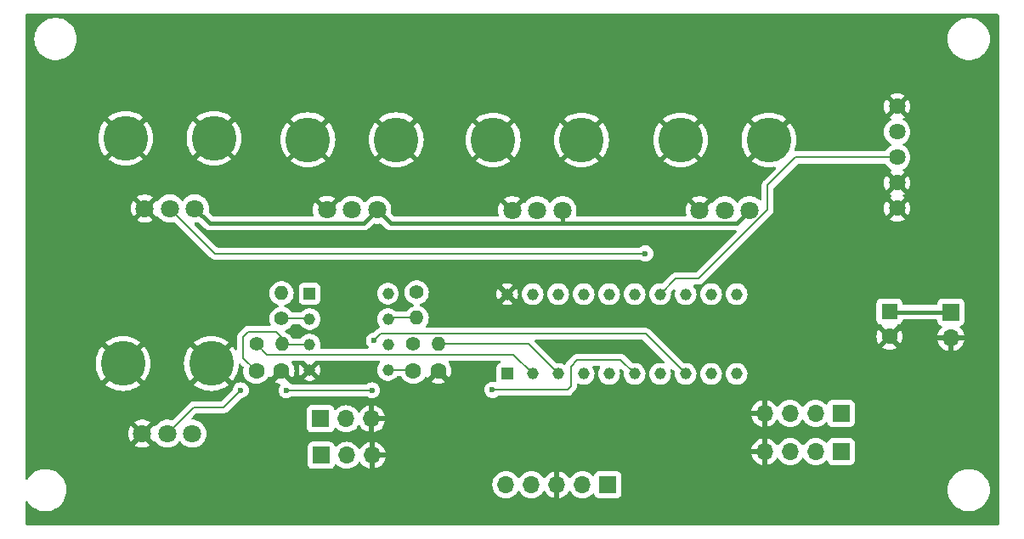
<source format=gtl>
%TF.GenerationSoftware,KiCad,Pcbnew,8.0.8*%
%TF.CreationDate,2025-06-29T12:39:58+09:00*%
%TF.ProjectId,EGSeparate,45475365-7061-4726-9174-652e6b696361,rev?*%
%TF.SameCoordinates,Original*%
%TF.FileFunction,Copper,L1,Top*%
%TF.FilePolarity,Positive*%
%FSLAX46Y46*%
G04 Gerber Fmt 4.6, Leading zero omitted, Abs format (unit mm)*
G04 Created by KiCad (PCBNEW 8.0.8) date 2025-06-29 12:39:58*
%MOMM*%
%LPD*%
G01*
G04 APERTURE LIST*
%TA.AperFunction,ComponentPad*%
%ADD10C,1.800000*%
%TD*%
%TA.AperFunction,ComponentPad*%
%ADD11C,4.455000*%
%TD*%
%TA.AperFunction,ComponentPad*%
%ADD12R,1.159000X1.159000*%
%TD*%
%TA.AperFunction,ComponentPad*%
%ADD13C,1.159000*%
%TD*%
%TA.AperFunction,ComponentPad*%
%ADD14C,1.400000*%
%TD*%
%TA.AperFunction,ComponentPad*%
%ADD15O,1.400000X1.400000*%
%TD*%
%TA.AperFunction,ComponentPad*%
%ADD16R,1.600000X1.600000*%
%TD*%
%TA.AperFunction,ComponentPad*%
%ADD17C,1.600000*%
%TD*%
%TA.AperFunction,ComponentPad*%
%ADD18R,1.700000X1.700000*%
%TD*%
%TA.AperFunction,ComponentPad*%
%ADD19O,1.700000X1.700000*%
%TD*%
%TA.AperFunction,ComponentPad*%
%ADD20C,1.635000*%
%TD*%
%TA.AperFunction,ViaPad*%
%ADD21C,0.600000*%
%TD*%
%TA.AperFunction,Conductor*%
%ADD22C,0.200000*%
%TD*%
%TA.AperFunction,Conductor*%
%ADD23C,0.400000*%
%TD*%
G04 APERTURE END LIST*
D10*
%TO.P,VR5,1,CCW*%
%TO.N,GND*%
X82630000Y-71374000D03*
%TO.P,VR5,2,WIPER*%
%TO.N,AccLv*%
X85130000Y-71374000D03*
%TO.P,VR5,3,CW*%
%TO.N,+5VD*%
X87630000Y-71374000D03*
D11*
%TO.P,VR5,MH1,MH1*%
%TO.N,GND*%
X80730000Y-64374000D03*
%TO.P,VR5,MH2,MH2*%
X89530000Y-64374000D03*
%TD*%
D12*
%TO.P,IC2,1,VOUTA*%
%TO.N,Net-(IC2-VINA-)*%
X99314000Y-57404000D03*
D13*
%TO.P,IC2,2,VINA-*%
X99314000Y-59944000D03*
%TO.P,IC2,3,VINA+*%
%TO.N,Net-(IC2-VINA+)*%
X99314000Y-62484000D03*
%TO.P,IC2,4,VSS*%
%TO.N,GND*%
X99314000Y-65024000D03*
%TO.P,IC2,5,VINB+*%
%TO.N,Net-(IC2-VINB+)*%
X107124000Y-65024000D03*
%TO.P,IC2,6,VINB-*%
%TO.N,Net-(IC2-VINB-)*%
X107124000Y-62484000D03*
%TO.P,IC2,7,VOUTB*%
X107124000Y-59944000D03*
%TO.P,IC2,8,VDD*%
%TO.N,+5VD*%
X107124000Y-57404000D03*
%TD*%
D14*
%TO.P,R3,1*%
%TO.N,outFlt*%
X109985000Y-57284000D03*
D15*
%TO.P,R3,2*%
%TO.N,Net-(IC2-VINB-)*%
X109985000Y-59824000D03*
%TD*%
D10*
%TO.P,VR3,1,CCW*%
%TO.N,GND*%
X119505000Y-49080000D03*
%TO.P,VR3,2,WIPER*%
%TO.N,Sustain*%
X122005000Y-49080000D03*
%TO.P,VR3,3,CW*%
%TO.N,+5VD*%
X124505000Y-49080000D03*
D11*
%TO.P,VR3,MH1,MH1*%
%TO.N,GND*%
X117605000Y-42080000D03*
%TO.P,VR3,MH2,MH2*%
X126405000Y-42080000D03*
%TD*%
D16*
%TO.P,C3,1*%
%TO.N,+5VD*%
X157099000Y-59182000D03*
D17*
%TO.P,C3,2*%
%TO.N,GND*%
X157099000Y-61682000D03*
%TD*%
D18*
%TO.P,J6,1,Pin_1*%
%TO.N,outAmp*%
X100457000Y-73533000D03*
D19*
%TO.P,J6,2,Pin_2*%
%TO.N,outFlt*%
X102997000Y-73533000D03*
%TO.P,J6,3,Pin_3*%
%TO.N,GND*%
X105537000Y-73533000D03*
%TD*%
D14*
%TO.P,R1,1*%
%TO.N,PWM_outAmp*%
X94033000Y-62441000D03*
D15*
%TO.P,R1,2*%
%TO.N,Net-(IC2-VINA+)*%
X96573000Y-62441000D03*
%TD*%
D14*
%TO.P,R2,1*%
%TO.N,Net-(IC2-VINB+)*%
X109654000Y-62441000D03*
D15*
%TO.P,R2,2*%
%TO.N,PWM_outFlt*%
X112194000Y-62441000D03*
%TD*%
D10*
%TO.P,VR1,1,CCW*%
%TO.N,GND*%
X82889000Y-48910000D03*
%TO.P,VR1,2,WIPER*%
%TO.N,Attack*%
X85389000Y-48910000D03*
%TO.P,VR1,3,CW*%
%TO.N,+5VD*%
X87889000Y-48910000D03*
D11*
%TO.P,VR1,MH1,MH1*%
%TO.N,GND*%
X80989000Y-41910000D03*
%TO.P,VR1,MH2,MH2*%
X89789000Y-41910000D03*
%TD*%
D17*
%TO.P,C1,1*%
%TO.N,Net-(IC2-VINA+)*%
X94003000Y-65108000D03*
%TO.P,C1,2*%
%TO.N,GND*%
X96503000Y-65108000D03*
%TD*%
D18*
%TO.P,J5,1,Pin_1*%
%TO.N,outAmp*%
X100415000Y-69889000D03*
D19*
%TO.P,J5,2,Pin_2*%
%TO.N,outFlt*%
X102955000Y-69889000D03*
%TO.P,J5,3,Pin_3*%
%TO.N,GND*%
X105495000Y-69889000D03*
%TD*%
D18*
%TO.P,J1,1,Pin_1*%
%TO.N,ICSPCLK*%
X129032000Y-76454000D03*
D19*
%TO.P,J1,2,Pin_2*%
%TO.N,ICSPDT*%
X126492000Y-76454000D03*
%TO.P,J1,3,Pin_3*%
%TO.N,GND*%
X123952000Y-76454000D03*
%TO.P,J1,4,Pin_4*%
%TO.N,+5VD*%
X121412000Y-76454000D03*
%TO.P,J1,5,Pin_5*%
%TO.N,~MCLR*%
X118872000Y-76454000D03*
%TD*%
D20*
%TO.P,SW1,1,1*%
%TO.N,+5VD*%
X157861000Y-41275000D03*
%TO.P,SW1,2,2_Comm*%
%TO.N,AmpWave*%
X157861000Y-43815000D03*
%TO.P,SW1,3,3*%
%TO.N,GND*%
X157861000Y-46355000D03*
%TO.P,SW1,MH1,MH1*%
X157861000Y-38735000D03*
%TO.P,SW1,MH2,MH2*%
X157861000Y-48895000D03*
%TD*%
D10*
%TO.P,VR4,1,CCW*%
%TO.N,GND*%
X138174000Y-49080000D03*
%TO.P,VR4,2,WIPER*%
%TO.N,Release*%
X140674000Y-49080000D03*
%TO.P,VR4,3,CW*%
%TO.N,+5VD*%
X143174000Y-49080000D03*
D11*
%TO.P,VR4,MH1,MH1*%
%TO.N,GND*%
X136274000Y-42080000D03*
%TO.P,VR4,MH2,MH2*%
X145074000Y-42080000D03*
%TD*%
D14*
%TO.P,R4,1*%
%TO.N,Net-(IC2-VINA-)*%
X96523000Y-59901000D03*
D15*
%TO.P,R4,2*%
%TO.N,outAmp*%
X96523000Y-57361000D03*
%TD*%
D18*
%TO.P,J4,1,Pin_1*%
%TO.N,Gate*%
X152273000Y-73152000D03*
D19*
%TO.P,J4,2,Pin_2*%
%TO.N,accAmp*%
X149733000Y-73152000D03*
%TO.P,J4,3,Pin_3*%
%TO.N,accFlt*%
X147193000Y-73152000D03*
%TO.P,J4,4,Pin_4*%
%TO.N,GND*%
X144653000Y-73152000D03*
%TD*%
D10*
%TO.P,VR2,1,CCW*%
%TO.N,GND*%
X101045000Y-49052000D03*
%TO.P,VR2,2,WIPER*%
%TO.N,Decay*%
X103545000Y-49052000D03*
%TO.P,VR2,3,CW*%
%TO.N,+5VD*%
X106045000Y-49052000D03*
D11*
%TO.P,VR2,MH1,MH1*%
%TO.N,GND*%
X99145000Y-42052000D03*
%TO.P,VR2,MH2,MH2*%
X107945000Y-42052000D03*
%TD*%
D17*
%TO.P,C2,1*%
%TO.N,Net-(IC2-VINB+)*%
X109644000Y-65108000D03*
%TO.P,C2,2*%
%TO.N,GND*%
X112144000Y-65108000D03*
%TD*%
D12*
%TO.P,IC3,1,VDD*%
%TO.N,+5VD*%
X118999000Y-65405000D03*
D13*
%TO.P,IC3,2,RA5*%
%TO.N,PWM_outAmp*%
X121539000Y-65405000D03*
%TO.P,IC3,3,RA4*%
%TO.N,PWM_outFlt*%
X124079000Y-65405000D03*
%TO.P,IC3,4,~{MCLR}/VPP/RA3*%
%TO.N,~MCLR*%
X126619000Y-65405000D03*
%TO.P,IC3,5,RC5*%
%TO.N,unconnected-(IC3-RC5-Pad5)*%
X129159000Y-65405000D03*
%TO.P,IC3,6,RC4*%
%TO.N,AccLv*%
X131699000Y-65405000D03*
%TO.P,IC3,7,RC3*%
%TO.N,Attack*%
X134239000Y-65405000D03*
%TO.P,IC3,8,RC6*%
%TO.N,Decay*%
X136779000Y-65405000D03*
%TO.P,IC3,9,RC7*%
%TO.N,Sustain*%
X139319000Y-65405000D03*
%TO.P,IC3,10,RB7*%
%TO.N,Release*%
X141859000Y-65405000D03*
%TO.P,IC3,11,RB6*%
%TO.N,Gate*%
X141859000Y-57467000D03*
%TO.P,IC3,12,RB5*%
%TO.N,accAmp*%
X139319000Y-57467000D03*
%TO.P,IC3,13,RB4*%
%TO.N,accFlt*%
X136779000Y-57467000D03*
%TO.P,IC3,14,RC2*%
%TO.N,AmpWave*%
X134239000Y-57467000D03*
%TO.P,IC3,15,RC1*%
%TO.N,unconnected-(IC3-RC1-Pad15)*%
X131699000Y-57467000D03*
%TO.P,IC3,16,RC0*%
%TO.N,unconnected-(IC3-RC0-Pad16)*%
X129159000Y-57467000D03*
%TO.P,IC3,17,RA2*%
%TO.N,unconnected-(IC3-RA2-Pad17)*%
X126619000Y-57467000D03*
%TO.P,IC3,18,RA1/ICSPCLK*%
%TO.N,ICSPCLK*%
X124079000Y-57467000D03*
%TO.P,IC3,19,RA0/ICSPDAT*%
%TO.N,ICSPDT*%
X121539000Y-57467000D03*
%TO.P,IC3,20,VSS*%
%TO.N,GND*%
X118999000Y-57467000D03*
%TD*%
D18*
%TO.P,J2,1,Pin_1*%
%TO.N,+5VD*%
X163217200Y-59248000D03*
D19*
%TO.P,J2,2,Pin_2*%
%TO.N,GND*%
X163217200Y-61788000D03*
%TD*%
D18*
%TO.P,J7,1,Pin_1*%
%TO.N,Gate*%
X152263000Y-69342000D03*
D19*
%TO.P,J7,2,Pin_2*%
%TO.N,accAmp*%
X149723000Y-69342000D03*
%TO.P,J7,3,Pin_3*%
%TO.N,accFlt*%
X147183000Y-69342000D03*
%TO.P,J7,4,Pin_4*%
%TO.N,GND*%
X144643000Y-69342000D03*
%TD*%
D21*
%TO.N,GND*%
X102562000Y-52611000D03*
X115124000Y-58712000D03*
%TO.N,Attack*%
X132771000Y-53409600D03*
%TO.N,Decay*%
X105728000Y-62098200D03*
%TO.N,AccLv*%
X117531000Y-67000000D03*
X105537000Y-67056000D03*
X97028000Y-67056000D03*
X92456000Y-67056000D03*
%TD*%
D22*
%TO.N,Net-(IC2-VINA+)*%
X93218000Y-61214000D02*
X92710000Y-61722000D01*
X96573000Y-61775000D02*
X96012000Y-61214000D01*
X92710000Y-63815000D02*
X94003000Y-65108000D01*
X96012000Y-61214000D02*
X93218000Y-61214000D01*
X96616000Y-62484000D02*
X99314000Y-62484000D01*
X92710000Y-61722000D02*
X92710000Y-63815000D01*
X96573000Y-62441000D02*
X96616000Y-62484000D01*
X96573000Y-62441000D02*
X96573000Y-61775000D01*
%TO.N,Net-(IC2-VINB+)*%
X109560000Y-65024000D02*
X109644000Y-65108000D01*
X107124000Y-65024000D02*
X109560000Y-65024000D01*
D23*
%TO.N,+5VD*%
X89359200Y-50380200D02*
X104717000Y-50380200D01*
X87889000Y-48910000D02*
X89359200Y-50380200D01*
X104717000Y-50380200D02*
X106045000Y-49052000D01*
X163217200Y-59248000D02*
X163217000Y-59248000D01*
X107385000Y-50392100D02*
X106045000Y-49052000D01*
X143174000Y-49080000D02*
X141862000Y-50392100D01*
X141862000Y-50392100D02*
X124505000Y-50392100D01*
X157165000Y-59248000D02*
X163217000Y-59248000D01*
X124505000Y-50392100D02*
X124505000Y-49080000D01*
X124505000Y-50392100D02*
X107385000Y-50392100D01*
X157099000Y-59182000D02*
X157165000Y-59248000D01*
D22*
%TO.N,Attack*%
X89888600Y-53409600D02*
X85389000Y-48910000D01*
X132771000Y-53409600D02*
X89888600Y-53409600D01*
%TO.N,PWM_outAmp*%
X95088500Y-63496500D02*
X119630000Y-63496500D01*
X94033000Y-62441000D02*
X95088500Y-63496500D01*
X119630000Y-63496500D02*
X121539000Y-65405000D01*
%TO.N,PWM_outFlt*%
X112194000Y-62441000D02*
X121115000Y-62441000D01*
X121115000Y-62441000D02*
X124079000Y-65405000D01*
%TO.N,Decay*%
X136779000Y-65405000D02*
X132792000Y-61418300D01*
X106408000Y-61418300D02*
X105728000Y-62098200D01*
X132792000Y-61418300D02*
X106408000Y-61418300D01*
%TO.N,AmpWave*%
X135798000Y-55907800D02*
X134239000Y-57467000D01*
X157861000Y-43815000D02*
X147730000Y-43815000D01*
X144939000Y-46605200D02*
X144939000Y-49052000D01*
X147730000Y-43815000D02*
X144939000Y-46605200D01*
X138084000Y-55907800D02*
X135798000Y-55907800D01*
X144939000Y-49052000D02*
X138084000Y-55907800D01*
%TO.N,Net-(IC2-VINB-)*%
X107244000Y-59824000D02*
X107124000Y-59944000D01*
X109985000Y-59824000D02*
X107244000Y-59824000D01*
%TO.N,Net-(IC2-VINA-)*%
X96523000Y-59901000D02*
X99271000Y-59901000D01*
X99271000Y-59901000D02*
X99314000Y-59944000D01*
%TO.N,AccLv*%
X105537000Y-67056000D02*
X97028000Y-67056000D01*
X85130000Y-71374000D02*
X87765200Y-68738800D01*
X117475000Y-67056000D02*
X117531000Y-67000000D01*
X125000000Y-67000000D02*
X125349000Y-66651000D01*
X125349000Y-66651000D02*
X125349000Y-64651000D01*
X130294000Y-64000000D02*
X131699000Y-65405000D01*
X125349000Y-64651000D02*
X126000000Y-64000000D01*
X126000000Y-64000000D02*
X130294000Y-64000000D01*
X87765200Y-68738800D02*
X90773200Y-68738800D01*
X125000000Y-67000000D02*
X117531000Y-67000000D01*
X90773200Y-68738800D02*
X92512000Y-67000000D01*
%TD*%
%TA.AperFunction,Conductor*%
%TO.N,GND*%
G36*
X167943039Y-29520185D02*
G01*
X167988794Y-29572989D01*
X168000000Y-29624500D01*
X168000000Y-80375500D01*
X167980315Y-80442539D01*
X167927511Y-80488294D01*
X167876000Y-80499500D01*
X71124000Y-80499500D01*
X71056961Y-80479815D01*
X71011206Y-80427011D01*
X71000000Y-80375500D01*
X71000000Y-78199735D01*
X71019685Y-78132696D01*
X71072489Y-78086941D01*
X71141647Y-78076997D01*
X71205203Y-78106022D01*
X71225300Y-78128222D01*
X71275780Y-78199735D01*
X71366812Y-78328700D01*
X71451923Y-78419831D01*
X71562947Y-78538708D01*
X71785853Y-78720055D01*
X72031382Y-78869365D01*
X72218237Y-78950526D01*
X72294942Y-78983844D01*
X72571642Y-79061371D01*
X72821920Y-79095771D01*
X72856321Y-79100500D01*
X72856322Y-79100500D01*
X73143679Y-79100500D01*
X73174370Y-79096281D01*
X73428358Y-79061371D01*
X73705058Y-78983844D01*
X73818015Y-78934779D01*
X73968617Y-78869365D01*
X73968620Y-78869363D01*
X73968625Y-78869361D01*
X74214147Y-78720055D01*
X74437053Y-78538708D01*
X74633189Y-78328698D01*
X74798901Y-78093936D01*
X74931104Y-77838797D01*
X75027334Y-77568032D01*
X75085798Y-77286686D01*
X75105408Y-77000000D01*
X75085798Y-76713314D01*
X75031912Y-76453999D01*
X117516341Y-76453999D01*
X117516341Y-76454000D01*
X117536936Y-76689403D01*
X117536938Y-76689413D01*
X117598094Y-76917655D01*
X117598096Y-76917659D01*
X117598097Y-76917663D01*
X117677801Y-77088588D01*
X117697965Y-77131830D01*
X117697967Y-77131834D01*
X117806281Y-77286521D01*
X117833505Y-77325401D01*
X118000599Y-77492495D01*
X118097384Y-77560265D01*
X118194165Y-77628032D01*
X118194167Y-77628033D01*
X118194170Y-77628035D01*
X118408337Y-77727903D01*
X118636592Y-77789063D01*
X118813034Y-77804500D01*
X118871999Y-77809659D01*
X118872000Y-77809659D01*
X118872001Y-77809659D01*
X118930966Y-77804500D01*
X119107408Y-77789063D01*
X119335663Y-77727903D01*
X119549830Y-77628035D01*
X119743401Y-77492495D01*
X119910495Y-77325401D01*
X120040425Y-77139842D01*
X120095002Y-77096217D01*
X120164500Y-77089023D01*
X120226855Y-77120546D01*
X120243575Y-77139842D01*
X120373500Y-77325395D01*
X120373505Y-77325401D01*
X120540599Y-77492495D01*
X120637384Y-77560265D01*
X120734165Y-77628032D01*
X120734167Y-77628033D01*
X120734170Y-77628035D01*
X120948337Y-77727903D01*
X121176592Y-77789063D01*
X121353034Y-77804500D01*
X121411999Y-77809659D01*
X121412000Y-77809659D01*
X121412001Y-77809659D01*
X121470966Y-77804500D01*
X121647408Y-77789063D01*
X121875663Y-77727903D01*
X122089830Y-77628035D01*
X122283401Y-77492495D01*
X122450495Y-77325401D01*
X122580730Y-77139405D01*
X122635307Y-77095781D01*
X122704805Y-77088587D01*
X122767160Y-77120110D01*
X122783879Y-77139405D01*
X122913890Y-77325078D01*
X123080917Y-77492105D01*
X123274421Y-77627600D01*
X123488507Y-77727429D01*
X123488516Y-77727433D01*
X123702000Y-77784634D01*
X123702000Y-76887012D01*
X123759007Y-76919925D01*
X123886174Y-76954000D01*
X124017826Y-76954000D01*
X124144993Y-76919925D01*
X124202000Y-76887012D01*
X124202000Y-77784633D01*
X124415483Y-77727433D01*
X124415492Y-77727429D01*
X124629578Y-77627600D01*
X124823082Y-77492105D01*
X124990105Y-77325082D01*
X125120119Y-77139405D01*
X125174696Y-77095781D01*
X125244195Y-77088588D01*
X125306549Y-77120110D01*
X125323269Y-77139405D01*
X125453505Y-77325401D01*
X125620599Y-77492495D01*
X125717384Y-77560265D01*
X125814165Y-77628032D01*
X125814167Y-77628033D01*
X125814170Y-77628035D01*
X126028337Y-77727903D01*
X126256592Y-77789063D01*
X126433034Y-77804500D01*
X126491999Y-77809659D01*
X126492000Y-77809659D01*
X126492001Y-77809659D01*
X126550966Y-77804500D01*
X126727408Y-77789063D01*
X126955663Y-77727903D01*
X127169830Y-77628035D01*
X127363401Y-77492495D01*
X127485329Y-77370566D01*
X127546648Y-77337084D01*
X127616340Y-77342068D01*
X127672274Y-77383939D01*
X127689189Y-77414917D01*
X127738202Y-77546328D01*
X127738206Y-77546335D01*
X127824452Y-77661544D01*
X127824455Y-77661547D01*
X127939664Y-77747793D01*
X127939671Y-77747797D01*
X128074517Y-77798091D01*
X128074516Y-77798091D01*
X128081444Y-77798835D01*
X128134127Y-77804500D01*
X129929872Y-77804499D01*
X129989483Y-77798091D01*
X130124331Y-77747796D01*
X130239546Y-77661546D01*
X130325796Y-77546331D01*
X130376091Y-77411483D01*
X130382500Y-77351873D01*
X130382500Y-77000000D01*
X162894592Y-77000000D01*
X162914201Y-77286680D01*
X162914201Y-77286684D01*
X162914202Y-77286686D01*
X162927746Y-77351864D01*
X162972666Y-77568034D01*
X162972667Y-77568037D01*
X163068894Y-77838793D01*
X163068893Y-77838793D01*
X163201098Y-78093935D01*
X163366812Y-78328700D01*
X163451923Y-78419831D01*
X163562947Y-78538708D01*
X163785853Y-78720055D01*
X164031382Y-78869365D01*
X164218237Y-78950526D01*
X164294942Y-78983844D01*
X164571642Y-79061371D01*
X164821920Y-79095771D01*
X164856321Y-79100500D01*
X164856322Y-79100500D01*
X165143679Y-79100500D01*
X165174370Y-79096281D01*
X165428358Y-79061371D01*
X165705058Y-78983844D01*
X165818015Y-78934779D01*
X165968617Y-78869365D01*
X165968620Y-78869363D01*
X165968625Y-78869361D01*
X166214147Y-78720055D01*
X166437053Y-78538708D01*
X166633189Y-78328698D01*
X166798901Y-78093936D01*
X166931104Y-77838797D01*
X167027334Y-77568032D01*
X167085798Y-77286686D01*
X167105408Y-77000000D01*
X167085798Y-76713314D01*
X167027334Y-76431968D01*
X166931105Y-76161206D01*
X166931106Y-76161206D01*
X166798901Y-75906064D01*
X166633187Y-75671299D01*
X166550341Y-75582594D01*
X166437053Y-75461292D01*
X166214172Y-75279965D01*
X166214146Y-75279944D01*
X165968617Y-75130634D01*
X165705063Y-75016158D01*
X165705061Y-75016157D01*
X165705058Y-75016156D01*
X165575578Y-74979877D01*
X165428364Y-74938630D01*
X165428359Y-74938629D01*
X165428358Y-74938629D01*
X165286018Y-74919064D01*
X165143679Y-74899500D01*
X165143678Y-74899500D01*
X164856322Y-74899500D01*
X164856321Y-74899500D01*
X164571642Y-74938629D01*
X164571635Y-74938630D01*
X164363861Y-74996845D01*
X164294942Y-75016156D01*
X164294939Y-75016156D01*
X164294936Y-75016158D01*
X164294935Y-75016158D01*
X164031382Y-75130634D01*
X163785853Y-75279944D01*
X163562950Y-75461289D01*
X163366812Y-75671299D01*
X163201098Y-75906064D01*
X163068894Y-76161206D01*
X162972667Y-76431962D01*
X162972666Y-76431965D01*
X162914201Y-76713319D01*
X162894592Y-77000000D01*
X130382500Y-77000000D01*
X130382499Y-75556128D01*
X130376091Y-75496517D01*
X130374810Y-75493083D01*
X130325797Y-75361671D01*
X130325793Y-75361664D01*
X130239547Y-75246455D01*
X130239544Y-75246452D01*
X130124335Y-75160206D01*
X130124328Y-75160202D01*
X129989482Y-75109908D01*
X129989483Y-75109908D01*
X129929883Y-75103501D01*
X129929881Y-75103500D01*
X129929873Y-75103500D01*
X129929864Y-75103500D01*
X128134129Y-75103500D01*
X128134123Y-75103501D01*
X128074516Y-75109908D01*
X127939671Y-75160202D01*
X127939664Y-75160206D01*
X127824455Y-75246452D01*
X127824452Y-75246455D01*
X127738206Y-75361664D01*
X127738203Y-75361669D01*
X127689189Y-75493083D01*
X127647317Y-75549016D01*
X127581853Y-75573433D01*
X127513580Y-75558581D01*
X127485326Y-75537430D01*
X127363402Y-75415506D01*
X127363395Y-75415501D01*
X127169834Y-75279967D01*
X127169830Y-75279965D01*
X127169785Y-75279944D01*
X126955663Y-75180097D01*
X126955659Y-75180096D01*
X126955655Y-75180094D01*
X126727413Y-75118938D01*
X126727403Y-75118936D01*
X126492001Y-75098341D01*
X126491999Y-75098341D01*
X126256596Y-75118936D01*
X126256586Y-75118938D01*
X126028344Y-75180094D01*
X126028335Y-75180098D01*
X125814171Y-75279964D01*
X125814169Y-75279965D01*
X125620597Y-75415505D01*
X125453508Y-75582594D01*
X125323269Y-75768595D01*
X125268692Y-75812219D01*
X125199193Y-75819412D01*
X125136839Y-75787890D01*
X125120119Y-75768594D01*
X124990113Y-75582926D01*
X124990108Y-75582920D01*
X124823082Y-75415894D01*
X124629578Y-75280399D01*
X124415492Y-75180570D01*
X124415486Y-75180567D01*
X124202000Y-75123364D01*
X124202000Y-76020988D01*
X124144993Y-75988075D01*
X124017826Y-75954000D01*
X123886174Y-75954000D01*
X123759007Y-75988075D01*
X123702000Y-76020988D01*
X123702000Y-75123364D01*
X123701999Y-75123364D01*
X123488513Y-75180567D01*
X123488507Y-75180570D01*
X123274422Y-75280399D01*
X123274420Y-75280400D01*
X123080926Y-75415886D01*
X123080920Y-75415891D01*
X122913891Y-75582920D01*
X122913890Y-75582922D01*
X122783880Y-75768595D01*
X122729303Y-75812219D01*
X122659804Y-75819412D01*
X122597450Y-75787890D01*
X122580730Y-75768594D01*
X122450494Y-75582597D01*
X122283402Y-75415506D01*
X122283395Y-75415501D01*
X122089834Y-75279967D01*
X122089830Y-75279965D01*
X122089785Y-75279944D01*
X121875663Y-75180097D01*
X121875659Y-75180096D01*
X121875655Y-75180094D01*
X121647413Y-75118938D01*
X121647403Y-75118936D01*
X121412001Y-75098341D01*
X121411999Y-75098341D01*
X121176596Y-75118936D01*
X121176586Y-75118938D01*
X120948344Y-75180094D01*
X120948335Y-75180098D01*
X120734171Y-75279964D01*
X120734169Y-75279965D01*
X120540597Y-75415505D01*
X120373505Y-75582597D01*
X120243575Y-75768158D01*
X120188998Y-75811783D01*
X120119500Y-75818977D01*
X120057145Y-75787454D01*
X120040425Y-75768158D01*
X119910494Y-75582597D01*
X119743402Y-75415506D01*
X119743395Y-75415501D01*
X119549834Y-75279967D01*
X119549830Y-75279965D01*
X119549785Y-75279944D01*
X119335663Y-75180097D01*
X119335659Y-75180096D01*
X119335655Y-75180094D01*
X119107413Y-75118938D01*
X119107403Y-75118936D01*
X118872001Y-75098341D01*
X118871999Y-75098341D01*
X118636596Y-75118936D01*
X118636586Y-75118938D01*
X118408344Y-75180094D01*
X118408335Y-75180098D01*
X118194171Y-75279964D01*
X118194169Y-75279965D01*
X118000597Y-75415505D01*
X117833505Y-75582597D01*
X117697965Y-75776169D01*
X117697964Y-75776171D01*
X117598098Y-75990335D01*
X117598094Y-75990344D01*
X117536938Y-76218586D01*
X117536936Y-76218596D01*
X117516341Y-76453999D01*
X75031912Y-76453999D01*
X75027334Y-76431968D01*
X74931105Y-76161206D01*
X74931106Y-76161206D01*
X74798901Y-75906064D01*
X74633187Y-75671299D01*
X74550341Y-75582594D01*
X74437053Y-75461292D01*
X74214172Y-75279965D01*
X74214146Y-75279944D01*
X73968617Y-75130634D01*
X73705063Y-75016158D01*
X73705061Y-75016157D01*
X73705058Y-75016156D01*
X73575578Y-74979877D01*
X73428364Y-74938630D01*
X73428359Y-74938629D01*
X73428358Y-74938629D01*
X73286018Y-74919064D01*
X73143679Y-74899500D01*
X73143678Y-74899500D01*
X72856322Y-74899500D01*
X72856321Y-74899500D01*
X72571642Y-74938629D01*
X72571635Y-74938630D01*
X72363861Y-74996845D01*
X72294942Y-75016156D01*
X72294939Y-75016156D01*
X72294936Y-75016158D01*
X72294935Y-75016158D01*
X72031382Y-75130634D01*
X71785853Y-75279944D01*
X71562950Y-75461289D01*
X71366812Y-75671299D01*
X71225305Y-75871772D01*
X71170563Y-75915190D01*
X71101038Y-75922119D01*
X71038803Y-75890361D01*
X71003618Y-75829997D01*
X71000000Y-75800264D01*
X71000000Y-71373994D01*
X81225202Y-71373994D01*
X81225202Y-71374005D01*
X81244361Y-71605218D01*
X81301317Y-71830135D01*
X81394516Y-72042609D01*
X81478811Y-72171633D01*
X82065387Y-71585058D01*
X82070889Y-71605591D01*
X82149881Y-71742408D01*
X82261592Y-71854119D01*
X82398409Y-71933111D01*
X82418940Y-71938612D01*
X81831201Y-72526351D01*
X81861649Y-72550050D01*
X82065697Y-72660476D01*
X82065706Y-72660479D01*
X82285139Y-72735811D01*
X82513993Y-72774000D01*
X82746007Y-72774000D01*
X82974860Y-72735811D01*
X83194293Y-72660479D01*
X83194301Y-72660476D01*
X83398355Y-72550047D01*
X83428797Y-72526351D01*
X83428798Y-72526350D01*
X82841060Y-71938612D01*
X82861591Y-71933111D01*
X82998408Y-71854119D01*
X83110119Y-71742408D01*
X83189111Y-71605591D01*
X83194612Y-71585059D01*
X83781186Y-72171634D01*
X83785969Y-72171138D01*
X83829037Y-72134381D01*
X83898269Y-72124957D01*
X83961605Y-72154458D01*
X83983510Y-72179738D01*
X84021016Y-72237147D01*
X84021019Y-72237151D01*
X84021021Y-72237153D01*
X84178216Y-72407913D01*
X84178219Y-72407915D01*
X84178222Y-72407918D01*
X84361365Y-72550464D01*
X84361371Y-72550468D01*
X84361374Y-72550470D01*
X84401308Y-72572081D01*
X84564652Y-72660479D01*
X84565497Y-72660936D01*
X84645809Y-72688507D01*
X84785015Y-72736297D01*
X84785017Y-72736297D01*
X84785019Y-72736298D01*
X85013951Y-72774500D01*
X85013952Y-72774500D01*
X85246048Y-72774500D01*
X85246049Y-72774500D01*
X85474981Y-72736298D01*
X85694503Y-72660936D01*
X85898626Y-72550470D01*
X85899170Y-72550047D01*
X86006390Y-72466594D01*
X86081784Y-72407913D01*
X86238979Y-72237153D01*
X86261708Y-72202364D01*
X86276191Y-72180196D01*
X86329337Y-72134839D01*
X86398569Y-72125415D01*
X86461904Y-72154917D01*
X86483809Y-72180196D01*
X86521016Y-72237147D01*
X86521019Y-72237151D01*
X86521021Y-72237153D01*
X86678216Y-72407913D01*
X86678219Y-72407915D01*
X86678222Y-72407918D01*
X86861365Y-72550464D01*
X86861371Y-72550468D01*
X86861374Y-72550470D01*
X86901308Y-72572081D01*
X87064652Y-72660479D01*
X87065497Y-72660936D01*
X87145809Y-72688507D01*
X87285015Y-72736297D01*
X87285017Y-72736297D01*
X87285019Y-72736298D01*
X87513951Y-72774500D01*
X87513952Y-72774500D01*
X87746048Y-72774500D01*
X87746049Y-72774500D01*
X87974981Y-72736298D01*
X88194503Y-72660936D01*
X88242179Y-72635135D01*
X99106500Y-72635135D01*
X99106500Y-74430870D01*
X99106501Y-74430876D01*
X99112908Y-74490483D01*
X99163202Y-74625328D01*
X99163206Y-74625335D01*
X99249452Y-74740544D01*
X99249455Y-74740547D01*
X99364664Y-74826793D01*
X99364671Y-74826797D01*
X99499517Y-74877091D01*
X99499516Y-74877091D01*
X99506444Y-74877835D01*
X99559127Y-74883500D01*
X101354872Y-74883499D01*
X101414483Y-74877091D01*
X101549331Y-74826796D01*
X101664546Y-74740546D01*
X101750796Y-74625331D01*
X101799810Y-74493916D01*
X101841681Y-74437984D01*
X101907145Y-74413566D01*
X101975418Y-74428417D01*
X102003673Y-74449569D01*
X102125599Y-74571495D01*
X102222384Y-74639265D01*
X102319165Y-74707032D01*
X102319167Y-74707033D01*
X102319170Y-74707035D01*
X102533337Y-74806903D01*
X102761592Y-74868063D01*
X102938034Y-74883500D01*
X102996999Y-74888659D01*
X102997000Y-74888659D01*
X102997001Y-74888659D01*
X103055966Y-74883500D01*
X103232408Y-74868063D01*
X103460663Y-74806903D01*
X103674830Y-74707035D01*
X103868401Y-74571495D01*
X104035495Y-74404401D01*
X104165730Y-74218405D01*
X104220307Y-74174781D01*
X104289805Y-74167587D01*
X104352160Y-74199110D01*
X104368879Y-74218405D01*
X104498890Y-74404078D01*
X104665917Y-74571105D01*
X104859421Y-74706600D01*
X105073507Y-74806429D01*
X105073516Y-74806433D01*
X105287000Y-74863634D01*
X105287000Y-73966012D01*
X105344007Y-73998925D01*
X105471174Y-74033000D01*
X105602826Y-74033000D01*
X105729993Y-73998925D01*
X105787000Y-73966012D01*
X105787000Y-74863633D01*
X106000483Y-74806433D01*
X106000492Y-74806429D01*
X106214578Y-74706600D01*
X106408082Y-74571105D01*
X106575105Y-74404082D01*
X106710600Y-74210578D01*
X106810429Y-73996492D01*
X106810432Y-73996486D01*
X106867636Y-73783000D01*
X105970012Y-73783000D01*
X106002925Y-73725993D01*
X106037000Y-73598826D01*
X106037000Y-73467174D01*
X106002925Y-73340007D01*
X105970012Y-73283000D01*
X106867636Y-73283000D01*
X106867635Y-73282999D01*
X106810432Y-73069513D01*
X106810429Y-73069507D01*
X106732319Y-72901999D01*
X143322364Y-72901999D01*
X143322364Y-72902000D01*
X144219988Y-72902000D01*
X144187075Y-72959007D01*
X144153000Y-73086174D01*
X144153000Y-73217826D01*
X144187075Y-73344993D01*
X144219988Y-73402000D01*
X143322364Y-73402000D01*
X143379567Y-73615486D01*
X143379570Y-73615492D01*
X143479399Y-73829578D01*
X143614894Y-74023082D01*
X143781917Y-74190105D01*
X143975421Y-74325600D01*
X144189507Y-74425429D01*
X144189516Y-74425433D01*
X144403000Y-74482634D01*
X144403000Y-73585012D01*
X144460007Y-73617925D01*
X144587174Y-73652000D01*
X144718826Y-73652000D01*
X144845993Y-73617925D01*
X144903000Y-73585012D01*
X144903000Y-74482633D01*
X145116483Y-74425433D01*
X145116492Y-74425429D01*
X145330578Y-74325600D01*
X145524082Y-74190105D01*
X145691105Y-74023082D01*
X145821119Y-73837405D01*
X145875696Y-73793781D01*
X145945195Y-73786588D01*
X146007549Y-73818110D01*
X146024269Y-73837405D01*
X146154505Y-74023401D01*
X146321599Y-74190495D01*
X146418384Y-74258265D01*
X146515165Y-74326032D01*
X146515167Y-74326033D01*
X146515170Y-74326035D01*
X146729337Y-74425903D01*
X146729343Y-74425904D01*
X146729344Y-74425905D01*
X146774424Y-74437984D01*
X146957592Y-74487063D01*
X147134034Y-74502500D01*
X147192999Y-74507659D01*
X147193000Y-74507659D01*
X147193001Y-74507659D01*
X147251966Y-74502500D01*
X147428408Y-74487063D01*
X147656663Y-74425903D01*
X147870830Y-74326035D01*
X148064401Y-74190495D01*
X148231495Y-74023401D01*
X148361425Y-73837842D01*
X148416002Y-73794217D01*
X148485500Y-73787023D01*
X148547855Y-73818546D01*
X148564575Y-73837842D01*
X148694281Y-74023082D01*
X148694505Y-74023401D01*
X148861599Y-74190495D01*
X148958384Y-74258265D01*
X149055165Y-74326032D01*
X149055167Y-74326033D01*
X149055170Y-74326035D01*
X149269337Y-74425903D01*
X149269343Y-74425904D01*
X149269344Y-74425905D01*
X149314424Y-74437984D01*
X149497592Y-74487063D01*
X149674034Y-74502500D01*
X149732999Y-74507659D01*
X149733000Y-74507659D01*
X149733001Y-74507659D01*
X149791966Y-74502500D01*
X149968408Y-74487063D01*
X150196663Y-74425903D01*
X150410830Y-74326035D01*
X150604401Y-74190495D01*
X150726329Y-74068566D01*
X150787648Y-74035084D01*
X150857340Y-74040068D01*
X150913274Y-74081939D01*
X150930189Y-74112917D01*
X150979202Y-74244328D01*
X150979206Y-74244335D01*
X151065452Y-74359544D01*
X151065455Y-74359547D01*
X151180664Y-74445793D01*
X151180671Y-74445797D01*
X151315517Y-74496091D01*
X151315516Y-74496091D01*
X151322444Y-74496835D01*
X151375127Y-74502500D01*
X153170872Y-74502499D01*
X153230483Y-74496091D01*
X153365331Y-74445796D01*
X153480546Y-74359546D01*
X153566796Y-74244331D01*
X153617091Y-74109483D01*
X153623500Y-74049873D01*
X153623499Y-72254128D01*
X153617091Y-72194517D01*
X153615810Y-72191083D01*
X153566797Y-72059671D01*
X153566793Y-72059664D01*
X153480547Y-71944455D01*
X153480544Y-71944452D01*
X153365335Y-71858206D01*
X153365328Y-71858202D01*
X153230482Y-71807908D01*
X153230483Y-71807908D01*
X153170883Y-71801501D01*
X153170881Y-71801500D01*
X153170873Y-71801500D01*
X153170864Y-71801500D01*
X151375129Y-71801500D01*
X151375123Y-71801501D01*
X151315516Y-71807908D01*
X151180671Y-71858202D01*
X151180664Y-71858206D01*
X151065455Y-71944452D01*
X151065452Y-71944455D01*
X150979206Y-72059664D01*
X150979203Y-72059669D01*
X150930189Y-72191083D01*
X150888317Y-72247016D01*
X150822853Y-72271433D01*
X150754580Y-72256581D01*
X150726326Y-72235430D01*
X150604402Y-72113506D01*
X150604395Y-72113501D01*
X150410834Y-71977967D01*
X150410830Y-71977965D01*
X150402327Y-71974000D01*
X150196663Y-71878097D01*
X150196659Y-71878096D01*
X150196655Y-71878094D01*
X149968413Y-71816938D01*
X149968403Y-71816936D01*
X149733001Y-71796341D01*
X149732999Y-71796341D01*
X149497596Y-71816936D01*
X149497586Y-71816938D01*
X149269344Y-71878094D01*
X149269335Y-71878098D01*
X149055171Y-71977964D01*
X149055169Y-71977965D01*
X148861597Y-72113505D01*
X148694505Y-72280597D01*
X148564575Y-72466158D01*
X148509998Y-72509783D01*
X148440500Y-72516977D01*
X148378145Y-72485454D01*
X148361425Y-72466158D01*
X148231494Y-72280597D01*
X148064402Y-72113506D01*
X148064395Y-72113501D01*
X147870834Y-71977967D01*
X147870830Y-71977965D01*
X147862327Y-71974000D01*
X147656663Y-71878097D01*
X147656659Y-71878096D01*
X147656655Y-71878094D01*
X147428413Y-71816938D01*
X147428403Y-71816936D01*
X147193001Y-71796341D01*
X147192999Y-71796341D01*
X146957596Y-71816936D01*
X146957586Y-71816938D01*
X146729344Y-71878094D01*
X146729335Y-71878098D01*
X146515171Y-71977964D01*
X146515169Y-71977965D01*
X146321597Y-72113505D01*
X146154508Y-72280594D01*
X146024269Y-72466595D01*
X145969692Y-72510219D01*
X145900193Y-72517412D01*
X145837839Y-72485890D01*
X145821119Y-72466594D01*
X145691113Y-72280926D01*
X145691108Y-72280920D01*
X145524082Y-72113894D01*
X145330578Y-71978399D01*
X145116492Y-71878570D01*
X145116486Y-71878567D01*
X144903000Y-71821364D01*
X144903000Y-72718988D01*
X144845993Y-72686075D01*
X144718826Y-72652000D01*
X144587174Y-72652000D01*
X144460007Y-72686075D01*
X144403000Y-72718988D01*
X144403000Y-71821364D01*
X144402999Y-71821364D01*
X144189513Y-71878567D01*
X144189507Y-71878570D01*
X143975422Y-71978399D01*
X143975420Y-71978400D01*
X143781926Y-72113886D01*
X143781920Y-72113891D01*
X143614891Y-72280920D01*
X143614886Y-72280926D01*
X143479400Y-72474420D01*
X143479399Y-72474422D01*
X143379570Y-72688507D01*
X143379567Y-72688513D01*
X143322364Y-72901999D01*
X106732319Y-72901999D01*
X106710600Y-72855422D01*
X106710599Y-72855420D01*
X106575113Y-72661926D01*
X106575108Y-72661920D01*
X106408082Y-72494894D01*
X106214578Y-72359399D01*
X106000492Y-72259570D01*
X106000486Y-72259567D01*
X105787000Y-72202364D01*
X105787000Y-73099988D01*
X105729993Y-73067075D01*
X105602826Y-73033000D01*
X105471174Y-73033000D01*
X105344007Y-73067075D01*
X105287000Y-73099988D01*
X105287000Y-72202364D01*
X105286999Y-72202364D01*
X105073513Y-72259567D01*
X105073507Y-72259570D01*
X104859422Y-72359399D01*
X104859420Y-72359400D01*
X104665926Y-72494886D01*
X104665920Y-72494891D01*
X104498891Y-72661920D01*
X104498890Y-72661922D01*
X104368880Y-72847595D01*
X104314303Y-72891219D01*
X104244804Y-72898412D01*
X104182450Y-72866890D01*
X104165730Y-72847594D01*
X104035494Y-72661597D01*
X103868402Y-72494506D01*
X103868395Y-72494501D01*
X103856097Y-72485890D01*
X103791518Y-72440671D01*
X103674834Y-72358967D01*
X103674830Y-72358965D01*
X103674828Y-72358964D01*
X103460663Y-72259097D01*
X103460659Y-72259096D01*
X103460655Y-72259094D01*
X103232413Y-72197938D01*
X103232403Y-72197936D01*
X102997001Y-72177341D01*
X102996999Y-72177341D01*
X102761596Y-72197936D01*
X102761586Y-72197938D01*
X102533344Y-72259094D01*
X102533335Y-72259098D01*
X102319171Y-72358964D01*
X102319169Y-72358965D01*
X102125600Y-72494503D01*
X102003673Y-72616430D01*
X101942350Y-72649914D01*
X101872658Y-72644930D01*
X101816725Y-72603058D01*
X101799810Y-72572081D01*
X101750797Y-72440671D01*
X101750793Y-72440664D01*
X101664547Y-72325455D01*
X101664544Y-72325452D01*
X101549335Y-72239206D01*
X101549328Y-72239202D01*
X101414482Y-72188908D01*
X101414483Y-72188908D01*
X101354883Y-72182501D01*
X101354881Y-72182500D01*
X101354873Y-72182500D01*
X101354864Y-72182500D01*
X99559129Y-72182500D01*
X99559123Y-72182501D01*
X99499516Y-72188908D01*
X99364671Y-72239202D01*
X99364664Y-72239206D01*
X99249455Y-72325452D01*
X99249452Y-72325455D01*
X99163206Y-72440664D01*
X99163202Y-72440671D01*
X99112908Y-72575517D01*
X99106501Y-72635116D01*
X99106500Y-72635135D01*
X88242179Y-72635135D01*
X88398626Y-72550470D01*
X88399170Y-72550047D01*
X88506390Y-72466594D01*
X88581784Y-72407913D01*
X88738979Y-72237153D01*
X88865924Y-72042849D01*
X88959157Y-71830300D01*
X89016134Y-71605305D01*
X89016135Y-71605297D01*
X89035300Y-71374006D01*
X89035300Y-71373993D01*
X89016135Y-71142702D01*
X89016133Y-71142691D01*
X88959157Y-70917699D01*
X88865924Y-70705151D01*
X88738983Y-70510852D01*
X88738980Y-70510849D01*
X88738979Y-70510847D01*
X88581784Y-70340087D01*
X88581779Y-70340083D01*
X88581777Y-70340081D01*
X88398634Y-70197535D01*
X88398628Y-70197531D01*
X88194504Y-70087064D01*
X88194495Y-70087061D01*
X87974984Y-70011702D01*
X87764554Y-69976588D01*
X87746049Y-69973500D01*
X87679097Y-69973500D01*
X87612058Y-69953815D01*
X87566303Y-69901011D01*
X87556359Y-69831853D01*
X87585384Y-69768297D01*
X87591416Y-69761819D01*
X87699644Y-69653592D01*
X87977617Y-69375619D01*
X88038940Y-69342134D01*
X88065298Y-69339300D01*
X90686531Y-69339300D01*
X90686547Y-69339301D01*
X90694143Y-69339301D01*
X90852254Y-69339301D01*
X90852257Y-69339301D01*
X91004985Y-69298377D01*
X91055104Y-69269439D01*
X91141916Y-69219320D01*
X91253720Y-69107516D01*
X91253720Y-69107514D01*
X91263928Y-69097307D01*
X91263930Y-69097304D01*
X91370099Y-68991135D01*
X99064500Y-68991135D01*
X99064500Y-70786870D01*
X99064501Y-70786876D01*
X99070908Y-70846483D01*
X99121202Y-70981328D01*
X99121206Y-70981335D01*
X99207452Y-71096544D01*
X99207455Y-71096547D01*
X99322664Y-71182793D01*
X99322671Y-71182797D01*
X99457517Y-71233091D01*
X99457516Y-71233091D01*
X99464444Y-71233835D01*
X99517127Y-71239500D01*
X101312872Y-71239499D01*
X101372483Y-71233091D01*
X101507331Y-71182796D01*
X101622546Y-71096546D01*
X101708796Y-70981331D01*
X101757810Y-70849916D01*
X101799681Y-70793984D01*
X101865145Y-70769566D01*
X101933418Y-70784417D01*
X101961673Y-70805569D01*
X102083599Y-70927495D01*
X102180384Y-70995265D01*
X102277165Y-71063032D01*
X102277167Y-71063033D01*
X102277170Y-71063035D01*
X102491337Y-71162903D01*
X102719592Y-71224063D01*
X102896034Y-71239500D01*
X102954999Y-71244659D01*
X102955000Y-71244659D01*
X102955001Y-71244659D01*
X103013966Y-71239500D01*
X103190408Y-71224063D01*
X103418663Y-71162903D01*
X103632830Y-71063035D01*
X103826401Y-70927495D01*
X103993495Y-70760401D01*
X104123730Y-70574405D01*
X104178307Y-70530781D01*
X104247805Y-70523587D01*
X104310160Y-70555110D01*
X104326879Y-70574405D01*
X104456890Y-70760078D01*
X104623917Y-70927105D01*
X104817421Y-71062600D01*
X105031507Y-71162429D01*
X105031516Y-71162433D01*
X105245000Y-71219634D01*
X105245000Y-70322012D01*
X105302007Y-70354925D01*
X105429174Y-70389000D01*
X105560826Y-70389000D01*
X105687993Y-70354925D01*
X105745000Y-70322012D01*
X105745000Y-71219633D01*
X105958483Y-71162433D01*
X105958492Y-71162429D01*
X106172578Y-71062600D01*
X106366082Y-70927105D01*
X106533105Y-70760082D01*
X106668600Y-70566578D01*
X106768429Y-70352492D01*
X106768432Y-70352486D01*
X106825636Y-70139000D01*
X105928012Y-70139000D01*
X105960925Y-70081993D01*
X105995000Y-69954826D01*
X105995000Y-69823174D01*
X105960925Y-69696007D01*
X105928012Y-69639000D01*
X106825636Y-69639000D01*
X106825635Y-69638999D01*
X106768432Y-69425513D01*
X106768429Y-69425507D01*
X106668600Y-69211422D01*
X106668599Y-69211420D01*
X106584979Y-69091999D01*
X143312364Y-69091999D01*
X143312364Y-69092000D01*
X144209988Y-69092000D01*
X144177075Y-69149007D01*
X144143000Y-69276174D01*
X144143000Y-69407826D01*
X144177075Y-69534993D01*
X144209988Y-69592000D01*
X143312364Y-69592000D01*
X143369567Y-69805486D01*
X143369570Y-69805492D01*
X143469399Y-70019578D01*
X143604894Y-70213082D01*
X143771917Y-70380105D01*
X143965421Y-70515600D01*
X144179507Y-70615429D01*
X144179516Y-70615433D01*
X144393000Y-70672634D01*
X144393000Y-69775012D01*
X144450007Y-69807925D01*
X144577174Y-69842000D01*
X144708826Y-69842000D01*
X144835993Y-69807925D01*
X144893000Y-69775012D01*
X144893000Y-70672633D01*
X145106483Y-70615433D01*
X145106492Y-70615429D01*
X145320578Y-70515600D01*
X145514082Y-70380105D01*
X145681105Y-70213082D01*
X145811119Y-70027405D01*
X145865696Y-69983781D01*
X145935195Y-69976588D01*
X145997549Y-70008110D01*
X146014269Y-70027405D01*
X146144505Y-70213401D01*
X146311599Y-70380495D01*
X146408384Y-70448265D01*
X146505165Y-70516032D01*
X146505167Y-70516033D01*
X146505170Y-70516035D01*
X146719337Y-70615903D01*
X146719343Y-70615904D01*
X146719344Y-70615905D01*
X146774285Y-70630626D01*
X146947592Y-70677063D01*
X147124034Y-70692500D01*
X147182999Y-70697659D01*
X147183000Y-70697659D01*
X147183001Y-70697659D01*
X147241966Y-70692500D01*
X147418408Y-70677063D01*
X147646663Y-70615903D01*
X147860830Y-70516035D01*
X148054401Y-70380495D01*
X148221495Y-70213401D01*
X148351425Y-70027842D01*
X148406002Y-69984217D01*
X148475500Y-69977023D01*
X148537855Y-70008546D01*
X148554575Y-70027842D01*
X148684281Y-70213082D01*
X148684505Y-70213401D01*
X148851599Y-70380495D01*
X148948384Y-70448265D01*
X149045165Y-70516032D01*
X149045167Y-70516033D01*
X149045170Y-70516035D01*
X149259337Y-70615903D01*
X149259343Y-70615904D01*
X149259344Y-70615905D01*
X149314285Y-70630626D01*
X149487592Y-70677063D01*
X149664034Y-70692500D01*
X149722999Y-70697659D01*
X149723000Y-70697659D01*
X149723001Y-70697659D01*
X149781966Y-70692500D01*
X149958408Y-70677063D01*
X150186663Y-70615903D01*
X150400830Y-70516035D01*
X150594401Y-70380495D01*
X150716329Y-70258566D01*
X150777648Y-70225084D01*
X150847340Y-70230068D01*
X150903274Y-70271939D01*
X150920189Y-70302917D01*
X150969202Y-70434328D01*
X150969206Y-70434335D01*
X151055452Y-70549544D01*
X151055455Y-70549547D01*
X151170664Y-70635793D01*
X151170671Y-70635797D01*
X151305517Y-70686091D01*
X151305516Y-70686091D01*
X151312444Y-70686835D01*
X151365127Y-70692500D01*
X153160872Y-70692499D01*
X153220483Y-70686091D01*
X153355331Y-70635796D01*
X153470546Y-70549546D01*
X153556796Y-70434331D01*
X153607091Y-70299483D01*
X153613500Y-70239873D01*
X153613499Y-68444128D01*
X153607091Y-68384517D01*
X153605810Y-68381083D01*
X153556797Y-68249671D01*
X153556793Y-68249664D01*
X153470547Y-68134455D01*
X153470544Y-68134452D01*
X153355335Y-68048206D01*
X153355328Y-68048202D01*
X153220482Y-67997908D01*
X153220483Y-67997908D01*
X153160883Y-67991501D01*
X153160881Y-67991500D01*
X153160873Y-67991500D01*
X153160864Y-67991500D01*
X151365129Y-67991500D01*
X151365123Y-67991501D01*
X151305516Y-67997908D01*
X151170671Y-68048202D01*
X151170664Y-68048206D01*
X151055455Y-68134452D01*
X151055452Y-68134455D01*
X150969206Y-68249664D01*
X150969203Y-68249669D01*
X150920189Y-68381083D01*
X150878317Y-68437016D01*
X150812853Y-68461433D01*
X150744580Y-68446581D01*
X150716326Y-68425430D01*
X150594402Y-68303506D01*
X150594395Y-68303501D01*
X150400834Y-68167967D01*
X150400830Y-68167965D01*
X150337211Y-68138299D01*
X150186663Y-68068097D01*
X150186659Y-68068096D01*
X150186655Y-68068094D01*
X149958413Y-68006938D01*
X149958403Y-68006936D01*
X149723001Y-67986341D01*
X149722999Y-67986341D01*
X149487596Y-68006936D01*
X149487586Y-68006938D01*
X149259344Y-68068094D01*
X149259335Y-68068098D01*
X149045171Y-68167964D01*
X149045169Y-68167965D01*
X148851597Y-68303505D01*
X148684505Y-68470597D01*
X148554575Y-68656158D01*
X148499998Y-68699783D01*
X148430500Y-68706977D01*
X148368145Y-68675454D01*
X148351425Y-68656158D01*
X148221494Y-68470597D01*
X148054402Y-68303506D01*
X148054395Y-68303501D01*
X147860834Y-68167967D01*
X147860830Y-68167965D01*
X147797211Y-68138299D01*
X147646663Y-68068097D01*
X147646659Y-68068096D01*
X147646655Y-68068094D01*
X147418413Y-68006938D01*
X147418403Y-68006936D01*
X147183001Y-67986341D01*
X147182999Y-67986341D01*
X146947596Y-68006936D01*
X146947586Y-68006938D01*
X146719344Y-68068094D01*
X146719335Y-68068098D01*
X146505171Y-68167964D01*
X146505169Y-68167965D01*
X146311597Y-68303505D01*
X146144508Y-68470594D01*
X146014269Y-68656595D01*
X145959692Y-68700219D01*
X145890193Y-68707412D01*
X145827839Y-68675890D01*
X145811119Y-68656594D01*
X145681113Y-68470926D01*
X145681108Y-68470920D01*
X145514082Y-68303894D01*
X145320578Y-68168399D01*
X145106492Y-68068570D01*
X145106486Y-68068567D01*
X144893000Y-68011364D01*
X144893000Y-68908988D01*
X144835993Y-68876075D01*
X144708826Y-68842000D01*
X144577174Y-68842000D01*
X144450007Y-68876075D01*
X144393000Y-68908988D01*
X144393000Y-68011364D01*
X144392999Y-68011364D01*
X144179513Y-68068567D01*
X144179507Y-68068570D01*
X143965422Y-68168399D01*
X143965420Y-68168400D01*
X143771926Y-68303886D01*
X143771920Y-68303891D01*
X143604891Y-68470920D01*
X143604886Y-68470926D01*
X143469400Y-68664420D01*
X143469399Y-68664422D01*
X143369570Y-68878507D01*
X143369567Y-68878513D01*
X143312364Y-69091999D01*
X106584979Y-69091999D01*
X106533113Y-69017926D01*
X106533108Y-69017920D01*
X106366082Y-68850894D01*
X106172578Y-68715399D01*
X105958492Y-68615570D01*
X105958486Y-68615567D01*
X105745000Y-68558364D01*
X105745000Y-69455988D01*
X105687993Y-69423075D01*
X105560826Y-69389000D01*
X105429174Y-69389000D01*
X105302007Y-69423075D01*
X105245000Y-69455988D01*
X105245000Y-68558364D01*
X105244999Y-68558364D01*
X105031513Y-68615567D01*
X105031507Y-68615570D01*
X104817422Y-68715399D01*
X104817420Y-68715400D01*
X104623926Y-68850886D01*
X104623920Y-68850891D01*
X104456891Y-69017920D01*
X104456890Y-69017922D01*
X104326880Y-69203595D01*
X104272303Y-69247219D01*
X104202804Y-69254412D01*
X104140450Y-69222890D01*
X104123730Y-69203594D01*
X103993494Y-69017597D01*
X103826402Y-68850506D01*
X103826395Y-68850501D01*
X103814254Y-68842000D01*
X103749518Y-68796671D01*
X103632834Y-68714967D01*
X103632830Y-68714965D01*
X103632828Y-68714964D01*
X103418663Y-68615097D01*
X103418659Y-68615096D01*
X103418655Y-68615094D01*
X103190413Y-68553938D01*
X103190403Y-68553936D01*
X102955001Y-68533341D01*
X102954999Y-68533341D01*
X102719596Y-68553936D01*
X102719586Y-68553938D01*
X102491344Y-68615094D01*
X102491335Y-68615098D01*
X102277171Y-68714964D01*
X102277169Y-68714965D01*
X102083600Y-68850503D01*
X101961673Y-68972430D01*
X101900350Y-69005914D01*
X101830658Y-69000930D01*
X101774725Y-68959058D01*
X101757810Y-68928081D01*
X101708797Y-68796671D01*
X101708793Y-68796664D01*
X101622547Y-68681455D01*
X101622544Y-68681452D01*
X101507335Y-68595206D01*
X101507328Y-68595202D01*
X101372482Y-68544908D01*
X101372483Y-68544908D01*
X101312883Y-68538501D01*
X101312881Y-68538500D01*
X101312873Y-68538500D01*
X101312864Y-68538500D01*
X99517129Y-68538500D01*
X99517123Y-68538501D01*
X99457516Y-68544908D01*
X99322671Y-68595202D01*
X99322664Y-68595206D01*
X99207455Y-68681452D01*
X99207452Y-68681455D01*
X99121206Y-68796664D01*
X99121202Y-68796671D01*
X99070908Y-68931517D01*
X99064501Y-68991116D01*
X99064500Y-68991135D01*
X91370099Y-68991135D01*
X92474535Y-67886698D01*
X92535856Y-67853215D01*
X92548311Y-67851163D01*
X92635255Y-67841368D01*
X92805522Y-67781789D01*
X92958262Y-67685816D01*
X93085816Y-67558262D01*
X93181789Y-67405522D01*
X93241368Y-67235255D01*
X93247678Y-67179254D01*
X93261565Y-67056003D01*
X93261565Y-67055996D01*
X93241369Y-66876750D01*
X93241368Y-66876745D01*
X93181789Y-66706478D01*
X93085816Y-66553738D01*
X92958262Y-66426184D01*
X92915795Y-66399500D01*
X92805523Y-66330211D01*
X92635254Y-66270631D01*
X92635249Y-66270630D01*
X92456004Y-66250435D01*
X92455996Y-66250435D01*
X92276750Y-66270630D01*
X92276745Y-66270631D01*
X92106476Y-66330211D01*
X91953737Y-66426184D01*
X91826184Y-66553737D01*
X91730210Y-66706478D01*
X91670630Y-66876750D01*
X91660837Y-66963668D01*
X91633770Y-67028082D01*
X91625298Y-67037465D01*
X90560784Y-68101981D01*
X90499461Y-68135466D01*
X90473103Y-68138300D01*
X87851870Y-68138300D01*
X87851854Y-68138299D01*
X87844258Y-68138299D01*
X87686143Y-68138299D01*
X87609779Y-68158761D01*
X87533414Y-68179223D01*
X87533409Y-68179226D01*
X87396490Y-68258275D01*
X87396482Y-68258281D01*
X85654839Y-69999923D01*
X85593516Y-70033408D01*
X85526896Y-70029524D01*
X85474981Y-70011701D01*
X85264554Y-69976588D01*
X85246049Y-69973500D01*
X85013951Y-69973500D01*
X84995446Y-69976588D01*
X84785015Y-70011702D01*
X84565504Y-70087061D01*
X84565495Y-70087064D01*
X84361371Y-70197531D01*
X84361365Y-70197535D01*
X84178222Y-70340081D01*
X84178219Y-70340084D01*
X84178216Y-70340086D01*
X84178216Y-70340087D01*
X84021021Y-70510847D01*
X84021019Y-70510849D01*
X84021017Y-70510852D01*
X83983509Y-70568262D01*
X83930362Y-70613618D01*
X83861131Y-70623041D01*
X83797795Y-70593538D01*
X83783084Y-70576561D01*
X83781186Y-70576364D01*
X83194612Y-71162939D01*
X83189111Y-71142409D01*
X83110119Y-71005592D01*
X82998408Y-70893881D01*
X82861591Y-70814889D01*
X82841058Y-70809387D01*
X83428797Y-70221647D01*
X83428797Y-70221645D01*
X83398360Y-70197955D01*
X83398354Y-70197951D01*
X83194302Y-70087523D01*
X83194293Y-70087520D01*
X82974860Y-70012188D01*
X82746007Y-69974000D01*
X82513993Y-69974000D01*
X82285139Y-70012188D01*
X82065706Y-70087520D01*
X82065697Y-70087523D01*
X81861650Y-70197949D01*
X81831200Y-70221647D01*
X82418941Y-70809387D01*
X82398409Y-70814889D01*
X82261592Y-70893881D01*
X82149881Y-71005592D01*
X82070889Y-71142409D01*
X82065387Y-71162940D01*
X81478812Y-70576365D01*
X81394516Y-70705391D01*
X81394514Y-70705395D01*
X81301317Y-70917864D01*
X81244361Y-71142781D01*
X81225202Y-71373994D01*
X71000000Y-71373994D01*
X71000000Y-64374000D01*
X77997515Y-64374000D01*
X78017437Y-64703359D01*
X78076918Y-65027934D01*
X78175075Y-65342935D01*
X78175081Y-65342950D01*
X78310502Y-65643844D01*
X78310504Y-65643846D01*
X78481214Y-65926236D01*
X78631889Y-66118556D01*
X79518078Y-65232366D01*
X79597305Y-65341413D01*
X79762587Y-65506695D01*
X79871631Y-65585920D01*
X78985442Y-66472109D01*
X78985442Y-66472110D01*
X79177763Y-66622785D01*
X79460153Y-66793495D01*
X79460155Y-66793497D01*
X79761049Y-66928918D01*
X79761064Y-66928924D01*
X80076065Y-67027081D01*
X80400640Y-67086562D01*
X80730000Y-67106484D01*
X81059359Y-67086562D01*
X81383934Y-67027081D01*
X81698935Y-66928924D01*
X81698950Y-66928918D01*
X81999844Y-66793497D01*
X81999846Y-66793495D01*
X82282226Y-66622791D01*
X82282234Y-66622785D01*
X82474556Y-66472110D01*
X82474556Y-66472109D01*
X81588367Y-65585920D01*
X81697413Y-65506695D01*
X81862695Y-65341413D01*
X81941920Y-65232367D01*
X82828109Y-66118556D01*
X82828110Y-66118556D01*
X82978785Y-65926234D01*
X82978791Y-65926226D01*
X83149495Y-65643846D01*
X83149497Y-65643844D01*
X83284918Y-65342950D01*
X83284924Y-65342935D01*
X83383081Y-65027934D01*
X83442562Y-64703359D01*
X83462484Y-64374000D01*
X86797515Y-64374000D01*
X86817437Y-64703359D01*
X86876918Y-65027934D01*
X86975075Y-65342935D01*
X86975081Y-65342950D01*
X87110502Y-65643844D01*
X87110504Y-65643846D01*
X87281214Y-65926236D01*
X87431889Y-66118556D01*
X88318078Y-65232366D01*
X88397305Y-65341413D01*
X88562587Y-65506695D01*
X88671631Y-65585920D01*
X87785442Y-66472109D01*
X87785442Y-66472110D01*
X87977763Y-66622785D01*
X88260153Y-66793495D01*
X88260155Y-66793497D01*
X88561049Y-66928918D01*
X88561064Y-66928924D01*
X88876065Y-67027081D01*
X89200640Y-67086562D01*
X89530000Y-67106484D01*
X89859359Y-67086562D01*
X90183934Y-67027081D01*
X90498935Y-66928924D01*
X90498950Y-66928918D01*
X90799844Y-66793497D01*
X90799846Y-66793495D01*
X91082226Y-66622791D01*
X91082234Y-66622785D01*
X91274556Y-66472110D01*
X91274556Y-66472109D01*
X90388367Y-65585920D01*
X90497413Y-65506695D01*
X90662695Y-65341413D01*
X90741920Y-65232367D01*
X91628109Y-66118556D01*
X91628110Y-66118556D01*
X91778785Y-65926234D01*
X91778791Y-65926226D01*
X91949495Y-65643846D01*
X91949497Y-65643844D01*
X92084918Y-65342950D01*
X92084924Y-65342935D01*
X92183081Y-65027934D01*
X92242562Y-64703358D01*
X92254820Y-64500705D01*
X92278516Y-64434976D01*
X92333986Y-64392492D01*
X92403619Y-64386742D01*
X92465306Y-64419552D01*
X92466275Y-64420510D01*
X92711058Y-64665293D01*
X92744543Y-64726616D01*
X92743152Y-64785067D01*
X92717366Y-64881302D01*
X92717364Y-64881313D01*
X92697532Y-65107998D01*
X92697532Y-65108000D01*
X92717364Y-65334686D01*
X92717366Y-65334697D01*
X92776258Y-65554488D01*
X92776261Y-65554497D01*
X92872431Y-65760732D01*
X92872432Y-65760734D01*
X93002954Y-65947141D01*
X93163858Y-66108045D01*
X93203365Y-66135708D01*
X93350266Y-66238568D01*
X93556504Y-66334739D01*
X93776308Y-66393635D01*
X93938230Y-66407801D01*
X94002998Y-66413468D01*
X94003000Y-66413468D01*
X94003002Y-66413468D01*
X94059673Y-66408509D01*
X94229692Y-66393635D01*
X94449496Y-66334739D01*
X94655734Y-66238568D01*
X94842139Y-66108047D01*
X95003047Y-65947139D01*
X95133568Y-65760734D01*
X95140893Y-65745024D01*
X95187064Y-65692586D01*
X95254257Y-65673433D01*
X95321138Y-65693648D01*
X95365657Y-65745024D01*
X95372864Y-65760480D01*
X95423974Y-65833472D01*
X96103000Y-65154446D01*
X96103000Y-65160661D01*
X96130259Y-65262394D01*
X96182920Y-65353606D01*
X96257394Y-65428080D01*
X96348606Y-65480741D01*
X96450339Y-65508000D01*
X96456553Y-65508000D01*
X95777526Y-66187025D01*
X95850513Y-66238132D01*
X95850521Y-66238136D01*
X96056668Y-66334264D01*
X96056682Y-66334269D01*
X96276391Y-66393139D01*
X96285337Y-66393922D01*
X96350407Y-66419371D01*
X96391389Y-66475959D01*
X96395271Y-66545721D01*
X96379531Y-66583423D01*
X96302211Y-66706476D01*
X96242631Y-66876745D01*
X96242630Y-66876750D01*
X96222435Y-67055996D01*
X96222435Y-67056003D01*
X96242630Y-67235249D01*
X96242631Y-67235254D01*
X96302211Y-67405523D01*
X96349335Y-67480520D01*
X96398184Y-67558262D01*
X96525738Y-67685816D01*
X96678478Y-67781789D01*
X96746426Y-67805565D01*
X96848745Y-67841368D01*
X96848750Y-67841369D01*
X97027996Y-67861565D01*
X97028000Y-67861565D01*
X97028004Y-67861565D01*
X97207249Y-67841369D01*
X97207252Y-67841368D01*
X97207255Y-67841368D01*
X97377522Y-67781789D01*
X97530262Y-67685816D01*
X97530267Y-67685810D01*
X97533097Y-67683555D01*
X97535275Y-67682665D01*
X97536158Y-67682111D01*
X97536255Y-67682265D01*
X97597783Y-67657145D01*
X97610412Y-67656500D01*
X104954588Y-67656500D01*
X105021627Y-67676185D01*
X105031903Y-67683555D01*
X105034736Y-67685814D01*
X105034738Y-67685816D01*
X105187478Y-67781789D01*
X105255426Y-67805565D01*
X105357745Y-67841368D01*
X105357750Y-67841369D01*
X105536996Y-67861565D01*
X105537000Y-67861565D01*
X105537004Y-67861565D01*
X105716249Y-67841369D01*
X105716252Y-67841368D01*
X105716255Y-67841368D01*
X105886522Y-67781789D01*
X106039262Y-67685816D01*
X106166816Y-67558262D01*
X106262789Y-67405522D01*
X106322368Y-67235255D01*
X106328678Y-67179254D01*
X106342565Y-67056003D01*
X106342565Y-67055996D01*
X106322369Y-66876750D01*
X106322368Y-66876745D01*
X106262789Y-66706478D01*
X106166816Y-66553738D01*
X106039262Y-66426184D01*
X105996795Y-66399500D01*
X105886523Y-66330211D01*
X105716254Y-66270631D01*
X105716249Y-66270630D01*
X105537004Y-66250435D01*
X105536996Y-66250435D01*
X105357750Y-66270630D01*
X105357745Y-66270631D01*
X105187476Y-66330211D01*
X105034736Y-66426185D01*
X105031903Y-66428445D01*
X105029724Y-66429334D01*
X105028842Y-66429889D01*
X105028744Y-66429734D01*
X104967217Y-66454855D01*
X104954588Y-66455500D01*
X97610412Y-66455500D01*
X97543373Y-66435815D01*
X97533097Y-66428445D01*
X97530263Y-66426185D01*
X97530262Y-66426184D01*
X97425903Y-66360611D01*
X97377521Y-66330210D01*
X97311718Y-66307185D01*
X97254942Y-66266463D01*
X97229194Y-66201510D01*
X97229162Y-66187715D01*
X96549447Y-65508000D01*
X96555661Y-65508000D01*
X96657394Y-65480741D01*
X96748606Y-65428080D01*
X96823080Y-65353606D01*
X96875741Y-65262394D01*
X96903000Y-65160661D01*
X96903000Y-65154447D01*
X97582024Y-65833471D01*
X97633136Y-65760478D01*
X97729264Y-65554331D01*
X97729269Y-65554317D01*
X97788139Y-65334610D01*
X97788141Y-65334599D01*
X97807966Y-65108000D01*
X97807966Y-65107997D01*
X97788141Y-64881400D01*
X97788139Y-64881389D01*
X97729269Y-64661682D01*
X97729265Y-64661673D01*
X97633133Y-64455517D01*
X97518724Y-64292124D01*
X97496397Y-64225918D01*
X97513407Y-64158150D01*
X97564355Y-64110337D01*
X97620299Y-64097000D01*
X98689191Y-64097000D01*
X98756230Y-64116685D01*
X98776872Y-64133319D01*
X99288054Y-64644500D01*
X99264038Y-64644500D01*
X99167518Y-64670362D01*
X99080981Y-64720324D01*
X99010324Y-64790981D01*
X98960362Y-64877518D01*
X98934500Y-64974038D01*
X98934500Y-64998052D01*
X98391417Y-64454969D01*
X98303085Y-64632363D01*
X98303085Y-64632365D01*
X98248333Y-64824793D01*
X98229875Y-65023999D01*
X98229875Y-65024000D01*
X98248333Y-65223206D01*
X98303083Y-65415628D01*
X98303088Y-65415641D01*
X98391417Y-65593029D01*
X98934500Y-65049946D01*
X98934500Y-65073962D01*
X98960362Y-65170482D01*
X99010324Y-65257019D01*
X99080981Y-65327676D01*
X99167518Y-65377638D01*
X99264038Y-65403500D01*
X99288053Y-65403500D01*
X98748202Y-65943348D01*
X98830763Y-65994468D01*
X98830764Y-65994469D01*
X99017312Y-66066737D01*
X99213972Y-66103500D01*
X99414028Y-66103500D01*
X99610687Y-66066737D01*
X99797235Y-65994469D01*
X99797239Y-65994467D01*
X99879795Y-65943349D01*
X99879795Y-65943348D01*
X99339948Y-65403500D01*
X99363962Y-65403500D01*
X99460482Y-65377638D01*
X99547019Y-65327676D01*
X99617676Y-65257019D01*
X99667638Y-65170482D01*
X99693500Y-65073962D01*
X99693500Y-65049947D01*
X100236582Y-65593029D01*
X100324915Y-65415634D01*
X100379666Y-65223206D01*
X100398125Y-65024000D01*
X100398125Y-65023999D01*
X100379666Y-64824793D01*
X100324916Y-64632371D01*
X100324911Y-64632358D01*
X100236581Y-64454969D01*
X99693500Y-64998051D01*
X99693500Y-64974038D01*
X99667638Y-64877518D01*
X99617676Y-64790981D01*
X99547019Y-64720324D01*
X99460482Y-64670362D01*
X99363962Y-64644500D01*
X99339947Y-64644500D01*
X99851127Y-64133319D01*
X99912450Y-64099834D01*
X99938808Y-64097000D01*
X106221658Y-64097000D01*
X106288697Y-64116685D01*
X106334452Y-64169489D01*
X106344396Y-64238647D01*
X106320612Y-64295727D01*
X106201833Y-64453014D01*
X106201828Y-64453022D01*
X106112616Y-64632184D01*
X106092365Y-64703359D01*
X106069118Y-64785067D01*
X106057840Y-64824704D01*
X106039373Y-65023999D01*
X106039373Y-65024000D01*
X106057840Y-65223295D01*
X106057840Y-65223297D01*
X106057841Y-65223300D01*
X106112566Y-65415641D01*
X106112616Y-65415815D01*
X106201828Y-65594977D01*
X106201833Y-65594985D01*
X106322452Y-65754710D01*
X106470365Y-65889550D01*
X106470367Y-65889552D01*
X106640536Y-65994916D01*
X106640542Y-65994919D01*
X106680080Y-66010236D01*
X106827178Y-66067222D01*
X107023923Y-66104000D01*
X107023925Y-66104000D01*
X107224075Y-66104000D01*
X107224077Y-66104000D01*
X107420822Y-66067222D01*
X107607460Y-65994918D01*
X107777634Y-65889551D01*
X107925549Y-65754708D01*
X107986669Y-65673773D01*
X108042779Y-65632137D01*
X108085623Y-65624500D01*
X108370908Y-65624500D01*
X108437947Y-65644185D01*
X108483289Y-65696093D01*
X108513432Y-65760734D01*
X108513433Y-65760735D01*
X108643954Y-65947141D01*
X108804858Y-66108045D01*
X108844365Y-66135708D01*
X108991266Y-66238568D01*
X109197504Y-66334739D01*
X109417308Y-66393635D01*
X109579230Y-66407801D01*
X109643998Y-66413468D01*
X109644000Y-66413468D01*
X109644002Y-66413468D01*
X109700673Y-66408509D01*
X109870692Y-66393635D01*
X110090496Y-66334739D01*
X110296734Y-66238568D01*
X110483139Y-66108047D01*
X110644047Y-65947139D01*
X110774568Y-65760734D01*
X110781893Y-65745024D01*
X110828064Y-65692586D01*
X110895257Y-65673433D01*
X110962138Y-65693648D01*
X111006657Y-65745024D01*
X111013864Y-65760480D01*
X111064974Y-65833472D01*
X111744000Y-65154446D01*
X111744000Y-65160661D01*
X111771259Y-65262394D01*
X111823920Y-65353606D01*
X111898394Y-65428080D01*
X111989606Y-65480741D01*
X112091339Y-65508000D01*
X112097553Y-65508000D01*
X111418526Y-66187025D01*
X111491513Y-66238132D01*
X111491521Y-66238136D01*
X111697668Y-66334264D01*
X111697682Y-66334269D01*
X111917389Y-66393139D01*
X111917400Y-66393141D01*
X112143998Y-66412966D01*
X112144002Y-66412966D01*
X112370599Y-66393141D01*
X112370610Y-66393139D01*
X112590317Y-66334269D01*
X112590331Y-66334264D01*
X112796478Y-66238136D01*
X112869471Y-66187024D01*
X112190447Y-65508000D01*
X112196661Y-65508000D01*
X112298394Y-65480741D01*
X112389606Y-65428080D01*
X112464080Y-65353606D01*
X112516741Y-65262394D01*
X112544000Y-65160661D01*
X112544000Y-65154447D01*
X113223024Y-65833471D01*
X113274136Y-65760478D01*
X113370264Y-65554331D01*
X113370269Y-65554317D01*
X113429139Y-65334610D01*
X113429141Y-65334599D01*
X113448966Y-65108000D01*
X113448966Y-65107997D01*
X113429141Y-64881400D01*
X113429139Y-64881389D01*
X113370269Y-64661682D01*
X113370265Y-64661673D01*
X113274133Y-64455517D01*
X113159724Y-64292124D01*
X113137397Y-64225918D01*
X113154407Y-64158150D01*
X113205355Y-64110337D01*
X113261299Y-64097000D01*
X118253205Y-64097000D01*
X118320244Y-64116685D01*
X118365999Y-64169489D01*
X118375943Y-64238647D01*
X118346918Y-64302203D01*
X118296538Y-64337182D01*
X118177171Y-64381702D01*
X118177164Y-64381706D01*
X118061955Y-64467952D01*
X118061952Y-64467955D01*
X117975706Y-64583164D01*
X117975702Y-64583171D01*
X117925408Y-64718017D01*
X117919001Y-64777616D01*
X117919000Y-64777635D01*
X117919000Y-66032370D01*
X117919001Y-66032376D01*
X117926238Y-66099696D01*
X117923659Y-66099973D01*
X117920591Y-66157195D01*
X117879725Y-66213867D01*
X117814706Y-66239448D01*
X117762701Y-66232983D01*
X117710257Y-66214632D01*
X117710249Y-66214630D01*
X117531004Y-66194435D01*
X117530996Y-66194435D01*
X117351750Y-66214630D01*
X117351745Y-66214631D01*
X117181476Y-66274211D01*
X117028737Y-66370184D01*
X116901184Y-66497737D01*
X116805211Y-66650476D01*
X116745631Y-66820745D01*
X116745630Y-66820750D01*
X116725435Y-66999996D01*
X116725435Y-67000003D01*
X116745630Y-67179249D01*
X116745631Y-67179254D01*
X116805211Y-67349523D01*
X116901184Y-67502262D01*
X117028738Y-67629816D01*
X117181478Y-67725789D01*
X117341514Y-67781788D01*
X117351745Y-67785368D01*
X117351750Y-67785369D01*
X117530996Y-67805565D01*
X117531000Y-67805565D01*
X117531004Y-67805565D01*
X117710249Y-67785369D01*
X117710252Y-67785368D01*
X117710255Y-67785368D01*
X117880522Y-67725789D01*
X118033262Y-67629816D01*
X118033267Y-67629810D01*
X118036097Y-67627555D01*
X118038275Y-67626665D01*
X118039158Y-67626111D01*
X118039255Y-67626265D01*
X118100783Y-67601145D01*
X118113412Y-67600500D01*
X124913331Y-67600500D01*
X124913347Y-67600501D01*
X124920943Y-67600501D01*
X125079054Y-67600501D01*
X125079057Y-67600501D01*
X125231785Y-67559577D01*
X125281904Y-67530639D01*
X125368716Y-67480520D01*
X125480520Y-67368716D01*
X125480521Y-67368714D01*
X125829520Y-67019716D01*
X125908577Y-66882784D01*
X125949501Y-66730057D01*
X125949501Y-66571942D01*
X125949501Y-66564347D01*
X125949500Y-66564329D01*
X125949500Y-66483349D01*
X125969185Y-66416310D01*
X126021989Y-66370555D01*
X126091147Y-66360611D01*
X126129772Y-66374653D01*
X126130414Y-66373365D01*
X126135542Y-66375919D01*
X126145599Y-66379815D01*
X126322178Y-66448222D01*
X126518923Y-66485000D01*
X126518925Y-66485000D01*
X126719075Y-66485000D01*
X126719077Y-66485000D01*
X126915822Y-66448222D01*
X127102460Y-66375918D01*
X127272634Y-66270551D01*
X127420549Y-66135708D01*
X127541168Y-65975983D01*
X127630385Y-65796812D01*
X127685159Y-65604300D01*
X127703627Y-65405000D01*
X127685159Y-65205700D01*
X127630385Y-65013188D01*
X127586070Y-64924192D01*
X127541171Y-64834022D01*
X127541166Y-64834014D01*
X127514896Y-64799227D01*
X127490204Y-64733865D01*
X127504769Y-64665531D01*
X127553967Y-64615918D01*
X127613850Y-64600500D01*
X128164150Y-64600500D01*
X128231189Y-64620185D01*
X128276944Y-64672989D01*
X128286888Y-64742147D01*
X128263104Y-64799227D01*
X128236833Y-64834014D01*
X128236828Y-64834022D01*
X128147616Y-65013184D01*
X128092840Y-65205704D01*
X128074373Y-65404999D01*
X128074373Y-65405000D01*
X128092840Y-65604295D01*
X128092840Y-65604297D01*
X128092841Y-65604300D01*
X128137350Y-65760734D01*
X128147616Y-65796815D01*
X128236828Y-65975977D01*
X128236833Y-65975985D01*
X128357452Y-66135710D01*
X128505365Y-66270550D01*
X128505367Y-66270552D01*
X128675536Y-66375916D01*
X128675542Y-66375919D01*
X128685599Y-66379815D01*
X128862178Y-66448222D01*
X129058923Y-66485000D01*
X129058925Y-66485000D01*
X129259075Y-66485000D01*
X129259077Y-66485000D01*
X129455822Y-66448222D01*
X129642460Y-66375918D01*
X129812634Y-66270551D01*
X129960549Y-66135708D01*
X130081168Y-65975983D01*
X130170385Y-65796812D01*
X130225159Y-65604300D01*
X130243627Y-65405000D01*
X130225159Y-65205700D01*
X130186687Y-65070483D01*
X130187274Y-65000617D01*
X130225540Y-64942158D01*
X130289338Y-64913668D01*
X130358410Y-64924192D01*
X130393634Y-64948869D01*
X130593174Y-65148409D01*
X130626659Y-65209732D01*
X130628964Y-65247531D01*
X130614373Y-65404998D01*
X130614373Y-65405000D01*
X130632840Y-65604295D01*
X130632840Y-65604297D01*
X130632841Y-65604300D01*
X130677350Y-65760734D01*
X130687616Y-65796815D01*
X130776828Y-65975977D01*
X130776833Y-65975985D01*
X130897452Y-66135710D01*
X131045365Y-66270550D01*
X131045367Y-66270552D01*
X131215536Y-66375916D01*
X131215542Y-66375919D01*
X131225599Y-66379815D01*
X131402178Y-66448222D01*
X131598923Y-66485000D01*
X131598925Y-66485000D01*
X131799075Y-66485000D01*
X131799077Y-66485000D01*
X131995822Y-66448222D01*
X132182460Y-66375918D01*
X132352634Y-66270551D01*
X132500549Y-66135708D01*
X132621168Y-65975983D01*
X132710385Y-65796812D01*
X132765159Y-65604300D01*
X132783627Y-65405000D01*
X132765159Y-65205700D01*
X132710385Y-65013188D01*
X132666070Y-64924192D01*
X132621171Y-64834022D01*
X132621166Y-64834014D01*
X132500547Y-64674289D01*
X132352634Y-64539449D01*
X132352632Y-64539447D01*
X132182463Y-64434083D01*
X132182457Y-64434080D01*
X132035362Y-64377096D01*
X131995822Y-64361778D01*
X131799077Y-64325000D01*
X131598923Y-64325000D01*
X131598921Y-64325000D01*
X131553063Y-64333572D01*
X131483548Y-64326540D01*
X131442599Y-64299364D01*
X130781590Y-63638355D01*
X130781588Y-63638352D01*
X130662717Y-63519481D01*
X130662716Y-63519480D01*
X130575904Y-63469360D01*
X130575904Y-63469359D01*
X130575900Y-63469358D01*
X130525785Y-63440423D01*
X130373057Y-63399499D01*
X130214943Y-63399499D01*
X130207347Y-63399499D01*
X130207331Y-63399500D01*
X126086669Y-63399500D01*
X126086653Y-63399499D01*
X126079057Y-63399499D01*
X125920943Y-63399499D01*
X125813587Y-63428265D01*
X125768210Y-63440424D01*
X125768209Y-63440425D01*
X125718096Y-63469359D01*
X125718095Y-63469360D01*
X125674689Y-63494420D01*
X125631285Y-63519479D01*
X125631282Y-63519481D01*
X124868481Y-64282282D01*
X124868477Y-64282287D01*
X124843819Y-64324999D01*
X124843818Y-64325001D01*
X124792291Y-64414248D01*
X124787271Y-64422943D01*
X124736703Y-64471158D01*
X124668096Y-64484380D01*
X124614608Y-64466370D01*
X124562460Y-64434082D01*
X124562457Y-64434080D01*
X124415362Y-64377096D01*
X124375822Y-64361778D01*
X124179077Y-64325000D01*
X123978923Y-64325000D01*
X123978921Y-64325000D01*
X123933063Y-64333572D01*
X123863548Y-64326540D01*
X123822599Y-64299364D01*
X121753716Y-62230481D01*
X121720231Y-62169158D01*
X121725215Y-62099466D01*
X121767087Y-62043533D01*
X121832551Y-62019116D01*
X121841397Y-62018800D01*
X132491918Y-62018800D01*
X132558957Y-62038485D01*
X132579594Y-62055113D01*
X134692472Y-64167832D01*
X134725959Y-64229154D01*
X134720977Y-64298846D01*
X134679108Y-64354781D01*
X134613645Y-64379201D01*
X134560002Y-64371144D01*
X134535829Y-64361780D01*
X134535825Y-64361779D01*
X134535822Y-64361778D01*
X134339077Y-64325000D01*
X134138923Y-64325000D01*
X133942178Y-64361778D01*
X133942175Y-64361778D01*
X133942175Y-64361779D01*
X133755542Y-64434080D01*
X133755536Y-64434083D01*
X133585367Y-64539447D01*
X133585365Y-64539449D01*
X133437452Y-64674289D01*
X133316833Y-64834014D01*
X133316828Y-64834022D01*
X133227616Y-65013184D01*
X133172840Y-65205704D01*
X133154373Y-65404999D01*
X133154373Y-65405000D01*
X133172840Y-65604295D01*
X133172840Y-65604297D01*
X133172841Y-65604300D01*
X133217350Y-65760734D01*
X133227616Y-65796815D01*
X133316828Y-65975977D01*
X133316833Y-65975985D01*
X133437452Y-66135710D01*
X133585365Y-66270550D01*
X133585367Y-66270552D01*
X133755536Y-66375916D01*
X133755542Y-66375919D01*
X133765599Y-66379815D01*
X133942178Y-66448222D01*
X134138923Y-66485000D01*
X134138925Y-66485000D01*
X134339075Y-66485000D01*
X134339077Y-66485000D01*
X134535822Y-66448222D01*
X134722460Y-66375918D01*
X134892634Y-66270551D01*
X135040549Y-66135708D01*
X135161168Y-65975983D01*
X135250385Y-65796812D01*
X135305159Y-65604300D01*
X135323627Y-65405000D01*
X135305159Y-65205700D01*
X135266714Y-65070578D01*
X135267301Y-65000711D01*
X135305568Y-64942252D01*
X135369365Y-64913762D01*
X135438437Y-64924286D01*
X135473656Y-64948958D01*
X135551479Y-65026774D01*
X135673167Y-65148453D01*
X135706654Y-65209775D01*
X135708960Y-65247579D01*
X135694373Y-65404999D01*
X135694373Y-65405000D01*
X135712840Y-65604295D01*
X135712840Y-65604297D01*
X135712841Y-65604300D01*
X135757350Y-65760734D01*
X135767616Y-65796815D01*
X135856828Y-65975977D01*
X135856833Y-65975985D01*
X135977452Y-66135710D01*
X136125365Y-66270550D01*
X136125367Y-66270552D01*
X136295536Y-66375916D01*
X136295542Y-66375919D01*
X136305599Y-66379815D01*
X136482178Y-66448222D01*
X136678923Y-66485000D01*
X136678925Y-66485000D01*
X136879075Y-66485000D01*
X136879077Y-66485000D01*
X137075822Y-66448222D01*
X137262460Y-66375918D01*
X137432634Y-66270551D01*
X137580549Y-66135708D01*
X137701168Y-65975983D01*
X137790385Y-65796812D01*
X137845159Y-65604300D01*
X137863627Y-65405000D01*
X137863627Y-65404999D01*
X138234373Y-65404999D01*
X138234373Y-65405000D01*
X138252840Y-65604295D01*
X138252840Y-65604297D01*
X138252841Y-65604300D01*
X138297350Y-65760734D01*
X138307616Y-65796815D01*
X138396828Y-65975977D01*
X138396833Y-65975985D01*
X138517452Y-66135710D01*
X138665365Y-66270550D01*
X138665367Y-66270552D01*
X138835536Y-66375916D01*
X138835542Y-66375919D01*
X138845599Y-66379815D01*
X139022178Y-66448222D01*
X139218923Y-66485000D01*
X139218925Y-66485000D01*
X139419075Y-66485000D01*
X139419077Y-66485000D01*
X139615822Y-66448222D01*
X139802460Y-66375918D01*
X139972634Y-66270551D01*
X140120549Y-66135708D01*
X140241168Y-65975983D01*
X140330385Y-65796812D01*
X140385159Y-65604300D01*
X140403627Y-65405000D01*
X140403627Y-65404999D01*
X140774373Y-65404999D01*
X140774373Y-65405000D01*
X140792840Y-65604295D01*
X140792840Y-65604297D01*
X140792841Y-65604300D01*
X140837350Y-65760734D01*
X140847616Y-65796815D01*
X140936828Y-65975977D01*
X140936833Y-65975985D01*
X141057452Y-66135710D01*
X141205365Y-66270550D01*
X141205367Y-66270552D01*
X141375536Y-66375916D01*
X141375542Y-66375919D01*
X141385599Y-66379815D01*
X141562178Y-66448222D01*
X141758923Y-66485000D01*
X141758925Y-66485000D01*
X141959075Y-66485000D01*
X141959077Y-66485000D01*
X142155822Y-66448222D01*
X142342460Y-66375918D01*
X142512634Y-66270551D01*
X142660549Y-66135708D01*
X142781168Y-65975983D01*
X142870385Y-65796812D01*
X142925159Y-65604300D01*
X142943627Y-65405000D01*
X142925159Y-65205700D01*
X142870385Y-65013188D01*
X142826070Y-64924192D01*
X142781171Y-64834022D01*
X142781166Y-64834014D01*
X142660547Y-64674289D01*
X142512634Y-64539449D01*
X142512632Y-64539447D01*
X142342463Y-64434083D01*
X142342457Y-64434080D01*
X142195362Y-64377096D01*
X142155822Y-64361778D01*
X141959077Y-64325000D01*
X141758923Y-64325000D01*
X141562178Y-64361778D01*
X141562175Y-64361778D01*
X141562175Y-64361779D01*
X141375542Y-64434080D01*
X141375536Y-64434083D01*
X141205367Y-64539447D01*
X141205365Y-64539449D01*
X141057452Y-64674289D01*
X140936833Y-64834014D01*
X140936828Y-64834022D01*
X140847616Y-65013184D01*
X140792840Y-65205704D01*
X140774373Y-65404999D01*
X140403627Y-65404999D01*
X140385159Y-65205700D01*
X140330385Y-65013188D01*
X140286070Y-64924192D01*
X140241171Y-64834022D01*
X140241166Y-64834014D01*
X140120547Y-64674289D01*
X139972634Y-64539449D01*
X139972632Y-64539447D01*
X139802463Y-64434083D01*
X139802457Y-64434080D01*
X139655362Y-64377096D01*
X139615822Y-64361778D01*
X139419077Y-64325000D01*
X139218923Y-64325000D01*
X139022178Y-64361778D01*
X139022175Y-64361778D01*
X139022175Y-64361779D01*
X138835542Y-64434080D01*
X138835536Y-64434083D01*
X138665367Y-64539447D01*
X138665365Y-64539449D01*
X138517452Y-64674289D01*
X138396833Y-64834014D01*
X138396828Y-64834022D01*
X138307616Y-65013184D01*
X138252840Y-65205704D01*
X138234373Y-65404999D01*
X137863627Y-65404999D01*
X137845159Y-65205700D01*
X137790385Y-65013188D01*
X137746070Y-64924192D01*
X137701171Y-64834022D01*
X137701166Y-64834014D01*
X137580547Y-64674289D01*
X137432634Y-64539449D01*
X137432632Y-64539447D01*
X137262463Y-64434083D01*
X137262457Y-64434080D01*
X137115362Y-64377096D01*
X137075822Y-64361778D01*
X136879077Y-64325000D01*
X136678923Y-64325000D01*
X136678921Y-64325000D01*
X136633020Y-64333580D01*
X136563505Y-64326548D01*
X136522560Y-64299377D01*
X133904984Y-61681997D01*
X155794034Y-61681997D01*
X155794034Y-61682002D01*
X155813858Y-61908599D01*
X155813860Y-61908610D01*
X155872730Y-62128317D01*
X155872735Y-62128331D01*
X155968863Y-62334478D01*
X156019974Y-62407472D01*
X156699000Y-61728446D01*
X156699000Y-61734661D01*
X156726259Y-61836394D01*
X156778920Y-61927606D01*
X156853394Y-62002080D01*
X156944606Y-62054741D01*
X157046339Y-62082000D01*
X157052553Y-62082000D01*
X156373526Y-62761025D01*
X156446513Y-62812132D01*
X156446521Y-62812136D01*
X156652668Y-62908264D01*
X156652682Y-62908269D01*
X156872389Y-62967139D01*
X156872400Y-62967141D01*
X157098998Y-62986966D01*
X157099002Y-62986966D01*
X157325599Y-62967141D01*
X157325610Y-62967139D01*
X157545317Y-62908269D01*
X157545331Y-62908264D01*
X157751478Y-62812136D01*
X157824471Y-62761024D01*
X157145447Y-62082000D01*
X157151661Y-62082000D01*
X157253394Y-62054741D01*
X157344606Y-62002080D01*
X157419080Y-61927606D01*
X157471741Y-61836394D01*
X157499000Y-61734661D01*
X157499000Y-61728447D01*
X158178024Y-62407471D01*
X158229136Y-62334478D01*
X158325264Y-62128331D01*
X158325269Y-62128317D01*
X158384139Y-61908610D01*
X158384141Y-61908599D01*
X158403966Y-61682002D01*
X158403966Y-61681997D01*
X158384141Y-61455400D01*
X158384139Y-61455389D01*
X158325269Y-61235682D01*
X158325264Y-61235668D01*
X158229136Y-61029521D01*
X158229132Y-61029513D01*
X158178025Y-60956526D01*
X157499000Y-61635551D01*
X157499000Y-61629339D01*
X157471741Y-61527606D01*
X157419080Y-61436394D01*
X157344606Y-61361920D01*
X157253394Y-61309259D01*
X157151661Y-61282000D01*
X157145445Y-61282000D01*
X157829646Y-60597800D01*
X157839492Y-60548807D01*
X157888107Y-60498624D01*
X157943633Y-60483981D01*
X157943576Y-60482900D01*
X157943571Y-60482854D01*
X157943573Y-60482853D01*
X157943564Y-60482676D01*
X157946857Y-60482499D01*
X157946872Y-60482499D01*
X158006483Y-60476091D01*
X158141331Y-60425796D01*
X158256546Y-60339546D01*
X158342796Y-60224331D01*
X158393091Y-60089483D01*
X158396342Y-60059242D01*
X158423079Y-59994694D01*
X158480471Y-59954846D01*
X158519631Y-59948500D01*
X161742701Y-59948500D01*
X161809740Y-59968185D01*
X161855495Y-60020989D01*
X161866701Y-60072500D01*
X161866701Y-60145876D01*
X161873108Y-60205483D01*
X161923402Y-60340328D01*
X161923406Y-60340335D01*
X162009652Y-60455544D01*
X162009655Y-60455547D01*
X162124864Y-60541793D01*
X162124871Y-60541797D01*
X162159914Y-60554867D01*
X162256798Y-60591002D01*
X162312731Y-60632873D01*
X162337149Y-60698337D01*
X162322298Y-60766610D01*
X162301147Y-60794865D01*
X162179086Y-60916926D01*
X162043600Y-61110420D01*
X162043599Y-61110422D01*
X161943770Y-61324507D01*
X161943767Y-61324513D01*
X161886564Y-61537999D01*
X161886564Y-61538000D01*
X162784188Y-61538000D01*
X162751275Y-61595007D01*
X162717200Y-61722174D01*
X162717200Y-61853826D01*
X162751275Y-61980993D01*
X162784188Y-62038000D01*
X161886564Y-62038000D01*
X161943767Y-62251486D01*
X161943770Y-62251492D01*
X162043599Y-62465578D01*
X162179094Y-62659082D01*
X162346117Y-62826105D01*
X162539621Y-62961600D01*
X162753707Y-63061429D01*
X162753716Y-63061433D01*
X162967200Y-63118634D01*
X162967200Y-62221012D01*
X163024207Y-62253925D01*
X163151374Y-62288000D01*
X163283026Y-62288000D01*
X163410193Y-62253925D01*
X163467200Y-62221012D01*
X163467200Y-63118633D01*
X163680683Y-63061433D01*
X163680692Y-63061429D01*
X163894778Y-62961600D01*
X164088282Y-62826105D01*
X164255305Y-62659082D01*
X164390800Y-62465578D01*
X164490629Y-62251492D01*
X164490632Y-62251486D01*
X164547836Y-62038000D01*
X163650212Y-62038000D01*
X163683125Y-61980993D01*
X163717200Y-61853826D01*
X163717200Y-61722174D01*
X163683125Y-61595007D01*
X163650212Y-61538000D01*
X164547836Y-61538000D01*
X164547835Y-61537999D01*
X164490632Y-61324513D01*
X164490629Y-61324507D01*
X164390800Y-61110422D01*
X164390799Y-61110420D01*
X164255313Y-60916926D01*
X164255308Y-60916920D01*
X164133253Y-60794865D01*
X164099768Y-60733542D01*
X164104752Y-60663850D01*
X164146624Y-60607917D01*
X164177600Y-60591002D01*
X164274486Y-60554867D01*
X164309526Y-60541798D01*
X164309526Y-60541797D01*
X164309531Y-60541796D01*
X164424746Y-60455546D01*
X164510996Y-60340331D01*
X164561291Y-60205483D01*
X164567700Y-60145873D01*
X164567699Y-58350128D01*
X164561291Y-58290517D01*
X164555323Y-58274517D01*
X164510997Y-58155671D01*
X164510993Y-58155664D01*
X164424747Y-58040455D01*
X164424744Y-58040452D01*
X164309535Y-57954206D01*
X164309528Y-57954202D01*
X164174682Y-57903908D01*
X164174683Y-57903908D01*
X164115083Y-57897501D01*
X164115081Y-57897500D01*
X164115073Y-57897500D01*
X164115064Y-57897500D01*
X162319329Y-57897500D01*
X162319323Y-57897501D01*
X162259716Y-57903908D01*
X162124871Y-57954202D01*
X162124864Y-57954206D01*
X162009655Y-58040452D01*
X162009652Y-58040455D01*
X161923406Y-58155664D01*
X161923402Y-58155671D01*
X161873108Y-58290517D01*
X161867676Y-58341046D01*
X161866701Y-58350123D01*
X161866700Y-58350135D01*
X161866700Y-58423500D01*
X161847015Y-58490539D01*
X161794211Y-58536294D01*
X161742700Y-58547500D01*
X158523499Y-58547500D01*
X158456460Y-58527815D01*
X158410705Y-58475011D01*
X158399499Y-58423500D01*
X158399499Y-58334129D01*
X158399498Y-58334123D01*
X158399497Y-58334116D01*
X158393091Y-58274517D01*
X158391239Y-58269552D01*
X158342797Y-58139671D01*
X158342793Y-58139664D01*
X158256547Y-58024455D01*
X158256544Y-58024452D01*
X158141335Y-57938206D01*
X158141328Y-57938202D01*
X158006482Y-57887908D01*
X158006483Y-57887908D01*
X157946883Y-57881501D01*
X157946881Y-57881500D01*
X157946873Y-57881500D01*
X157946864Y-57881500D01*
X156251129Y-57881500D01*
X156251123Y-57881501D01*
X156191516Y-57887908D01*
X156056671Y-57938202D01*
X156056664Y-57938206D01*
X155941455Y-58024452D01*
X155941452Y-58024455D01*
X155855206Y-58139664D01*
X155855202Y-58139671D01*
X155804908Y-58274517D01*
X155798669Y-58332551D01*
X155798501Y-58334123D01*
X155798500Y-58334135D01*
X155798500Y-60029870D01*
X155798501Y-60029876D01*
X155804908Y-60089483D01*
X155855202Y-60224328D01*
X155855206Y-60224335D01*
X155941452Y-60339544D01*
X155941455Y-60339547D01*
X156056664Y-60425793D01*
X156056671Y-60425797D01*
X156079276Y-60434228D01*
X156191517Y-60476091D01*
X156251127Y-60482500D01*
X156251153Y-60482499D01*
X156254453Y-60482678D01*
X156254372Y-60484183D01*
X156315672Y-60502112D01*
X156361483Y-60554867D01*
X156369016Y-60598464D01*
X157052553Y-61282000D01*
X157046339Y-61282000D01*
X156944606Y-61309259D01*
X156853394Y-61361920D01*
X156778920Y-61436394D01*
X156726259Y-61527606D01*
X156699000Y-61629339D01*
X156699000Y-61635552D01*
X156019974Y-60956526D01*
X156019973Y-60956526D01*
X155968868Y-61029512D01*
X155968866Y-61029516D01*
X155872734Y-61235673D01*
X155872730Y-61235682D01*
X155813860Y-61455389D01*
X155813858Y-61455400D01*
X155794034Y-61681997D01*
X133904984Y-61681997D01*
X133227237Y-61004301D01*
X133160716Y-60937780D01*
X133160715Y-60937779D01*
X133160711Y-60937775D01*
X133160706Y-60937771D01*
X133102677Y-60904272D01*
X133102672Y-60904269D01*
X133023775Y-60858717D01*
X132964356Y-60842798D01*
X132934837Y-60834889D01*
X132908953Y-60827953D01*
X132871051Y-60817798D01*
X132871036Y-60817796D01*
X132871035Y-60817796D01*
X132818330Y-60817798D01*
X132765624Y-60817800D01*
X110987896Y-60817800D01*
X110920857Y-60798115D01*
X110875102Y-60745311D01*
X110865158Y-60676153D01*
X110888942Y-60619073D01*
X110937428Y-60554867D01*
X111010058Y-60458689D01*
X111109229Y-60259528D01*
X111170115Y-60045536D01*
X111190643Y-59824000D01*
X111170115Y-59602464D01*
X111109229Y-59388472D01*
X111101536Y-59373022D01*
X111010061Y-59189316D01*
X111010056Y-59189308D01*
X110875979Y-59011761D01*
X110711562Y-58861876D01*
X110711560Y-58861874D01*
X110522404Y-58744754D01*
X110522395Y-58744750D01*
X110408171Y-58700500D01*
X110328475Y-58669625D01*
X110273075Y-58627054D01*
X110249484Y-58561288D01*
X110265195Y-58493207D01*
X110315219Y-58444428D01*
X110328466Y-58438377D01*
X110522401Y-58363247D01*
X110711562Y-58246124D01*
X110875981Y-58096236D01*
X111010058Y-57918689D01*
X111109229Y-57719528D01*
X111170115Y-57505536D01*
X111173686Y-57466999D01*
X117914875Y-57466999D01*
X117914875Y-57467000D01*
X117933333Y-57666206D01*
X117988083Y-57858628D01*
X117988088Y-57858641D01*
X118076417Y-58036029D01*
X118619500Y-57492946D01*
X118619500Y-57516962D01*
X118645362Y-57613482D01*
X118695324Y-57700019D01*
X118765981Y-57770676D01*
X118852518Y-57820638D01*
X118949038Y-57846500D01*
X118973053Y-57846500D01*
X118433202Y-58386348D01*
X118515763Y-58437468D01*
X118515764Y-58437469D01*
X118702312Y-58509737D01*
X118898972Y-58546500D01*
X119099028Y-58546500D01*
X119295687Y-58509737D01*
X119482235Y-58437469D01*
X119482239Y-58437467D01*
X119564795Y-58386349D01*
X119564795Y-58386348D01*
X119024948Y-57846500D01*
X119048962Y-57846500D01*
X119145482Y-57820638D01*
X119232019Y-57770676D01*
X119302676Y-57700019D01*
X119352638Y-57613482D01*
X119378500Y-57516962D01*
X119378500Y-57492947D01*
X119921582Y-58036029D01*
X120009915Y-57858634D01*
X120064666Y-57666206D01*
X120083125Y-57467000D01*
X120083125Y-57466999D01*
X120454373Y-57466999D01*
X120454373Y-57467000D01*
X120472840Y-57666295D01*
X120472840Y-57666297D01*
X120472841Y-57666300D01*
X120527566Y-57858641D01*
X120527616Y-57858815D01*
X120616828Y-58037977D01*
X120616833Y-58037985D01*
X120737452Y-58197710D01*
X120885365Y-58332550D01*
X120885367Y-58332552D01*
X121055536Y-58437916D01*
X121055542Y-58437919D01*
X121061557Y-58440249D01*
X121242178Y-58510222D01*
X121438923Y-58547000D01*
X121438925Y-58547000D01*
X121639075Y-58547000D01*
X121639077Y-58547000D01*
X121835822Y-58510222D01*
X122022460Y-58437918D01*
X122192634Y-58332551D01*
X122340549Y-58197708D01*
X122461168Y-58037983D01*
X122550385Y-57858812D01*
X122605159Y-57666300D01*
X122623627Y-57467000D01*
X122623627Y-57466999D01*
X122994373Y-57466999D01*
X122994373Y-57467000D01*
X123012840Y-57666295D01*
X123012840Y-57666297D01*
X123012841Y-57666300D01*
X123067566Y-57858641D01*
X123067616Y-57858815D01*
X123156828Y-58037977D01*
X123156833Y-58037985D01*
X123277452Y-58197710D01*
X123425365Y-58332550D01*
X123425367Y-58332552D01*
X123595536Y-58437916D01*
X123595542Y-58437919D01*
X123601557Y-58440249D01*
X123782178Y-58510222D01*
X123978923Y-58547000D01*
X123978925Y-58547000D01*
X124179075Y-58547000D01*
X124179077Y-58547000D01*
X124375822Y-58510222D01*
X124562460Y-58437918D01*
X124732634Y-58332551D01*
X124880549Y-58197708D01*
X125001168Y-58037983D01*
X125090385Y-57858812D01*
X125145159Y-57666300D01*
X125163627Y-57467000D01*
X125163627Y-57466999D01*
X125534373Y-57466999D01*
X125534373Y-57467000D01*
X125552840Y-57666295D01*
X125552840Y-57666297D01*
X125552841Y-57666300D01*
X125607566Y-57858641D01*
X125607616Y-57858815D01*
X125696828Y-58037977D01*
X125696833Y-58037985D01*
X125817452Y-58197710D01*
X125965365Y-58332550D01*
X125965367Y-58332552D01*
X126135536Y-58437916D01*
X126135542Y-58437919D01*
X126141557Y-58440249D01*
X126322178Y-58510222D01*
X126518923Y-58547000D01*
X126518925Y-58547000D01*
X126719075Y-58547000D01*
X126719077Y-58547000D01*
X126915822Y-58510222D01*
X127102460Y-58437918D01*
X127272634Y-58332551D01*
X127420549Y-58197708D01*
X127541168Y-58037983D01*
X127630385Y-57858812D01*
X127685159Y-57666300D01*
X127703627Y-57467000D01*
X127703627Y-57466999D01*
X128074373Y-57466999D01*
X128074373Y-57467000D01*
X128092840Y-57666295D01*
X128092840Y-57666297D01*
X128092841Y-57666300D01*
X128147566Y-57858641D01*
X128147616Y-57858815D01*
X128236828Y-58037977D01*
X128236833Y-58037985D01*
X128357452Y-58197710D01*
X128505365Y-58332550D01*
X128505367Y-58332552D01*
X128675536Y-58437916D01*
X128675542Y-58437919D01*
X128681557Y-58440249D01*
X128862178Y-58510222D01*
X129058923Y-58547000D01*
X129058925Y-58547000D01*
X129259075Y-58547000D01*
X129259077Y-58547000D01*
X129455822Y-58510222D01*
X129642460Y-58437918D01*
X129812634Y-58332551D01*
X129960549Y-58197708D01*
X130081168Y-58037983D01*
X130170385Y-57858812D01*
X130225159Y-57666300D01*
X130243627Y-57467000D01*
X130243627Y-57466999D01*
X130614373Y-57466999D01*
X130614373Y-57467000D01*
X130632840Y-57666295D01*
X130632840Y-57666297D01*
X130632841Y-57666300D01*
X130687566Y-57858641D01*
X130687616Y-57858815D01*
X130776828Y-58037977D01*
X130776833Y-58037985D01*
X130897452Y-58197710D01*
X131045365Y-58332550D01*
X131045367Y-58332552D01*
X131215536Y-58437916D01*
X131215542Y-58437919D01*
X131221557Y-58440249D01*
X131402178Y-58510222D01*
X131598923Y-58547000D01*
X131598925Y-58547000D01*
X131799075Y-58547000D01*
X131799077Y-58547000D01*
X131995822Y-58510222D01*
X132182460Y-58437918D01*
X132352634Y-58332551D01*
X132500549Y-58197708D01*
X132621168Y-58037983D01*
X132710385Y-57858812D01*
X132765159Y-57666300D01*
X132783627Y-57467000D01*
X132765159Y-57267700D01*
X132710385Y-57075188D01*
X132635835Y-56925472D01*
X132621171Y-56896022D01*
X132621166Y-56896014D01*
X132500547Y-56736289D01*
X132352634Y-56601449D01*
X132352632Y-56601447D01*
X132182463Y-56496083D01*
X132182457Y-56496080D01*
X132013620Y-56430673D01*
X131995822Y-56423778D01*
X131799077Y-56387000D01*
X131598923Y-56387000D01*
X131402178Y-56423778D01*
X131402175Y-56423778D01*
X131402175Y-56423779D01*
X131215542Y-56496080D01*
X131215536Y-56496083D01*
X131045367Y-56601447D01*
X131045365Y-56601449D01*
X130897452Y-56736289D01*
X130776833Y-56896014D01*
X130776828Y-56896022D01*
X130687616Y-57075184D01*
X130632840Y-57267704D01*
X130614373Y-57466999D01*
X130243627Y-57466999D01*
X130225159Y-57267700D01*
X130170385Y-57075188D01*
X130095835Y-56925472D01*
X130081171Y-56896022D01*
X130081166Y-56896014D01*
X129960547Y-56736289D01*
X129812634Y-56601449D01*
X129812632Y-56601447D01*
X129642463Y-56496083D01*
X129642457Y-56496080D01*
X129473620Y-56430673D01*
X129455822Y-56423778D01*
X129259077Y-56387000D01*
X129058923Y-56387000D01*
X128862178Y-56423778D01*
X128862175Y-56423778D01*
X128862175Y-56423779D01*
X128675542Y-56496080D01*
X128675536Y-56496083D01*
X128505367Y-56601447D01*
X128505365Y-56601449D01*
X128357452Y-56736289D01*
X128236833Y-56896014D01*
X128236828Y-56896022D01*
X128147616Y-57075184D01*
X128092840Y-57267704D01*
X128074373Y-57466999D01*
X127703627Y-57466999D01*
X127685159Y-57267700D01*
X127630385Y-57075188D01*
X127555835Y-56925472D01*
X127541171Y-56896022D01*
X127541166Y-56896014D01*
X127420547Y-56736289D01*
X127272634Y-56601449D01*
X127272632Y-56601447D01*
X127102463Y-56496083D01*
X127102457Y-56496080D01*
X126933620Y-56430673D01*
X126915822Y-56423778D01*
X126719077Y-56387000D01*
X126518923Y-56387000D01*
X126322178Y-56423778D01*
X126322175Y-56423778D01*
X126322175Y-56423779D01*
X126135542Y-56496080D01*
X126135536Y-56496083D01*
X125965367Y-56601447D01*
X125965365Y-56601449D01*
X125817452Y-56736289D01*
X125696833Y-56896014D01*
X125696828Y-56896022D01*
X125607616Y-57075184D01*
X125552840Y-57267704D01*
X125534373Y-57466999D01*
X125163627Y-57466999D01*
X125145159Y-57267700D01*
X125090385Y-57075188D01*
X125015835Y-56925472D01*
X125001171Y-56896022D01*
X125001166Y-56896014D01*
X124880547Y-56736289D01*
X124732634Y-56601449D01*
X124732632Y-56601447D01*
X124562463Y-56496083D01*
X124562457Y-56496080D01*
X124393620Y-56430673D01*
X124375822Y-56423778D01*
X124179077Y-56387000D01*
X123978923Y-56387000D01*
X123782178Y-56423778D01*
X123782175Y-56423778D01*
X123782175Y-56423779D01*
X123595542Y-56496080D01*
X123595536Y-56496083D01*
X123425367Y-56601447D01*
X123425365Y-56601449D01*
X123277452Y-56736289D01*
X123156833Y-56896014D01*
X123156828Y-56896022D01*
X123067616Y-57075184D01*
X123012840Y-57267704D01*
X122994373Y-57466999D01*
X122623627Y-57466999D01*
X122605159Y-57267700D01*
X122550385Y-57075188D01*
X122475835Y-56925472D01*
X122461171Y-56896022D01*
X122461166Y-56896014D01*
X122340547Y-56736289D01*
X122192634Y-56601449D01*
X122192632Y-56601447D01*
X122022463Y-56496083D01*
X122022457Y-56496080D01*
X121853620Y-56430673D01*
X121835822Y-56423778D01*
X121639077Y-56387000D01*
X121438923Y-56387000D01*
X121242178Y-56423778D01*
X121242175Y-56423778D01*
X121242175Y-56423779D01*
X121055542Y-56496080D01*
X121055536Y-56496083D01*
X120885367Y-56601447D01*
X120885365Y-56601449D01*
X120737452Y-56736289D01*
X120616833Y-56896014D01*
X120616828Y-56896022D01*
X120527616Y-57075184D01*
X120472840Y-57267704D01*
X120454373Y-57466999D01*
X120083125Y-57466999D01*
X120064666Y-57267793D01*
X120009916Y-57075371D01*
X120009911Y-57075358D01*
X119921581Y-56897969D01*
X119378500Y-57441051D01*
X119378500Y-57417038D01*
X119352638Y-57320518D01*
X119302676Y-57233981D01*
X119232019Y-57163324D01*
X119145482Y-57113362D01*
X119048962Y-57087500D01*
X119024947Y-57087500D01*
X119564796Y-56547650D01*
X119482234Y-56496530D01*
X119482233Y-56496529D01*
X119295687Y-56424262D01*
X119099028Y-56387500D01*
X118898972Y-56387500D01*
X118702312Y-56424262D01*
X118515765Y-56496530D01*
X118515758Y-56496534D01*
X118433203Y-56547649D01*
X118433202Y-56547650D01*
X118973054Y-57087500D01*
X118949038Y-57087500D01*
X118852518Y-57113362D01*
X118765981Y-57163324D01*
X118695324Y-57233981D01*
X118645362Y-57320518D01*
X118619500Y-57417038D01*
X118619500Y-57441052D01*
X118076417Y-56897969D01*
X117988085Y-57075363D01*
X117988085Y-57075365D01*
X117933333Y-57267793D01*
X117914875Y-57466999D01*
X111173686Y-57466999D01*
X111190643Y-57284000D01*
X111170115Y-57062464D01*
X111109229Y-56848472D01*
X111101536Y-56833022D01*
X111010061Y-56649316D01*
X111010056Y-56649308D01*
X110875979Y-56471761D01*
X110711562Y-56321876D01*
X110711560Y-56321874D01*
X110522404Y-56204754D01*
X110522398Y-56204752D01*
X110513699Y-56201382D01*
X110314940Y-56124382D01*
X110096243Y-56083500D01*
X109873757Y-56083500D01*
X109655060Y-56124382D01*
X109561829Y-56160500D01*
X109447601Y-56204752D01*
X109447595Y-56204754D01*
X109258439Y-56321874D01*
X109258437Y-56321876D01*
X109094020Y-56471761D01*
X108959943Y-56649308D01*
X108959938Y-56649316D01*
X108860775Y-56848461D01*
X108860769Y-56848476D01*
X108799885Y-57062462D01*
X108799884Y-57062464D01*
X108779357Y-57283999D01*
X108779357Y-57284000D01*
X108799884Y-57505535D01*
X108799885Y-57505537D01*
X108860769Y-57719523D01*
X108860775Y-57719538D01*
X108959938Y-57918683D01*
X108959943Y-57918691D01*
X109094020Y-58096238D01*
X109258437Y-58246123D01*
X109258439Y-58246125D01*
X109447595Y-58363245D01*
X109447596Y-58363245D01*
X109447599Y-58363247D01*
X109641524Y-58438374D01*
X109696924Y-58480946D01*
X109720515Y-58546713D01*
X109704804Y-58614793D01*
X109654780Y-58663572D01*
X109641533Y-58669622D01*
X109493488Y-58726975D01*
X109447601Y-58744752D01*
X109447595Y-58744754D01*
X109258439Y-58861874D01*
X109258437Y-58861876D01*
X109094020Y-59011761D01*
X108971333Y-59174227D01*
X108915224Y-59215863D01*
X108872379Y-59223500D01*
X107984785Y-59223500D01*
X107917746Y-59203815D01*
X107901247Y-59191137D01*
X107777634Y-59078449D01*
X107777632Y-59078447D01*
X107607463Y-58973083D01*
X107607457Y-58973080D01*
X107460362Y-58916096D01*
X107420822Y-58900778D01*
X107224077Y-58864000D01*
X107023923Y-58864000D01*
X106827178Y-58900778D01*
X106827175Y-58900778D01*
X106827175Y-58900779D01*
X106640542Y-58973080D01*
X106640536Y-58973083D01*
X106470367Y-59078447D01*
X106470365Y-59078449D01*
X106322452Y-59213289D01*
X106201833Y-59373014D01*
X106201828Y-59373022D01*
X106112616Y-59552184D01*
X106057840Y-59744704D01*
X106039373Y-59943999D01*
X106039373Y-59944000D01*
X106057840Y-60143295D01*
X106057840Y-60143297D01*
X106057841Y-60143300D01*
X106112615Y-60335812D01*
X106112616Y-60335815D01*
X106201828Y-60514977D01*
X106201833Y-60514985D01*
X106302505Y-60648295D01*
X106327197Y-60713656D01*
X106312632Y-60781991D01*
X106263435Y-60831603D01*
X106235639Y-60842798D01*
X106176234Y-60858712D01*
X106105368Y-60899626D01*
X106105362Y-60899629D01*
X106039301Y-60937763D01*
X105977891Y-60999172D01*
X105977886Y-60999177D01*
X105709526Y-61267498D01*
X105648200Y-61300978D01*
X105635734Y-61303030D01*
X105548750Y-61312830D01*
X105378478Y-61372410D01*
X105225737Y-61468384D01*
X105098184Y-61595937D01*
X105002211Y-61748676D01*
X104942631Y-61918945D01*
X104942630Y-61918950D01*
X104922435Y-62098196D01*
X104922435Y-62098203D01*
X104942630Y-62277449D01*
X104942631Y-62277454D01*
X105002211Y-62447723D01*
X105098184Y-62600462D01*
X105182041Y-62684319D01*
X105215526Y-62745642D01*
X105210542Y-62815334D01*
X105168670Y-62871267D01*
X105103206Y-62895684D01*
X105094360Y-62896000D01*
X100483843Y-62896000D01*
X100416804Y-62876315D01*
X100371049Y-62823511D01*
X100361105Y-62754353D01*
X100364577Y-62738066D01*
X100380158Y-62683302D01*
X100380159Y-62683299D01*
X100398627Y-62484000D01*
X100398627Y-62483999D01*
X100393029Y-62423584D01*
X100380159Y-62284700D01*
X100325385Y-62092188D01*
X100298644Y-62038485D01*
X100236171Y-61913022D01*
X100236166Y-61913014D01*
X100115547Y-61753289D01*
X99967634Y-61618449D01*
X99967632Y-61618447D01*
X99797463Y-61513083D01*
X99797457Y-61513080D01*
X99648537Y-61455389D01*
X99610822Y-61440778D01*
X99414077Y-61404000D01*
X99213923Y-61404000D01*
X99017178Y-61440778D01*
X99017175Y-61440778D01*
X99017175Y-61440779D01*
X98830542Y-61513080D01*
X98830536Y-61513083D01*
X98660367Y-61618447D01*
X98660365Y-61618449D01*
X98512452Y-61753290D01*
X98451331Y-61834227D01*
X98395221Y-61875863D01*
X98352377Y-61883500D01*
X97713272Y-61883500D01*
X97646233Y-61863815D01*
X97602273Y-61814775D01*
X97598059Y-61806313D01*
X97598056Y-61806308D01*
X97463979Y-61628761D01*
X97299562Y-61478876D01*
X97299560Y-61478874D01*
X97110404Y-61361754D01*
X97110398Y-61361751D01*
X97014274Y-61324513D01*
X96969242Y-61307067D01*
X96926358Y-61279123D01*
X96882928Y-61235693D01*
X96849443Y-61174370D01*
X96854427Y-61104678D01*
X96896299Y-61048745D01*
X96925812Y-61032387D01*
X97060401Y-60980247D01*
X97249562Y-60863124D01*
X97413981Y-60713236D01*
X97536667Y-60550772D01*
X97592776Y-60509137D01*
X97635621Y-60501500D01*
X98319905Y-60501500D01*
X98386944Y-60521185D01*
X98418859Y-60550773D01*
X98512452Y-60674710D01*
X98660365Y-60809550D01*
X98660367Y-60809552D01*
X98830536Y-60914916D01*
X98830542Y-60914919D01*
X98835723Y-60916926D01*
X99017178Y-60987222D01*
X99213923Y-61024000D01*
X99213925Y-61024000D01*
X99414075Y-61024000D01*
X99414077Y-61024000D01*
X99610822Y-60987222D01*
X99797460Y-60914918D01*
X99967634Y-60809551D01*
X100115549Y-60674708D01*
X100236168Y-60514983D01*
X100325385Y-60335812D01*
X100380159Y-60143300D01*
X100398627Y-59944000D01*
X100380159Y-59744700D01*
X100325385Y-59552188D01*
X100323967Y-59549341D01*
X100236171Y-59373022D01*
X100236166Y-59373014D01*
X100115547Y-59213289D01*
X99967634Y-59078449D01*
X99967632Y-59078447D01*
X99797463Y-58973083D01*
X99797457Y-58973080D01*
X99650362Y-58916096D01*
X99610822Y-58900778D01*
X99414077Y-58864000D01*
X99213923Y-58864000D01*
X99017178Y-58900778D01*
X99017175Y-58900778D01*
X99017175Y-58900779D01*
X98830542Y-58973080D01*
X98830536Y-58973083D01*
X98660367Y-59078447D01*
X98660365Y-59078449D01*
X98512452Y-59213289D01*
X98483804Y-59251227D01*
X98427695Y-59292863D01*
X98384850Y-59300500D01*
X97635621Y-59300500D01*
X97568582Y-59280815D01*
X97536667Y-59251227D01*
X97509961Y-59215863D01*
X97413981Y-59088764D01*
X97413979Y-59088761D01*
X97249562Y-58938876D01*
X97249560Y-58938874D01*
X97060404Y-58821754D01*
X97060395Y-58821750D01*
X96966956Y-58785552D01*
X96866475Y-58746625D01*
X96811075Y-58704054D01*
X96787484Y-58638288D01*
X96803195Y-58570207D01*
X96853219Y-58521428D01*
X96866466Y-58515377D01*
X97060401Y-58440247D01*
X97249562Y-58323124D01*
X97413981Y-58173236D01*
X97548058Y-57995689D01*
X97647229Y-57796528D01*
X97708115Y-57582536D01*
X97728643Y-57361000D01*
X97708115Y-57139464D01*
X97647229Y-56925472D01*
X97647224Y-56925461D01*
X97573117Y-56776635D01*
X98234000Y-56776635D01*
X98234000Y-58031370D01*
X98234001Y-58031376D01*
X98240408Y-58090983D01*
X98290702Y-58225828D01*
X98290706Y-58225835D01*
X98376952Y-58341044D01*
X98376955Y-58341047D01*
X98492164Y-58427293D01*
X98492171Y-58427297D01*
X98627017Y-58477591D01*
X98627016Y-58477591D01*
X98633944Y-58478335D01*
X98686627Y-58484000D01*
X99941372Y-58483999D01*
X100000983Y-58477591D01*
X100135831Y-58427296D01*
X100251046Y-58341046D01*
X100337296Y-58225831D01*
X100387591Y-58090983D01*
X100394000Y-58031373D01*
X100393999Y-57403999D01*
X106039373Y-57403999D01*
X106039373Y-57404000D01*
X106057840Y-57603295D01*
X106057840Y-57603297D01*
X106057841Y-57603300D01*
X106105463Y-57770676D01*
X106112616Y-57795815D01*
X106201828Y-57974977D01*
X106201833Y-57974985D01*
X106322452Y-58134710D01*
X106470363Y-58269549D01*
X106470367Y-58269552D01*
X106640536Y-58374916D01*
X106640542Y-58374919D01*
X106670044Y-58386348D01*
X106827178Y-58447222D01*
X107023923Y-58484000D01*
X107023925Y-58484000D01*
X107224075Y-58484000D01*
X107224077Y-58484000D01*
X107420822Y-58447222D01*
X107607460Y-58374918D01*
X107777634Y-58269551D01*
X107777634Y-58269550D01*
X107777637Y-58269549D01*
X107925547Y-58134710D01*
X107954602Y-58096236D01*
X108046168Y-57974983D01*
X108135385Y-57795812D01*
X108190159Y-57603300D01*
X108208627Y-57404000D01*
X108190159Y-57204700D01*
X108135385Y-57012188D01*
X108117977Y-56977229D01*
X108046171Y-56833022D01*
X108046166Y-56833014D01*
X107925547Y-56673289D01*
X107777634Y-56538449D01*
X107777632Y-56538447D01*
X107607463Y-56433083D01*
X107607457Y-56433080D01*
X107460362Y-56376096D01*
X107420822Y-56360778D01*
X107224077Y-56324000D01*
X107023923Y-56324000D01*
X106827178Y-56360778D01*
X106827175Y-56360778D01*
X106827175Y-56360779D01*
X106640542Y-56433080D01*
X106640536Y-56433083D01*
X106470367Y-56538447D01*
X106470365Y-56538449D01*
X106322452Y-56673289D01*
X106201833Y-56833014D01*
X106201828Y-56833022D01*
X106112616Y-57012184D01*
X106057840Y-57204704D01*
X106039373Y-57403999D01*
X100393999Y-57403999D01*
X100393999Y-56776628D01*
X100387591Y-56717017D01*
X100362338Y-56649311D01*
X100337297Y-56582171D01*
X100337293Y-56582164D01*
X100251047Y-56466955D01*
X100251044Y-56466952D01*
X100135835Y-56380706D01*
X100135828Y-56380702D01*
X100000982Y-56330408D01*
X100000983Y-56330408D01*
X99941383Y-56324001D01*
X99941381Y-56324000D01*
X99941373Y-56324000D01*
X99941364Y-56324000D01*
X98686629Y-56324000D01*
X98686623Y-56324001D01*
X98627016Y-56330408D01*
X98492171Y-56380702D01*
X98492164Y-56380706D01*
X98376955Y-56466952D01*
X98376952Y-56466955D01*
X98290706Y-56582164D01*
X98290702Y-56582171D01*
X98240408Y-56717017D01*
X98234001Y-56776616D01*
X98234001Y-56776623D01*
X98234000Y-56776635D01*
X97573117Y-56776635D01*
X97548061Y-56726316D01*
X97548056Y-56726308D01*
X97413979Y-56548761D01*
X97249562Y-56398876D01*
X97249560Y-56398874D01*
X97060404Y-56281754D01*
X97060398Y-56281752D01*
X96852940Y-56201382D01*
X96634243Y-56160500D01*
X96411757Y-56160500D01*
X96193060Y-56201382D01*
X96061864Y-56252207D01*
X95985601Y-56281752D01*
X95985595Y-56281754D01*
X95796439Y-56398874D01*
X95796437Y-56398876D01*
X95632020Y-56548761D01*
X95497943Y-56726308D01*
X95497938Y-56726316D01*
X95398775Y-56925461D01*
X95398769Y-56925476D01*
X95337885Y-57139462D01*
X95337884Y-57139464D01*
X95317357Y-57360999D01*
X95317357Y-57361000D01*
X95337884Y-57582535D01*
X95337885Y-57582537D01*
X95398769Y-57796523D01*
X95398775Y-57796538D01*
X95497938Y-57995683D01*
X95497943Y-57995691D01*
X95632020Y-58173238D01*
X95796437Y-58323123D01*
X95796439Y-58323125D01*
X95985595Y-58440245D01*
X95985596Y-58440245D01*
X95985599Y-58440247D01*
X96179524Y-58515374D01*
X96234924Y-58557946D01*
X96258515Y-58623713D01*
X96242804Y-58691793D01*
X96192780Y-58740572D01*
X96179533Y-58746622D01*
X96031488Y-58803975D01*
X95985601Y-58821752D01*
X95985595Y-58821754D01*
X95796439Y-58938874D01*
X95796437Y-58938876D01*
X95632020Y-59088761D01*
X95497943Y-59266308D01*
X95497938Y-59266316D01*
X95398775Y-59465461D01*
X95398769Y-59465476D01*
X95337885Y-59679462D01*
X95337884Y-59679464D01*
X95317357Y-59900999D01*
X95317357Y-59901000D01*
X95337884Y-60122535D01*
X95337885Y-60122537D01*
X95398769Y-60336523D01*
X95398775Y-60336538D01*
X95447420Y-60434228D01*
X95459681Y-60503013D01*
X95432808Y-60567508D01*
X95375333Y-60607236D01*
X95336420Y-60613500D01*
X93138940Y-60613500D01*
X93098019Y-60624464D01*
X93098019Y-60624465D01*
X93060751Y-60634451D01*
X92986214Y-60654423D01*
X92986209Y-60654426D01*
X92849290Y-60733475D01*
X92849282Y-60733481D01*
X92229479Y-61353284D01*
X92218437Y-61372411D01*
X92198881Y-61406284D01*
X92150423Y-61490215D01*
X92109499Y-61642943D01*
X92109499Y-61642945D01*
X92109499Y-61811046D01*
X92109500Y-61811059D01*
X92109500Y-62924022D01*
X92089815Y-62991061D01*
X92037011Y-63036816D01*
X91967853Y-63046760D01*
X91904297Y-63017735D01*
X91879383Y-62988172D01*
X91778785Y-62821763D01*
X91628109Y-62629442D01*
X90741920Y-63515631D01*
X90662695Y-63406587D01*
X90497413Y-63241305D01*
X90388366Y-63162078D01*
X91274556Y-62275889D01*
X91274556Y-62275888D01*
X91082236Y-62125214D01*
X90799846Y-61954504D01*
X90799844Y-61954502D01*
X90498950Y-61819081D01*
X90498935Y-61819075D01*
X90183934Y-61720918D01*
X89859359Y-61661437D01*
X89530000Y-61641515D01*
X89200640Y-61661437D01*
X88876065Y-61720918D01*
X88561064Y-61819075D01*
X88561049Y-61819081D01*
X88260155Y-61954502D01*
X88260153Y-61954504D01*
X87977773Y-62125208D01*
X87785442Y-62275889D01*
X88671632Y-63162079D01*
X88562587Y-63241305D01*
X88397305Y-63406587D01*
X88318079Y-63515632D01*
X87431889Y-62629442D01*
X87281208Y-62821773D01*
X87110504Y-63104153D01*
X87110502Y-63104155D01*
X86975081Y-63405049D01*
X86975075Y-63405064D01*
X86876918Y-63720065D01*
X86817437Y-64044640D01*
X86797515Y-64374000D01*
X83462484Y-64374000D01*
X83442562Y-64044640D01*
X83383081Y-63720065D01*
X83284924Y-63405064D01*
X83284918Y-63405049D01*
X83149497Y-63104155D01*
X83149495Y-63104153D01*
X82978785Y-62821763D01*
X82828109Y-62629442D01*
X81941920Y-63515631D01*
X81862695Y-63406587D01*
X81697413Y-63241305D01*
X81588366Y-63162078D01*
X82474556Y-62275889D01*
X82474556Y-62275888D01*
X82282236Y-62125214D01*
X81999846Y-61954504D01*
X81999844Y-61954502D01*
X81698950Y-61819081D01*
X81698935Y-61819075D01*
X81383934Y-61720918D01*
X81059359Y-61661437D01*
X80730000Y-61641515D01*
X80400640Y-61661437D01*
X80076065Y-61720918D01*
X79761064Y-61819075D01*
X79761049Y-61819081D01*
X79460155Y-61954502D01*
X79460153Y-61954504D01*
X79177773Y-62125208D01*
X78985442Y-62275889D01*
X79871632Y-63162079D01*
X79762587Y-63241305D01*
X79597305Y-63406587D01*
X79518079Y-63515632D01*
X78631889Y-62629442D01*
X78481208Y-62821773D01*
X78310504Y-63104153D01*
X78310502Y-63104155D01*
X78175081Y-63405049D01*
X78175075Y-63405064D01*
X78076918Y-63720065D01*
X78017437Y-64044640D01*
X77997515Y-64374000D01*
X71000000Y-64374000D01*
X71000000Y-48909994D01*
X81484202Y-48909994D01*
X81484202Y-48910005D01*
X81503361Y-49141218D01*
X81560317Y-49366135D01*
X81653516Y-49578609D01*
X81737811Y-49707633D01*
X82324387Y-49121058D01*
X82329889Y-49141591D01*
X82408881Y-49278408D01*
X82520592Y-49390119D01*
X82657409Y-49469111D01*
X82677940Y-49474612D01*
X82090201Y-50062351D01*
X82120649Y-50086050D01*
X82324697Y-50196476D01*
X82324706Y-50196479D01*
X82544139Y-50271811D01*
X82772993Y-50310000D01*
X83005007Y-50310000D01*
X83233860Y-50271811D01*
X83453293Y-50196479D01*
X83453301Y-50196476D01*
X83657355Y-50086047D01*
X83687797Y-50062351D01*
X83687798Y-50062350D01*
X83100060Y-49474612D01*
X83120591Y-49469111D01*
X83257408Y-49390119D01*
X83369119Y-49278408D01*
X83448111Y-49141591D01*
X83453612Y-49121059D01*
X84040186Y-49707634D01*
X84044969Y-49707138D01*
X84088037Y-49670381D01*
X84157269Y-49660957D01*
X84220605Y-49690458D01*
X84242510Y-49715738D01*
X84280016Y-49773147D01*
X84280019Y-49773151D01*
X84280021Y-49773153D01*
X84437216Y-49943913D01*
X84437219Y-49943915D01*
X84437222Y-49943918D01*
X84620365Y-50086464D01*
X84620371Y-50086468D01*
X84620374Y-50086470D01*
X84715174Y-50137773D01*
X84823652Y-50196479D01*
X84824497Y-50196936D01*
X84938487Y-50236068D01*
X85044015Y-50272297D01*
X85044017Y-50272297D01*
X85044019Y-50272298D01*
X85272951Y-50310500D01*
X85272952Y-50310500D01*
X85505048Y-50310500D01*
X85505049Y-50310500D01*
X85733981Y-50272298D01*
X85785897Y-50254474D01*
X85855693Y-50251324D01*
X85913840Y-50284075D01*
X89403739Y-53773974D01*
X89403749Y-53773985D01*
X89408079Y-53778315D01*
X89408080Y-53778316D01*
X89519884Y-53890120D01*
X89519886Y-53890121D01*
X89519890Y-53890124D01*
X89656809Y-53969173D01*
X89656816Y-53969177D01*
X89768619Y-53999134D01*
X89809542Y-54010100D01*
X89809543Y-54010100D01*
X132188588Y-54010100D01*
X132255627Y-54029785D01*
X132265903Y-54037155D01*
X132268736Y-54039414D01*
X132268738Y-54039416D01*
X132421478Y-54135389D01*
X132591745Y-54194968D01*
X132591750Y-54194969D01*
X132770996Y-54215165D01*
X132771000Y-54215165D01*
X132771004Y-54215165D01*
X132950249Y-54194969D01*
X132950252Y-54194968D01*
X132950255Y-54194968D01*
X133120522Y-54135389D01*
X133273262Y-54039416D01*
X133400816Y-53911862D01*
X133496789Y-53759122D01*
X133556368Y-53588855D01*
X133576565Y-53409600D01*
X133556368Y-53230345D01*
X133496789Y-53060078D01*
X133400816Y-52907338D01*
X133273262Y-52779784D01*
X133262117Y-52772781D01*
X133120523Y-52683811D01*
X132950254Y-52624231D01*
X132950249Y-52624230D01*
X132771004Y-52604035D01*
X132770996Y-52604035D01*
X132591750Y-52624230D01*
X132591745Y-52624231D01*
X132421476Y-52683811D01*
X132268736Y-52779785D01*
X132265903Y-52782045D01*
X132263724Y-52782934D01*
X132262842Y-52783489D01*
X132262744Y-52783334D01*
X132201217Y-52808455D01*
X132188588Y-52809100D01*
X90188697Y-52809100D01*
X90121658Y-52789415D01*
X90101016Y-52772781D01*
X87850416Y-50522181D01*
X87816931Y-50460858D01*
X87821915Y-50391166D01*
X87863787Y-50335233D01*
X87929251Y-50310816D01*
X87938097Y-50310500D01*
X88005048Y-50310500D01*
X88005049Y-50310500D01*
X88193874Y-50278990D01*
X88263235Y-50287372D01*
X88301961Y-50313618D01*
X88912653Y-50924311D01*
X88912654Y-50924312D01*
X89027392Y-51000977D01*
X89132050Y-51044327D01*
X89154872Y-51053780D01*
X89154876Y-51053780D01*
X89154877Y-51053781D01*
X89290203Y-51080700D01*
X89290206Y-51080700D01*
X89290207Y-51080700D01*
X104641891Y-51080700D01*
X104641993Y-51080704D01*
X104648052Y-51080703D01*
X104648059Y-51080705D01*
X104710778Y-51080700D01*
X104710782Y-51080700D01*
X104785985Y-51080700D01*
X104785993Y-51080700D01*
X104786003Y-51080698D01*
X104786039Y-51080694D01*
X104786047Y-51080694D01*
X104852898Y-51067391D01*
X104852905Y-51067391D01*
X104852905Y-51067390D01*
X104870389Y-51063911D01*
X104920085Y-51054027D01*
X104921423Y-51053779D01*
X104921431Y-51053776D01*
X104923092Y-51053055D01*
X104957771Y-51038686D01*
X104988348Y-51026019D01*
X104988358Y-51026015D01*
X105047582Y-51001484D01*
X105048877Y-51000966D01*
X105048885Y-51000962D01*
X105050225Y-51000036D01*
X105108396Y-50961161D01*
X105162835Y-50924786D01*
X105163615Y-50924276D01*
X105163623Y-50924269D01*
X105164630Y-50923233D01*
X105188030Y-50899829D01*
X105216630Y-50871226D01*
X105216632Y-50871222D01*
X105261114Y-50826742D01*
X105261115Y-50826738D01*
X105266139Y-50821716D01*
X105266201Y-50821646D01*
X105632149Y-50455642D01*
X105693468Y-50422155D01*
X105740242Y-50421010D01*
X105928951Y-50452500D01*
X105928952Y-50452500D01*
X106161048Y-50452500D01*
X106161049Y-50452500D01*
X106349815Y-50421000D01*
X106419177Y-50429382D01*
X106457907Y-50455631D01*
X106837040Y-50834793D01*
X106837089Y-50834846D01*
X106884691Y-50882447D01*
X106884693Y-50882452D01*
X106884695Y-50882451D01*
X106884696Y-50882452D01*
X106938437Y-50936197D01*
X106938440Y-50936199D01*
X106938442Y-50936201D01*
X106938450Y-50936208D01*
X106938456Y-50936212D01*
X106938458Y-50936214D01*
X106975783Y-50961153D01*
X107002253Y-50978840D01*
X107002252Y-50978840D01*
X107002256Y-50978841D01*
X107032510Y-50999058D01*
X107051627Y-51011834D01*
X107053497Y-51013126D01*
X107053681Y-51013222D01*
X107057165Y-51014521D01*
X107129128Y-51044330D01*
X107129131Y-51044332D01*
X107129131Y-51044331D01*
X107180647Y-51065672D01*
X107180649Y-51065672D01*
X107180658Y-51065676D01*
X107180667Y-51065679D01*
X107180671Y-51065679D01*
X107180672Y-51065680D01*
X107256152Y-51080694D01*
X107315980Y-51092597D01*
X107315981Y-51092597D01*
X107315991Y-51092599D01*
X107315998Y-51092600D01*
X107398773Y-51092600D01*
X107453968Y-51092602D01*
X107453973Y-51092600D01*
X107460068Y-51092601D01*
X107460109Y-51092600D01*
X124436007Y-51092600D01*
X124573993Y-51092600D01*
X141750114Y-51092600D01*
X141817153Y-51112285D01*
X141862908Y-51165089D01*
X141872852Y-51234247D01*
X141843827Y-51297803D01*
X141837803Y-51304272D01*
X139102982Y-54039414D01*
X137871564Y-55270976D01*
X137810243Y-55304465D01*
X137783878Y-55307300D01*
X135885047Y-55307300D01*
X135884954Y-55307294D01*
X135797974Y-55307299D01*
X135797962Y-55307300D01*
X135718923Y-55307300D01*
X135639902Y-55328478D01*
X135639897Y-55328479D01*
X135566194Y-55348228D01*
X135501488Y-55385593D01*
X135501481Y-55385597D01*
X135429269Y-55427288D01*
X135382411Y-55474151D01*
X135382408Y-55474155D01*
X135312646Y-55543917D01*
X135312581Y-55543990D01*
X134495331Y-56361345D01*
X134434010Y-56394834D01*
X134384861Y-56395558D01*
X134339077Y-56387000D01*
X134138923Y-56387000D01*
X133942178Y-56423778D01*
X133942175Y-56423778D01*
X133942175Y-56423779D01*
X133755542Y-56496080D01*
X133755536Y-56496083D01*
X133585367Y-56601447D01*
X133585365Y-56601449D01*
X133437452Y-56736289D01*
X133316833Y-56896014D01*
X133316828Y-56896022D01*
X133227616Y-57075184D01*
X133172840Y-57267704D01*
X133154373Y-57466999D01*
X133154373Y-57467000D01*
X133172840Y-57666295D01*
X133172840Y-57666297D01*
X133172841Y-57666300D01*
X133227566Y-57858641D01*
X133227616Y-57858815D01*
X133316828Y-58037977D01*
X133316833Y-58037985D01*
X133437452Y-58197710D01*
X133585365Y-58332550D01*
X133585367Y-58332552D01*
X133755536Y-58437916D01*
X133755542Y-58437919D01*
X133761557Y-58440249D01*
X133942178Y-58510222D01*
X134138923Y-58547000D01*
X134138925Y-58547000D01*
X134339075Y-58547000D01*
X134339077Y-58547000D01*
X134535822Y-58510222D01*
X134722460Y-58437918D01*
X134892634Y-58332551D01*
X135040549Y-58197708D01*
X135161168Y-58037983D01*
X135250385Y-57858812D01*
X135305159Y-57666300D01*
X135323627Y-57467000D01*
X135309027Y-57309449D01*
X135322442Y-57240883D01*
X135344807Y-57210340D01*
X135544405Y-57010716D01*
X135605724Y-56977229D01*
X135675416Y-56982210D01*
X135731352Y-57024077D01*
X135755774Y-57089540D01*
X135751357Y-57132327D01*
X135712840Y-57267702D01*
X135694373Y-57466999D01*
X135694373Y-57467000D01*
X135712840Y-57666295D01*
X135712840Y-57666297D01*
X135712841Y-57666300D01*
X135767566Y-57858641D01*
X135767616Y-57858815D01*
X135856828Y-58037977D01*
X135856833Y-58037985D01*
X135977452Y-58197710D01*
X136125365Y-58332550D01*
X136125367Y-58332552D01*
X136295536Y-58437916D01*
X136295542Y-58437919D01*
X136301557Y-58440249D01*
X136482178Y-58510222D01*
X136678923Y-58547000D01*
X136678925Y-58547000D01*
X136879075Y-58547000D01*
X136879077Y-58547000D01*
X137075822Y-58510222D01*
X137262460Y-58437918D01*
X137432634Y-58332551D01*
X137580549Y-58197708D01*
X137701168Y-58037983D01*
X137790385Y-57858812D01*
X137845159Y-57666300D01*
X137863627Y-57467000D01*
X137863627Y-57466999D01*
X138234373Y-57466999D01*
X138234373Y-57467000D01*
X138252840Y-57666295D01*
X138252840Y-57666297D01*
X138252841Y-57666300D01*
X138307566Y-57858641D01*
X138307616Y-57858815D01*
X138396828Y-58037977D01*
X138396833Y-58037985D01*
X138517452Y-58197710D01*
X138665365Y-58332550D01*
X138665367Y-58332552D01*
X138835536Y-58437916D01*
X138835542Y-58437919D01*
X138841557Y-58440249D01*
X139022178Y-58510222D01*
X139218923Y-58547000D01*
X139218925Y-58547000D01*
X139419075Y-58547000D01*
X139419077Y-58547000D01*
X139615822Y-58510222D01*
X139802460Y-58437918D01*
X139972634Y-58332551D01*
X140120549Y-58197708D01*
X140241168Y-58037983D01*
X140330385Y-57858812D01*
X140385159Y-57666300D01*
X140403627Y-57467000D01*
X140403627Y-57466999D01*
X140774373Y-57466999D01*
X140774373Y-57467000D01*
X140792840Y-57666295D01*
X140792840Y-57666297D01*
X140792841Y-57666300D01*
X140847566Y-57858641D01*
X140847616Y-57858815D01*
X140936828Y-58037977D01*
X140936833Y-58037985D01*
X141057452Y-58197710D01*
X141205365Y-58332550D01*
X141205367Y-58332552D01*
X141375536Y-58437916D01*
X141375542Y-58437919D01*
X141381557Y-58440249D01*
X141562178Y-58510222D01*
X141758923Y-58547000D01*
X141758925Y-58547000D01*
X141959075Y-58547000D01*
X141959077Y-58547000D01*
X142155822Y-58510222D01*
X142342460Y-58437918D01*
X142512634Y-58332551D01*
X142660549Y-58197708D01*
X142781168Y-58037983D01*
X142870385Y-57858812D01*
X142925159Y-57666300D01*
X142943627Y-57467000D01*
X142925159Y-57267700D01*
X142870385Y-57075188D01*
X142795835Y-56925472D01*
X142781171Y-56896022D01*
X142781166Y-56896014D01*
X142660547Y-56736289D01*
X142512634Y-56601449D01*
X142512632Y-56601447D01*
X142342463Y-56496083D01*
X142342457Y-56496080D01*
X142173620Y-56430673D01*
X142155822Y-56423778D01*
X141959077Y-56387000D01*
X141758923Y-56387000D01*
X141562178Y-56423778D01*
X141562175Y-56423778D01*
X141562175Y-56423779D01*
X141375542Y-56496080D01*
X141375536Y-56496083D01*
X141205367Y-56601447D01*
X141205365Y-56601449D01*
X141057452Y-56736289D01*
X140936833Y-56896014D01*
X140936828Y-56896022D01*
X140847616Y-57075184D01*
X140792840Y-57267704D01*
X140774373Y-57466999D01*
X140403627Y-57466999D01*
X140385159Y-57267700D01*
X140330385Y-57075188D01*
X140255835Y-56925472D01*
X140241171Y-56896022D01*
X140241166Y-56896014D01*
X140120547Y-56736289D01*
X139972634Y-56601449D01*
X139972632Y-56601447D01*
X139802463Y-56496083D01*
X139802457Y-56496080D01*
X139633620Y-56430673D01*
X139615822Y-56423778D01*
X139419077Y-56387000D01*
X139218923Y-56387000D01*
X139022178Y-56423778D01*
X139022175Y-56423778D01*
X139022175Y-56423779D01*
X138835542Y-56496080D01*
X138835536Y-56496083D01*
X138665367Y-56601447D01*
X138665365Y-56601449D01*
X138517452Y-56736289D01*
X138396833Y-56896014D01*
X138396828Y-56896022D01*
X138307616Y-57075184D01*
X138252840Y-57267704D01*
X138234373Y-57466999D01*
X137863627Y-57466999D01*
X137845159Y-57267700D01*
X137790385Y-57075188D01*
X137715835Y-56925472D01*
X137701171Y-56896022D01*
X137701166Y-56896014D01*
X137580549Y-56736292D01*
X137566996Y-56723937D01*
X137530715Y-56664225D01*
X137532476Y-56594378D01*
X137571720Y-56536570D01*
X137635987Y-56509156D01*
X137650535Y-56508300D01*
X137996956Y-56508300D01*
X137997034Y-56508304D01*
X138004972Y-56508303D01*
X138004978Y-56508305D01*
X138092816Y-56508300D01*
X138092820Y-56508300D01*
X138163069Y-56508300D01*
X138163121Y-56508292D01*
X138163627Y-56508152D01*
X138212387Y-56495083D01*
X138241054Y-56487401D01*
X138241056Y-56487399D01*
X138314158Y-56467812D01*
X138315835Y-56467390D01*
X138315840Y-56467388D01*
X138317495Y-56466394D01*
X138379362Y-56430669D01*
X138451108Y-56389248D01*
X138452768Y-56388326D01*
X138452777Y-56388319D01*
X138454237Y-56386804D01*
X138504155Y-56336879D01*
X138504159Y-56336877D01*
X138535885Y-56305149D01*
X138564520Y-56276516D01*
X138564521Y-56276514D01*
X138571040Y-56269995D01*
X138571086Y-56269940D01*
X145359556Y-49480679D01*
X145417737Y-49422498D01*
X145419528Y-49420783D01*
X145419541Y-49420766D01*
X145420578Y-49418891D01*
X145456609Y-49356475D01*
X145497169Y-49286222D01*
X145498622Y-49283839D01*
X145498627Y-49283826D01*
X145499237Y-49281335D01*
X145519157Y-49206975D01*
X145539500Y-49131057D01*
X145539500Y-49131049D01*
X145539501Y-49131046D01*
X145539503Y-49131027D01*
X145539505Y-49131022D01*
X145539500Y-49043180D01*
X145539500Y-46905358D01*
X145559185Y-46838319D01*
X145575831Y-46817664D01*
X145684973Y-46708554D01*
X147184308Y-45209649D01*
X147942369Y-44451806D01*
X148003697Y-44418330D01*
X148030038Y-44415500D01*
X156608398Y-44415500D01*
X156675437Y-44435185D01*
X156711219Y-44472708D01*
X156712113Y-44472083D01*
X156847497Y-44665433D01*
X157010567Y-44828503D01*
X157199477Y-44960779D01*
X157199479Y-44960780D01*
X157199482Y-44960782D01*
X157225457Y-44972894D01*
X157277896Y-45019066D01*
X157297048Y-45086260D01*
X157276832Y-45153141D01*
X157225458Y-45197658D01*
X157199729Y-45209655D01*
X157122961Y-45263407D01*
X157694848Y-45835294D01*
X157650638Y-45847141D01*
X157526362Y-45918891D01*
X157424891Y-46020362D01*
X157353141Y-46144638D01*
X157341294Y-46188848D01*
X156769407Y-45616961D01*
X156715654Y-45693731D01*
X156618225Y-45902665D01*
X156618222Y-45902674D01*
X156558560Y-46125339D01*
X156558558Y-46125350D01*
X156538467Y-46354998D01*
X156538467Y-46355001D01*
X156558558Y-46584649D01*
X156558560Y-46584660D01*
X156618222Y-46807325D01*
X156618226Y-46807334D01*
X156715651Y-47016264D01*
X156769408Y-47093037D01*
X157341294Y-46521151D01*
X157353141Y-46565362D01*
X157424891Y-46689638D01*
X157526362Y-46791109D01*
X157650638Y-46862859D01*
X157694848Y-46874705D01*
X157122961Y-47446590D01*
X157199737Y-47500349D01*
X157226047Y-47512618D01*
X157278487Y-47558790D01*
X157297639Y-47625984D01*
X157277423Y-47692865D01*
X157226050Y-47737381D01*
X157199732Y-47749653D01*
X157122961Y-47803407D01*
X157694848Y-48375294D01*
X157650638Y-48387141D01*
X157526362Y-48458891D01*
X157424891Y-48560362D01*
X157353141Y-48684638D01*
X157341294Y-48728848D01*
X156769407Y-48156961D01*
X156715654Y-48233731D01*
X156618225Y-48442665D01*
X156618222Y-48442674D01*
X156558560Y-48665339D01*
X156558558Y-48665350D01*
X156538467Y-48894998D01*
X156538467Y-48895001D01*
X156558558Y-49124649D01*
X156558560Y-49124660D01*
X156618222Y-49347325D01*
X156618226Y-49347334D01*
X156715651Y-49556264D01*
X156769408Y-49633037D01*
X157341294Y-49061151D01*
X157353141Y-49105362D01*
X157424891Y-49229638D01*
X157526362Y-49331109D01*
X157650638Y-49402859D01*
X157694848Y-49414705D01*
X157122961Y-49986590D01*
X157199735Y-50040348D01*
X157408665Y-50137773D01*
X157408674Y-50137777D01*
X157631339Y-50197439D01*
X157631350Y-50197441D01*
X157860998Y-50217533D01*
X157861002Y-50217533D01*
X158090649Y-50197441D01*
X158090660Y-50197439D01*
X158313325Y-50137777D01*
X158313334Y-50137773D01*
X158522266Y-50040347D01*
X158522270Y-50040345D01*
X158599037Y-49986591D01*
X158027151Y-49414705D01*
X158071362Y-49402859D01*
X158195638Y-49331109D01*
X158297109Y-49229638D01*
X158368859Y-49105362D01*
X158380705Y-49061151D01*
X158952591Y-49633037D01*
X159006345Y-49556270D01*
X159006347Y-49556266D01*
X159103773Y-49347334D01*
X159103777Y-49347325D01*
X159163439Y-49124660D01*
X159163441Y-49124649D01*
X159183533Y-48895001D01*
X159183533Y-48894998D01*
X159163441Y-48665350D01*
X159163439Y-48665339D01*
X159103777Y-48442674D01*
X159103773Y-48442665D01*
X159006350Y-48233740D01*
X158952589Y-48156961D01*
X158380704Y-48728847D01*
X158368859Y-48684638D01*
X158297109Y-48560362D01*
X158195638Y-48458891D01*
X158071362Y-48387141D01*
X158027151Y-48375294D01*
X158599037Y-47803408D01*
X158522262Y-47749650D01*
X158495953Y-47737382D01*
X158443513Y-47691210D01*
X158424361Y-47624016D01*
X158444577Y-47557135D01*
X158495953Y-47512618D01*
X158522262Y-47500349D01*
X158522270Y-47500345D01*
X158599037Y-47446591D01*
X158027151Y-46874705D01*
X158071362Y-46862859D01*
X158195638Y-46791109D01*
X158297109Y-46689638D01*
X158368859Y-46565362D01*
X158380705Y-46521151D01*
X158952591Y-47093037D01*
X159006345Y-47016270D01*
X159006347Y-47016266D01*
X159103773Y-46807334D01*
X159103777Y-46807325D01*
X159163439Y-46584660D01*
X159163441Y-46584649D01*
X159183533Y-46355001D01*
X159183533Y-46354998D01*
X159163441Y-46125350D01*
X159163439Y-46125339D01*
X159103777Y-45902674D01*
X159103773Y-45902665D01*
X159006350Y-45693740D01*
X158952589Y-45616961D01*
X158380704Y-46188847D01*
X158368859Y-46144638D01*
X158297109Y-46020362D01*
X158195638Y-45918891D01*
X158071362Y-45847141D01*
X158027151Y-45835294D01*
X158599037Y-45263408D01*
X158522262Y-45209650D01*
X158522261Y-45209649D01*
X158496542Y-45197656D01*
X158444103Y-45151483D01*
X158424952Y-45084290D01*
X158445169Y-45017409D01*
X158496541Y-44972895D01*
X158522518Y-44960782D01*
X158711431Y-44828504D01*
X158874504Y-44665431D01*
X159006782Y-44476518D01*
X159104246Y-44267505D01*
X159163935Y-44044743D01*
X159184035Y-43815000D01*
X159163935Y-43585257D01*
X159104246Y-43362495D01*
X159006782Y-43153483D01*
X158874504Y-42964569D01*
X158874502Y-42964566D01*
X158711432Y-42801496D01*
X158522522Y-42669220D01*
X158522519Y-42669219D01*
X158522520Y-42669219D01*
X158522518Y-42669218D01*
X158497134Y-42657381D01*
X158444696Y-42611211D01*
X158425543Y-42544018D01*
X158445758Y-42477136D01*
X158497134Y-42432618D01*
X158522518Y-42420782D01*
X158711431Y-42288504D01*
X158874504Y-42125431D01*
X159006782Y-41936518D01*
X159104246Y-41727505D01*
X159163935Y-41504743D01*
X159184035Y-41275000D01*
X159183920Y-41273690D01*
X159171497Y-41131690D01*
X159163935Y-41045257D01*
X159104246Y-40822495D01*
X159006782Y-40613483D01*
X158874504Y-40424569D01*
X158874502Y-40424566D01*
X158711432Y-40261496D01*
X158522522Y-40129220D01*
X158522518Y-40129218D01*
X158522514Y-40129216D01*
X158496542Y-40117105D01*
X158444104Y-40070934D01*
X158424952Y-40003740D01*
X158445168Y-39936859D01*
X158496545Y-39892341D01*
X158522267Y-39880346D01*
X158522270Y-39880345D01*
X158599037Y-39826591D01*
X158027151Y-39254705D01*
X158071362Y-39242859D01*
X158195638Y-39171109D01*
X158297109Y-39069638D01*
X158368859Y-38945362D01*
X158380705Y-38901151D01*
X158952591Y-39473037D01*
X159006345Y-39396270D01*
X159006347Y-39396266D01*
X159103773Y-39187334D01*
X159103777Y-39187325D01*
X159163439Y-38964660D01*
X159163441Y-38964649D01*
X159183533Y-38735001D01*
X159183533Y-38734998D01*
X159163441Y-38505350D01*
X159163439Y-38505339D01*
X159103777Y-38282674D01*
X159103773Y-38282665D01*
X159006350Y-38073740D01*
X158952589Y-37996961D01*
X158380704Y-38568847D01*
X158368859Y-38524638D01*
X158297109Y-38400362D01*
X158195638Y-38298891D01*
X158071362Y-38227141D01*
X158027151Y-38215294D01*
X158599037Y-37643408D01*
X158522264Y-37589651D01*
X158313334Y-37492226D01*
X158313325Y-37492222D01*
X158090660Y-37432560D01*
X158090649Y-37432558D01*
X157861002Y-37412467D01*
X157860998Y-37412467D01*
X157631350Y-37432558D01*
X157631339Y-37432560D01*
X157408674Y-37492222D01*
X157408665Y-37492225D01*
X157199731Y-37589654D01*
X157122961Y-37643407D01*
X157694848Y-38215294D01*
X157650638Y-38227141D01*
X157526362Y-38298891D01*
X157424891Y-38400362D01*
X157353141Y-38524638D01*
X157341294Y-38568848D01*
X156769407Y-37996961D01*
X156715654Y-38073731D01*
X156618225Y-38282665D01*
X156618222Y-38282674D01*
X156558560Y-38505339D01*
X156558558Y-38505350D01*
X156538467Y-38734998D01*
X156538467Y-38735001D01*
X156558558Y-38964649D01*
X156558560Y-38964660D01*
X156618222Y-39187325D01*
X156618226Y-39187334D01*
X156715651Y-39396264D01*
X156769408Y-39473037D01*
X157341294Y-38901151D01*
X157353141Y-38945362D01*
X157424891Y-39069638D01*
X157526362Y-39171109D01*
X157650638Y-39242859D01*
X157694848Y-39254705D01*
X157122961Y-39826590D01*
X157199735Y-39880348D01*
X157225456Y-39892342D01*
X157277895Y-39938514D01*
X157297047Y-40005708D01*
X157276831Y-40072589D01*
X157225458Y-40117105D01*
X157199486Y-40129216D01*
X157199482Y-40129218D01*
X157010566Y-40261497D01*
X156847497Y-40424566D01*
X156715218Y-40613482D01*
X156715217Y-40613484D01*
X156617755Y-40822493D01*
X156617751Y-40822502D01*
X156558066Y-41045251D01*
X156558064Y-41045262D01*
X156537965Y-41274998D01*
X156537965Y-41275001D01*
X156558064Y-41504737D01*
X156558066Y-41504748D01*
X156617751Y-41727497D01*
X156617753Y-41727501D01*
X156617754Y-41727505D01*
X156714570Y-41935128D01*
X156715218Y-41936518D01*
X156715220Y-41936522D01*
X156847496Y-42125432D01*
X157010567Y-42288503D01*
X157199477Y-42420779D01*
X157199479Y-42420780D01*
X157199482Y-42420782D01*
X157224865Y-42432618D01*
X157277304Y-42478790D01*
X157296456Y-42545984D01*
X157276240Y-42612865D01*
X157224866Y-42657381D01*
X157199489Y-42669214D01*
X157199482Y-42669218D01*
X157010566Y-42801497D01*
X156847497Y-42964566D01*
X156712113Y-43157918D01*
X156710954Y-43157106D01*
X156665221Y-43200715D01*
X156608399Y-43214500D01*
X147745780Y-43214500D01*
X147678741Y-43194815D01*
X147632986Y-43142011D01*
X147623042Y-43072853D01*
X147628250Y-43052670D01*
X147627804Y-43052531D01*
X147727081Y-42733934D01*
X147786562Y-42409359D01*
X147806484Y-42080000D01*
X147786562Y-41750640D01*
X147727081Y-41426065D01*
X147628924Y-41111064D01*
X147628918Y-41111049D01*
X147493497Y-40810155D01*
X147493495Y-40810153D01*
X147322785Y-40527763D01*
X147172109Y-40335442D01*
X146285920Y-41221631D01*
X146206695Y-41112587D01*
X146041413Y-40947305D01*
X145932366Y-40868078D01*
X146818556Y-39981889D01*
X146818556Y-39981888D01*
X146626236Y-39831214D01*
X146343846Y-39660504D01*
X146343844Y-39660502D01*
X146042950Y-39525081D01*
X146042935Y-39525075D01*
X145727934Y-39426918D01*
X145403359Y-39367437D01*
X145074000Y-39347515D01*
X144744640Y-39367437D01*
X144420065Y-39426918D01*
X144105064Y-39525075D01*
X144105049Y-39525081D01*
X143804155Y-39660502D01*
X143804153Y-39660504D01*
X143521773Y-39831208D01*
X143329442Y-39981889D01*
X144215632Y-40868079D01*
X144106587Y-40947305D01*
X143941305Y-41112587D01*
X143862079Y-41221632D01*
X142975889Y-40335442D01*
X142825208Y-40527773D01*
X142654504Y-40810153D01*
X142654502Y-40810155D01*
X142519081Y-41111049D01*
X142519075Y-41111064D01*
X142420918Y-41426065D01*
X142361437Y-41750640D01*
X142341515Y-42080000D01*
X142361437Y-42409359D01*
X142420918Y-42733934D01*
X142519075Y-43048935D01*
X142519081Y-43048950D01*
X142654502Y-43349844D01*
X142654504Y-43349846D01*
X142825214Y-43632236D01*
X142975889Y-43824556D01*
X143862078Y-42938366D01*
X143941305Y-43047413D01*
X144106587Y-43212695D01*
X144215631Y-43291920D01*
X143329442Y-44178109D01*
X143329442Y-44178110D01*
X143521763Y-44328785D01*
X143804153Y-44499495D01*
X143804155Y-44499497D01*
X144105049Y-44634918D01*
X144105064Y-44634924D01*
X144420065Y-44733081D01*
X144744640Y-44792562D01*
X145074000Y-44812484D01*
X145403359Y-44792562D01*
X145623388Y-44752240D01*
X145692878Y-44759518D01*
X145747401Y-44803209D01*
X145769648Y-44869442D01*
X145752555Y-44937189D01*
X145733409Y-44961903D01*
X144576064Y-46118916D01*
X144575929Y-46119035D01*
X144570284Y-46124680D01*
X144514289Y-46180674D01*
X144458500Y-46236447D01*
X144431480Y-46283249D01*
X144419878Y-46303345D01*
X144407948Y-46324000D01*
X144379450Y-46373343D01*
X144379426Y-46373402D01*
X144359639Y-46447250D01*
X144359634Y-46447266D01*
X144338500Y-46526096D01*
X144338500Y-46601694D01*
X144338487Y-46692326D01*
X144338500Y-46692521D01*
X144338500Y-47959373D01*
X144318815Y-48026412D01*
X144266011Y-48072167D01*
X144196853Y-48082111D01*
X144133297Y-48053086D01*
X144129604Y-48049503D01*
X144129554Y-48049558D01*
X144125777Y-48046081D01*
X143942634Y-47903535D01*
X143942628Y-47903531D01*
X143738504Y-47793064D01*
X143738495Y-47793061D01*
X143518984Y-47717702D01*
X143347282Y-47689050D01*
X143290049Y-47679500D01*
X143057951Y-47679500D01*
X143012164Y-47687140D01*
X142829015Y-47717702D01*
X142609504Y-47793061D01*
X142609495Y-47793064D01*
X142405371Y-47903531D01*
X142405365Y-47903535D01*
X142222222Y-48046081D01*
X142222219Y-48046084D01*
X142222216Y-48046086D01*
X142222216Y-48046087D01*
X142090791Y-48188854D01*
X142065015Y-48216854D01*
X142027808Y-48273804D01*
X141974662Y-48319161D01*
X141905430Y-48328584D01*
X141842095Y-48299082D01*
X141820192Y-48273804D01*
X141782984Y-48216854D01*
X141782982Y-48216852D01*
X141782979Y-48216847D01*
X141625784Y-48046087D01*
X141625779Y-48046083D01*
X141625777Y-48046081D01*
X141442634Y-47903535D01*
X141442628Y-47903531D01*
X141238504Y-47793064D01*
X141238495Y-47793061D01*
X141018984Y-47717702D01*
X140847282Y-47689050D01*
X140790049Y-47679500D01*
X140557951Y-47679500D01*
X140512164Y-47687140D01*
X140329015Y-47717702D01*
X140109504Y-47793061D01*
X140109495Y-47793064D01*
X139905371Y-47903531D01*
X139905365Y-47903535D01*
X139722222Y-48046081D01*
X139722219Y-48046084D01*
X139722216Y-48046086D01*
X139722216Y-48046087D01*
X139565021Y-48216847D01*
X139565019Y-48216849D01*
X139565017Y-48216852D01*
X139527509Y-48274262D01*
X139474362Y-48319618D01*
X139405131Y-48329041D01*
X139341795Y-48299538D01*
X139327084Y-48282561D01*
X139325186Y-48282364D01*
X138738612Y-48868939D01*
X138733111Y-48848409D01*
X138654119Y-48711592D01*
X138542408Y-48599881D01*
X138405591Y-48520889D01*
X138385058Y-48515387D01*
X138972797Y-47927647D01*
X138972797Y-47927645D01*
X138942360Y-47903955D01*
X138942354Y-47903951D01*
X138738302Y-47793523D01*
X138738293Y-47793520D01*
X138518860Y-47718188D01*
X138290007Y-47680000D01*
X138057993Y-47680000D01*
X137829139Y-47718188D01*
X137609706Y-47793520D01*
X137609697Y-47793523D01*
X137405650Y-47903949D01*
X137375200Y-47927647D01*
X137962941Y-48515387D01*
X137942409Y-48520889D01*
X137805592Y-48599881D01*
X137693881Y-48711592D01*
X137614889Y-48848409D01*
X137609387Y-48868940D01*
X137022812Y-48282365D01*
X136938516Y-48411391D01*
X136938514Y-48411395D01*
X136845317Y-48623864D01*
X136788361Y-48848781D01*
X136769202Y-49079994D01*
X136769202Y-49080000D01*
X136788361Y-49311218D01*
X136845577Y-49537160D01*
X136842952Y-49606980D01*
X136802995Y-49664298D01*
X136738394Y-49690914D01*
X136725371Y-49691600D01*
X125954145Y-49691600D01*
X125887106Y-49671915D01*
X125841351Y-49619111D01*
X125831407Y-49549953D01*
X125833939Y-49537159D01*
X125834157Y-49536300D01*
X125891134Y-49311305D01*
X125891135Y-49311297D01*
X125910300Y-49080006D01*
X125910300Y-49079993D01*
X125891135Y-48848702D01*
X125891133Y-48848691D01*
X125834157Y-48623699D01*
X125740924Y-48411151D01*
X125613983Y-48216852D01*
X125613980Y-48216849D01*
X125613979Y-48216847D01*
X125456784Y-48046087D01*
X125456779Y-48046083D01*
X125456777Y-48046081D01*
X125273634Y-47903535D01*
X125273628Y-47903531D01*
X125069504Y-47793064D01*
X125069495Y-47793061D01*
X124849984Y-47717702D01*
X124678282Y-47689050D01*
X124621049Y-47679500D01*
X124388951Y-47679500D01*
X124343164Y-47687140D01*
X124160015Y-47717702D01*
X123940504Y-47793061D01*
X123940495Y-47793064D01*
X123736371Y-47903531D01*
X123736365Y-47903535D01*
X123553222Y-48046081D01*
X123553219Y-48046084D01*
X123553216Y-48046086D01*
X123553216Y-48046087D01*
X123421791Y-48188854D01*
X123396015Y-48216854D01*
X123358808Y-48273804D01*
X123305662Y-48319161D01*
X123236430Y-48328584D01*
X123173095Y-48299082D01*
X123151192Y-48273804D01*
X123113984Y-48216854D01*
X123113982Y-48216852D01*
X123113979Y-48216847D01*
X122956784Y-48046087D01*
X122956779Y-48046083D01*
X122956777Y-48046081D01*
X122773634Y-47903535D01*
X122773628Y-47903531D01*
X122569504Y-47793064D01*
X122569495Y-47793061D01*
X122349984Y-47717702D01*
X122178282Y-47689050D01*
X122121049Y-47679500D01*
X121888951Y-47679500D01*
X121843164Y-47687140D01*
X121660015Y-47717702D01*
X121440504Y-47793061D01*
X121440495Y-47793064D01*
X121236371Y-47903531D01*
X121236365Y-47903535D01*
X121053222Y-48046081D01*
X121053219Y-48046084D01*
X121053216Y-48046086D01*
X121053216Y-48046087D01*
X120896021Y-48216847D01*
X120896019Y-48216849D01*
X120896017Y-48216852D01*
X120858509Y-48274262D01*
X120805362Y-48319618D01*
X120736131Y-48329041D01*
X120672795Y-48299538D01*
X120658084Y-48282561D01*
X120656186Y-48282364D01*
X120069612Y-48868939D01*
X120064111Y-48848409D01*
X119985119Y-48711592D01*
X119873408Y-48599881D01*
X119736591Y-48520889D01*
X119716058Y-48515387D01*
X120303797Y-47927647D01*
X120303797Y-47927645D01*
X120273360Y-47903955D01*
X120273354Y-47903951D01*
X120069302Y-47793523D01*
X120069293Y-47793520D01*
X119849860Y-47718188D01*
X119621007Y-47680000D01*
X119388993Y-47680000D01*
X119160139Y-47718188D01*
X118940706Y-47793520D01*
X118940697Y-47793523D01*
X118736650Y-47903949D01*
X118706200Y-47927647D01*
X119293941Y-48515387D01*
X119273409Y-48520889D01*
X119136592Y-48599881D01*
X119024881Y-48711592D01*
X118945889Y-48848409D01*
X118940387Y-48868940D01*
X118353812Y-48282365D01*
X118269516Y-48411391D01*
X118269514Y-48411395D01*
X118176317Y-48623864D01*
X118119361Y-48848781D01*
X118100202Y-49079994D01*
X118100202Y-49080000D01*
X118119361Y-49311218D01*
X118176577Y-49537160D01*
X118173952Y-49606980D01*
X118133995Y-49664298D01*
X118069394Y-49690914D01*
X118056371Y-49691600D01*
X107726537Y-49691600D01*
X107659498Y-49671915D01*
X107638853Y-49655278D01*
X107447764Y-49464175D01*
X107414281Y-49402851D01*
X107415243Y-49346055D01*
X107421304Y-49322124D01*
X107431134Y-49283305D01*
X107431135Y-49283297D01*
X107450300Y-49052006D01*
X107450300Y-49051993D01*
X107431135Y-48820702D01*
X107431133Y-48820691D01*
X107374157Y-48595699D01*
X107280924Y-48383151D01*
X107153983Y-48188852D01*
X107153980Y-48188849D01*
X107153979Y-48188847D01*
X106996784Y-48018087D01*
X106996779Y-48018083D01*
X106996777Y-48018081D01*
X106813634Y-47875535D01*
X106813628Y-47875531D01*
X106609504Y-47765064D01*
X106609495Y-47765061D01*
X106389984Y-47689702D01*
X106218282Y-47661050D01*
X106161049Y-47651500D01*
X105928951Y-47651500D01*
X105883164Y-47659140D01*
X105700015Y-47689702D01*
X105480504Y-47765061D01*
X105480495Y-47765064D01*
X105276371Y-47875531D01*
X105276365Y-47875535D01*
X105093222Y-48018081D01*
X105093219Y-48018084D01*
X105093216Y-48018086D01*
X105093216Y-48018087D01*
X104963460Y-48159041D01*
X104936015Y-48188854D01*
X104898808Y-48245804D01*
X104845662Y-48291161D01*
X104776430Y-48300584D01*
X104713095Y-48271082D01*
X104691192Y-48245804D01*
X104653984Y-48188854D01*
X104653982Y-48188852D01*
X104653979Y-48188847D01*
X104496784Y-48018087D01*
X104496779Y-48018083D01*
X104496777Y-48018081D01*
X104313634Y-47875535D01*
X104313628Y-47875531D01*
X104109504Y-47765064D01*
X104109495Y-47765061D01*
X103889984Y-47689702D01*
X103718282Y-47661050D01*
X103661049Y-47651500D01*
X103428951Y-47651500D01*
X103383164Y-47659140D01*
X103200015Y-47689702D01*
X102980504Y-47765061D01*
X102980495Y-47765064D01*
X102776371Y-47875531D01*
X102776365Y-47875535D01*
X102593222Y-48018081D01*
X102593219Y-48018084D01*
X102593216Y-48018086D01*
X102593216Y-48018087D01*
X102436021Y-48188847D01*
X102436019Y-48188849D01*
X102436017Y-48188852D01*
X102398509Y-48246262D01*
X102345362Y-48291618D01*
X102276131Y-48301041D01*
X102212795Y-48271538D01*
X102198084Y-48254561D01*
X102196186Y-48254364D01*
X101609612Y-48840939D01*
X101604111Y-48820409D01*
X101525119Y-48683592D01*
X101413408Y-48571881D01*
X101276591Y-48492889D01*
X101256058Y-48487387D01*
X101843797Y-47899647D01*
X101843797Y-47899645D01*
X101813360Y-47875955D01*
X101813354Y-47875951D01*
X101609302Y-47765523D01*
X101609293Y-47765520D01*
X101389860Y-47690188D01*
X101161007Y-47652000D01*
X100928993Y-47652000D01*
X100700139Y-47690188D01*
X100480706Y-47765520D01*
X100480697Y-47765523D01*
X100276650Y-47875949D01*
X100246200Y-47899647D01*
X100833941Y-48487387D01*
X100813409Y-48492889D01*
X100676592Y-48571881D01*
X100564881Y-48683592D01*
X100485889Y-48820409D01*
X100480387Y-48840940D01*
X99893812Y-48254365D01*
X99809516Y-48383391D01*
X99809514Y-48383395D01*
X99716317Y-48595864D01*
X99659361Y-48820781D01*
X99640202Y-49051994D01*
X99640202Y-49052000D01*
X99659361Y-49283218D01*
X99716317Y-49508135D01*
X99717981Y-49512980D01*
X99716313Y-49513552D01*
X99724238Y-49575176D01*
X99694268Y-49638292D01*
X99634933Y-49675185D01*
X99601777Y-49679700D01*
X89700719Y-49679700D01*
X89633680Y-49660015D01*
X89613038Y-49643381D01*
X89291781Y-49322124D01*
X89258296Y-49260801D01*
X89259257Y-49204001D01*
X89275132Y-49141313D01*
X89275135Y-49141297D01*
X89294300Y-48910006D01*
X89294300Y-48909993D01*
X89275135Y-48678702D01*
X89275133Y-48678691D01*
X89218157Y-48453699D01*
X89124924Y-48241151D01*
X88997983Y-48046852D01*
X88997980Y-48046849D01*
X88997979Y-48046847D01*
X88840784Y-47876087D01*
X88840779Y-47876083D01*
X88840777Y-47876081D01*
X88657634Y-47733535D01*
X88657628Y-47733531D01*
X88453504Y-47623064D01*
X88453495Y-47623061D01*
X88233984Y-47547702D01*
X88062282Y-47519050D01*
X88005049Y-47509500D01*
X87772951Y-47509500D01*
X87754266Y-47512618D01*
X87544015Y-47547702D01*
X87324504Y-47623061D01*
X87324495Y-47623064D01*
X87120371Y-47733531D01*
X87120365Y-47733535D01*
X86937222Y-47876081D01*
X86937219Y-47876084D01*
X86937216Y-47876086D01*
X86937216Y-47876087D01*
X86780724Y-48046084D01*
X86780015Y-48046854D01*
X86742808Y-48103804D01*
X86689662Y-48149161D01*
X86620430Y-48158584D01*
X86557095Y-48129082D01*
X86535192Y-48103804D01*
X86497984Y-48046854D01*
X86497982Y-48046852D01*
X86497979Y-48046847D01*
X86340784Y-47876087D01*
X86340779Y-47876083D01*
X86340777Y-47876081D01*
X86157634Y-47733535D01*
X86157628Y-47733531D01*
X85953504Y-47623064D01*
X85953495Y-47623061D01*
X85733984Y-47547702D01*
X85562282Y-47519050D01*
X85505049Y-47509500D01*
X85272951Y-47509500D01*
X85254266Y-47512618D01*
X85044015Y-47547702D01*
X84824504Y-47623061D01*
X84824495Y-47623064D01*
X84620371Y-47733531D01*
X84620365Y-47733535D01*
X84437222Y-47876081D01*
X84437219Y-47876084D01*
X84437216Y-47876086D01*
X84437216Y-47876087D01*
X84280021Y-48046847D01*
X84280019Y-48046849D01*
X84280017Y-48046852D01*
X84242509Y-48104262D01*
X84189362Y-48149618D01*
X84120131Y-48159041D01*
X84056795Y-48129538D01*
X84042084Y-48112561D01*
X84040186Y-48112364D01*
X83453612Y-48698939D01*
X83448111Y-48678409D01*
X83369119Y-48541592D01*
X83257408Y-48429881D01*
X83120591Y-48350889D01*
X83100058Y-48345387D01*
X83687797Y-47757647D01*
X83687797Y-47757645D01*
X83657360Y-47733955D01*
X83657354Y-47733951D01*
X83453302Y-47623523D01*
X83453293Y-47623520D01*
X83233860Y-47548188D01*
X83005007Y-47510000D01*
X82772993Y-47510000D01*
X82544139Y-47548188D01*
X82324706Y-47623520D01*
X82324697Y-47623523D01*
X82120650Y-47733949D01*
X82090200Y-47757647D01*
X82677941Y-48345387D01*
X82657409Y-48350889D01*
X82520592Y-48429881D01*
X82408881Y-48541592D01*
X82329889Y-48678409D01*
X82324387Y-48698940D01*
X81737812Y-48112365D01*
X81653516Y-48241391D01*
X81653514Y-48241395D01*
X81560317Y-48453864D01*
X81503361Y-48678781D01*
X81484202Y-48909994D01*
X71000000Y-48909994D01*
X71000000Y-41910000D01*
X78256515Y-41910000D01*
X78276437Y-42239359D01*
X78335918Y-42563934D01*
X78434075Y-42878935D01*
X78434081Y-42878950D01*
X78569502Y-43179844D01*
X78569504Y-43179846D01*
X78740214Y-43462236D01*
X78890889Y-43654556D01*
X79777078Y-42768366D01*
X79856305Y-42877413D01*
X80021587Y-43042695D01*
X80130631Y-43121920D01*
X79244442Y-44008109D01*
X79244442Y-44008110D01*
X79436763Y-44158785D01*
X79719153Y-44329495D01*
X79719155Y-44329497D01*
X80020049Y-44464918D01*
X80020064Y-44464924D01*
X80335065Y-44563081D01*
X80659640Y-44622562D01*
X80989000Y-44642484D01*
X81318359Y-44622562D01*
X81642934Y-44563081D01*
X81957935Y-44464924D01*
X81957950Y-44464918D01*
X82258844Y-44329497D01*
X82258846Y-44329495D01*
X82541226Y-44158791D01*
X82541234Y-44158785D01*
X82733556Y-44008110D01*
X82733556Y-44008109D01*
X81847367Y-43121920D01*
X81956413Y-43042695D01*
X82121695Y-42877413D01*
X82200920Y-42768367D01*
X83087109Y-43654556D01*
X83087110Y-43654556D01*
X83237785Y-43462234D01*
X83237791Y-43462226D01*
X83408495Y-43179846D01*
X83408497Y-43179844D01*
X83543918Y-42878950D01*
X83543924Y-42878935D01*
X83642081Y-42563934D01*
X83701562Y-42239359D01*
X83721484Y-41910000D01*
X87056515Y-41910000D01*
X87076437Y-42239359D01*
X87135918Y-42563934D01*
X87234075Y-42878935D01*
X87234081Y-42878950D01*
X87369502Y-43179844D01*
X87369504Y-43179846D01*
X87540214Y-43462236D01*
X87690889Y-43654556D01*
X88577078Y-42768366D01*
X88656305Y-42877413D01*
X88821587Y-43042695D01*
X88930631Y-43121920D01*
X88044442Y-44008109D01*
X88044442Y-44008110D01*
X88236763Y-44158785D01*
X88519153Y-44329495D01*
X88519155Y-44329497D01*
X88820049Y-44464918D01*
X88820064Y-44464924D01*
X89135065Y-44563081D01*
X89459640Y-44622562D01*
X89789000Y-44642484D01*
X90118359Y-44622562D01*
X90442934Y-44563081D01*
X90757935Y-44464924D01*
X90757950Y-44464918D01*
X91058844Y-44329497D01*
X91058846Y-44329495D01*
X91341226Y-44158791D01*
X91341234Y-44158785D01*
X91533556Y-44008110D01*
X91533556Y-44008109D01*
X90647367Y-43121920D01*
X90756413Y-43042695D01*
X90921695Y-42877413D01*
X91000920Y-42768367D01*
X91887109Y-43654556D01*
X91887110Y-43654556D01*
X92037785Y-43462234D01*
X92037791Y-43462226D01*
X92208495Y-43179846D01*
X92208497Y-43179844D01*
X92343918Y-42878950D01*
X92343924Y-42878935D01*
X92442081Y-42563934D01*
X92501562Y-42239359D01*
X92512895Y-42052000D01*
X96412515Y-42052000D01*
X96432437Y-42381359D01*
X96491918Y-42705934D01*
X96590075Y-43020935D01*
X96590081Y-43020950D01*
X96725502Y-43321844D01*
X96725504Y-43321846D01*
X96896214Y-43604236D01*
X97046889Y-43796556D01*
X97933078Y-42910366D01*
X98012305Y-43019413D01*
X98177587Y-43184695D01*
X98286631Y-43263920D01*
X97400442Y-44150109D01*
X97400442Y-44150110D01*
X97592763Y-44300785D01*
X97875153Y-44471495D01*
X97875155Y-44471497D01*
X98176049Y-44606918D01*
X98176064Y-44606924D01*
X98491065Y-44705081D01*
X98815640Y-44764562D01*
X99145000Y-44784484D01*
X99474359Y-44764562D01*
X99798934Y-44705081D01*
X100113935Y-44606924D01*
X100113950Y-44606918D01*
X100414844Y-44471497D01*
X100414846Y-44471495D01*
X100697226Y-44300791D01*
X100697234Y-44300785D01*
X100889556Y-44150110D01*
X100889556Y-44150109D01*
X100003367Y-43263920D01*
X100112413Y-43184695D01*
X100277695Y-43019413D01*
X100356920Y-42910367D01*
X101243109Y-43796556D01*
X101243110Y-43796556D01*
X101393785Y-43604234D01*
X101393791Y-43604226D01*
X101564495Y-43321846D01*
X101564497Y-43321844D01*
X101699918Y-43020950D01*
X101699924Y-43020935D01*
X101798081Y-42705934D01*
X101857562Y-42381359D01*
X101877484Y-42052000D01*
X105212515Y-42052000D01*
X105232437Y-42381359D01*
X105291918Y-42705934D01*
X105390075Y-43020935D01*
X105390081Y-43020950D01*
X105525502Y-43321844D01*
X105525504Y-43321846D01*
X105696214Y-43604236D01*
X105846889Y-43796556D01*
X106733078Y-42910366D01*
X106812305Y-43019413D01*
X106977587Y-43184695D01*
X107086631Y-43263920D01*
X106200442Y-44150109D01*
X106200442Y-44150110D01*
X106392763Y-44300785D01*
X106675153Y-44471495D01*
X106675155Y-44471497D01*
X106976049Y-44606918D01*
X106976064Y-44606924D01*
X107291065Y-44705081D01*
X107615640Y-44764562D01*
X107945000Y-44784484D01*
X108274359Y-44764562D01*
X108598934Y-44705081D01*
X108913935Y-44606924D01*
X108913950Y-44606918D01*
X109214844Y-44471497D01*
X109214846Y-44471495D01*
X109497226Y-44300791D01*
X109497234Y-44300785D01*
X109689556Y-44150110D01*
X109689556Y-44150109D01*
X108803367Y-43263920D01*
X108912413Y-43184695D01*
X109077695Y-43019413D01*
X109156920Y-42910367D01*
X110043109Y-43796556D01*
X110043110Y-43796556D01*
X110193785Y-43604234D01*
X110193791Y-43604226D01*
X110364495Y-43321846D01*
X110364497Y-43321844D01*
X110499918Y-43020950D01*
X110499924Y-43020935D01*
X110598081Y-42705934D01*
X110657562Y-42381359D01*
X110675790Y-42080000D01*
X114872515Y-42080000D01*
X114892437Y-42409359D01*
X114951918Y-42733934D01*
X115050075Y-43048935D01*
X115050081Y-43048950D01*
X115185502Y-43349844D01*
X115185504Y-43349846D01*
X115356214Y-43632236D01*
X115506889Y-43824556D01*
X116393078Y-42938366D01*
X116472305Y-43047413D01*
X116637587Y-43212695D01*
X116746631Y-43291920D01*
X115860442Y-44178109D01*
X115860442Y-44178110D01*
X116052763Y-44328785D01*
X116335153Y-44499495D01*
X116335155Y-44499497D01*
X116636049Y-44634918D01*
X116636064Y-44634924D01*
X116951065Y-44733081D01*
X117275640Y-44792562D01*
X117605000Y-44812484D01*
X117934359Y-44792562D01*
X118258934Y-44733081D01*
X118573935Y-44634924D01*
X118573950Y-44634918D01*
X118874844Y-44499497D01*
X118874846Y-44499495D01*
X119157226Y-44328791D01*
X119157234Y-44328785D01*
X119349556Y-44178110D01*
X119349556Y-44178109D01*
X118463367Y-43291920D01*
X118572413Y-43212695D01*
X118737695Y-43047413D01*
X118816920Y-42938367D01*
X119703109Y-43824556D01*
X119703110Y-43824556D01*
X119853785Y-43632234D01*
X119853791Y-43632226D01*
X120024495Y-43349846D01*
X120024497Y-43349844D01*
X120159918Y-43048950D01*
X120159924Y-43048935D01*
X120258081Y-42733934D01*
X120317562Y-42409359D01*
X120337484Y-42080000D01*
X123672515Y-42080000D01*
X123692437Y-42409359D01*
X123751918Y-42733934D01*
X123850075Y-43048935D01*
X123850081Y-43048950D01*
X123985502Y-43349844D01*
X123985504Y-43349846D01*
X124156214Y-43632236D01*
X124306889Y-43824556D01*
X125193078Y-42938366D01*
X125272305Y-43047413D01*
X125437587Y-43212695D01*
X125546631Y-43291920D01*
X124660442Y-44178109D01*
X124660442Y-44178110D01*
X124852763Y-44328785D01*
X125135153Y-44499495D01*
X125135155Y-44499497D01*
X125436049Y-44634918D01*
X125436064Y-44634924D01*
X125751065Y-44733081D01*
X126075640Y-44792562D01*
X126405000Y-44812484D01*
X126734359Y-44792562D01*
X127058934Y-44733081D01*
X127373935Y-44634924D01*
X127373950Y-44634918D01*
X127674844Y-44499497D01*
X127674846Y-44499495D01*
X127957226Y-44328791D01*
X127957234Y-44328785D01*
X128149556Y-44178110D01*
X128149556Y-44178109D01*
X127263367Y-43291920D01*
X127372413Y-43212695D01*
X127537695Y-43047413D01*
X127616920Y-42938367D01*
X128503109Y-43824556D01*
X128503110Y-43824556D01*
X128653785Y-43632234D01*
X128653791Y-43632226D01*
X128824495Y-43349846D01*
X128824497Y-43349844D01*
X128959918Y-43048950D01*
X128959924Y-43048935D01*
X129058081Y-42733934D01*
X129117562Y-42409359D01*
X129137484Y-42080000D01*
X133541515Y-42080000D01*
X133561437Y-42409359D01*
X133620918Y-42733934D01*
X133719075Y-43048935D01*
X133719081Y-43048950D01*
X133854502Y-43349844D01*
X133854504Y-43349846D01*
X134025214Y-43632236D01*
X134175889Y-43824556D01*
X135062078Y-42938366D01*
X135141305Y-43047413D01*
X135306587Y-43212695D01*
X135415631Y-43291920D01*
X134529442Y-44178109D01*
X134529442Y-44178110D01*
X134721763Y-44328785D01*
X135004153Y-44499495D01*
X135004155Y-44499497D01*
X135305049Y-44634918D01*
X135305064Y-44634924D01*
X135620065Y-44733081D01*
X135944640Y-44792562D01*
X136274000Y-44812484D01*
X136603359Y-44792562D01*
X136927934Y-44733081D01*
X137242935Y-44634924D01*
X137242950Y-44634918D01*
X137543844Y-44499497D01*
X137543846Y-44499495D01*
X137826226Y-44328791D01*
X137826234Y-44328785D01*
X138018556Y-44178110D01*
X138018556Y-44178109D01*
X137132367Y-43291920D01*
X137241413Y-43212695D01*
X137406695Y-43047413D01*
X137485920Y-42938367D01*
X138372109Y-43824556D01*
X138372110Y-43824556D01*
X138522785Y-43632234D01*
X138522791Y-43632226D01*
X138693495Y-43349846D01*
X138693497Y-43349844D01*
X138828918Y-43048950D01*
X138828924Y-43048935D01*
X138927081Y-42733934D01*
X138986562Y-42409359D01*
X139006484Y-42080000D01*
X138986562Y-41750640D01*
X138927081Y-41426065D01*
X138828924Y-41111064D01*
X138828918Y-41111049D01*
X138693497Y-40810155D01*
X138693495Y-40810153D01*
X138522785Y-40527763D01*
X138372109Y-40335442D01*
X137485920Y-41221631D01*
X137406695Y-41112587D01*
X137241413Y-40947305D01*
X137132366Y-40868078D01*
X138018556Y-39981889D01*
X138018556Y-39981888D01*
X137826236Y-39831214D01*
X137543846Y-39660504D01*
X137543844Y-39660502D01*
X137242950Y-39525081D01*
X137242935Y-39525075D01*
X136927934Y-39426918D01*
X136603359Y-39367437D01*
X136274000Y-39347515D01*
X135944640Y-39367437D01*
X135620065Y-39426918D01*
X135305064Y-39525075D01*
X135305049Y-39525081D01*
X135004155Y-39660502D01*
X135004153Y-39660504D01*
X134721773Y-39831208D01*
X134529442Y-39981889D01*
X135415632Y-40868079D01*
X135306587Y-40947305D01*
X135141305Y-41112587D01*
X135062079Y-41221632D01*
X134175889Y-40335442D01*
X134025208Y-40527773D01*
X133854504Y-40810153D01*
X133854502Y-40810155D01*
X133719081Y-41111049D01*
X133719075Y-41111064D01*
X133620918Y-41426065D01*
X133561437Y-41750640D01*
X133541515Y-42080000D01*
X129137484Y-42080000D01*
X129117562Y-41750640D01*
X129058081Y-41426065D01*
X128959924Y-41111064D01*
X128959918Y-41111049D01*
X128824497Y-40810155D01*
X128824495Y-40810153D01*
X128653785Y-40527763D01*
X128503109Y-40335442D01*
X127616920Y-41221631D01*
X127537695Y-41112587D01*
X127372413Y-40947305D01*
X127263366Y-40868078D01*
X128149556Y-39981889D01*
X128149556Y-39981888D01*
X127957236Y-39831214D01*
X127674846Y-39660504D01*
X127674844Y-39660502D01*
X127373950Y-39525081D01*
X127373935Y-39525075D01*
X127058934Y-39426918D01*
X126734359Y-39367437D01*
X126405000Y-39347515D01*
X126075640Y-39367437D01*
X125751065Y-39426918D01*
X125436064Y-39525075D01*
X125436049Y-39525081D01*
X125135155Y-39660502D01*
X125135153Y-39660504D01*
X124852773Y-39831208D01*
X124660442Y-39981889D01*
X125546632Y-40868079D01*
X125437587Y-40947305D01*
X125272305Y-41112587D01*
X125193079Y-41221632D01*
X124306889Y-40335442D01*
X124156208Y-40527773D01*
X123985504Y-40810153D01*
X123985502Y-40810155D01*
X123850081Y-41111049D01*
X123850075Y-41111064D01*
X123751918Y-41426065D01*
X123692437Y-41750640D01*
X123672515Y-42080000D01*
X120337484Y-42080000D01*
X120317562Y-41750640D01*
X120258081Y-41426065D01*
X120159924Y-41111064D01*
X120159918Y-41111049D01*
X120024497Y-40810155D01*
X120024495Y-40810153D01*
X119853785Y-40527763D01*
X119703109Y-40335442D01*
X118816920Y-41221631D01*
X118737695Y-41112587D01*
X118572413Y-40947305D01*
X118463366Y-40868078D01*
X119349556Y-39981889D01*
X119349556Y-39981888D01*
X119157236Y-39831214D01*
X118874846Y-39660504D01*
X118874844Y-39660502D01*
X118573950Y-39525081D01*
X118573935Y-39525075D01*
X118258934Y-39426918D01*
X117934359Y-39367437D01*
X117605000Y-39347515D01*
X117275640Y-39367437D01*
X116951065Y-39426918D01*
X116636064Y-39525075D01*
X116636049Y-39525081D01*
X116335155Y-39660502D01*
X116335153Y-39660504D01*
X116052773Y-39831208D01*
X115860442Y-39981889D01*
X116746632Y-40868079D01*
X116637587Y-40947305D01*
X116472305Y-41112587D01*
X116393079Y-41221632D01*
X115506889Y-40335442D01*
X115356208Y-40527773D01*
X115185504Y-40810153D01*
X115185502Y-40810155D01*
X115050081Y-41111049D01*
X115050075Y-41111064D01*
X114951918Y-41426065D01*
X114892437Y-41750640D01*
X114872515Y-42080000D01*
X110675790Y-42080000D01*
X110677484Y-42052000D01*
X110657562Y-41722640D01*
X110598081Y-41398065D01*
X110499924Y-41083064D01*
X110499918Y-41083049D01*
X110364497Y-40782155D01*
X110364495Y-40782153D01*
X110193785Y-40499763D01*
X110043109Y-40307442D01*
X109156920Y-41193631D01*
X109077695Y-41084587D01*
X108912413Y-40919305D01*
X108803366Y-40840078D01*
X109689556Y-39953889D01*
X109689556Y-39953888D01*
X109497236Y-39803214D01*
X109214846Y-39632504D01*
X109214844Y-39632502D01*
X108913950Y-39497081D01*
X108913935Y-39497075D01*
X108598934Y-39398918D01*
X108274359Y-39339437D01*
X107945000Y-39319515D01*
X107615640Y-39339437D01*
X107291065Y-39398918D01*
X106976064Y-39497075D01*
X106976049Y-39497081D01*
X106675155Y-39632502D01*
X106675153Y-39632504D01*
X106392773Y-39803208D01*
X106200442Y-39953889D01*
X107086632Y-40840079D01*
X106977587Y-40919305D01*
X106812305Y-41084587D01*
X106733079Y-41193632D01*
X105846889Y-40307442D01*
X105696208Y-40499773D01*
X105525504Y-40782153D01*
X105525502Y-40782155D01*
X105390081Y-41083049D01*
X105390075Y-41083064D01*
X105291918Y-41398065D01*
X105232437Y-41722640D01*
X105212515Y-42052000D01*
X101877484Y-42052000D01*
X101857562Y-41722640D01*
X101798081Y-41398065D01*
X101699924Y-41083064D01*
X101699918Y-41083049D01*
X101564497Y-40782155D01*
X101564495Y-40782153D01*
X101393785Y-40499763D01*
X101243109Y-40307442D01*
X100356920Y-41193631D01*
X100277695Y-41084587D01*
X100112413Y-40919305D01*
X100003366Y-40840078D01*
X100889556Y-39953889D01*
X100889556Y-39953888D01*
X100697236Y-39803214D01*
X100414846Y-39632504D01*
X100414844Y-39632502D01*
X100113950Y-39497081D01*
X100113935Y-39497075D01*
X99798934Y-39398918D01*
X99474359Y-39339437D01*
X99145000Y-39319515D01*
X98815640Y-39339437D01*
X98491065Y-39398918D01*
X98176064Y-39497075D01*
X98176049Y-39497081D01*
X97875155Y-39632502D01*
X97875153Y-39632504D01*
X97592773Y-39803208D01*
X97400442Y-39953889D01*
X98286632Y-40840079D01*
X98177587Y-40919305D01*
X98012305Y-41084587D01*
X97933079Y-41193632D01*
X97046889Y-40307442D01*
X96896208Y-40499773D01*
X96725504Y-40782153D01*
X96725502Y-40782155D01*
X96590081Y-41083049D01*
X96590075Y-41083064D01*
X96491918Y-41398065D01*
X96432437Y-41722640D01*
X96412515Y-42052000D01*
X92512895Y-42052000D01*
X92521484Y-41910000D01*
X92501562Y-41580640D01*
X92442081Y-41256065D01*
X92343924Y-40941064D01*
X92343918Y-40941049D01*
X92208497Y-40640155D01*
X92208495Y-40640153D01*
X92037785Y-40357763D01*
X91887109Y-40165442D01*
X91000920Y-41051631D01*
X90921695Y-40942587D01*
X90756413Y-40777305D01*
X90647366Y-40698078D01*
X91533556Y-39811889D01*
X91533556Y-39811888D01*
X91341236Y-39661214D01*
X91058846Y-39490504D01*
X91058844Y-39490502D01*
X90757950Y-39355081D01*
X90757935Y-39355075D01*
X90442934Y-39256918D01*
X90118359Y-39197437D01*
X89789000Y-39177515D01*
X89459640Y-39197437D01*
X89135065Y-39256918D01*
X88820064Y-39355075D01*
X88820049Y-39355081D01*
X88519155Y-39490502D01*
X88519153Y-39490504D01*
X88236773Y-39661208D01*
X88044442Y-39811889D01*
X88930632Y-40698079D01*
X88821587Y-40777305D01*
X88656305Y-40942587D01*
X88577079Y-41051632D01*
X87690889Y-40165442D01*
X87540208Y-40357773D01*
X87369504Y-40640153D01*
X87369502Y-40640155D01*
X87234081Y-40941049D01*
X87234075Y-40941064D01*
X87135918Y-41256065D01*
X87076437Y-41580640D01*
X87056515Y-41910000D01*
X83721484Y-41910000D01*
X83701562Y-41580640D01*
X83642081Y-41256065D01*
X83543924Y-40941064D01*
X83543918Y-40941049D01*
X83408497Y-40640155D01*
X83408495Y-40640153D01*
X83237785Y-40357763D01*
X83087109Y-40165442D01*
X82200920Y-41051631D01*
X82121695Y-40942587D01*
X81956413Y-40777305D01*
X81847366Y-40698078D01*
X82733556Y-39811889D01*
X82733556Y-39811888D01*
X82541236Y-39661214D01*
X82258846Y-39490504D01*
X82258844Y-39490502D01*
X81957950Y-39355081D01*
X81957935Y-39355075D01*
X81642934Y-39256918D01*
X81318359Y-39197437D01*
X80989000Y-39177515D01*
X80659640Y-39197437D01*
X80335065Y-39256918D01*
X80020064Y-39355075D01*
X80020049Y-39355081D01*
X79719155Y-39490502D01*
X79719153Y-39490504D01*
X79436773Y-39661208D01*
X79244442Y-39811889D01*
X80130632Y-40698079D01*
X80021587Y-40777305D01*
X79856305Y-40942587D01*
X79777079Y-41051632D01*
X78890889Y-40165442D01*
X78740208Y-40357773D01*
X78569504Y-40640153D01*
X78569502Y-40640155D01*
X78434081Y-40941049D01*
X78434075Y-40941064D01*
X78335918Y-41256065D01*
X78276437Y-41580640D01*
X78256515Y-41910000D01*
X71000000Y-41910000D01*
X71000000Y-32000000D01*
X71894592Y-32000000D01*
X71914201Y-32286680D01*
X71972666Y-32568034D01*
X71972667Y-32568037D01*
X72068894Y-32838793D01*
X72068893Y-32838793D01*
X72201098Y-33093935D01*
X72366812Y-33328700D01*
X72451923Y-33419831D01*
X72562947Y-33538708D01*
X72785853Y-33720055D01*
X73031382Y-33869365D01*
X73218237Y-33950526D01*
X73294942Y-33983844D01*
X73571642Y-34061371D01*
X73821920Y-34095771D01*
X73856321Y-34100500D01*
X73856322Y-34100500D01*
X74143679Y-34100500D01*
X74174370Y-34096281D01*
X74428358Y-34061371D01*
X74705058Y-33983844D01*
X74818015Y-33934779D01*
X74968617Y-33869365D01*
X74968620Y-33869363D01*
X74968625Y-33869361D01*
X75214147Y-33720055D01*
X75437053Y-33538708D01*
X75633189Y-33328698D01*
X75798901Y-33093936D01*
X75931104Y-32838797D01*
X76027334Y-32568032D01*
X76085798Y-32286686D01*
X76105408Y-32000000D01*
X162894592Y-32000000D01*
X162914201Y-32286680D01*
X162972666Y-32568034D01*
X162972667Y-32568037D01*
X163068894Y-32838793D01*
X163068893Y-32838793D01*
X163201098Y-33093935D01*
X163366812Y-33328700D01*
X163451923Y-33419831D01*
X163562947Y-33538708D01*
X163785853Y-33720055D01*
X164031382Y-33869365D01*
X164218237Y-33950526D01*
X164294942Y-33983844D01*
X164571642Y-34061371D01*
X164821920Y-34095771D01*
X164856321Y-34100500D01*
X164856322Y-34100500D01*
X165143679Y-34100500D01*
X165174370Y-34096281D01*
X165428358Y-34061371D01*
X165705058Y-33983844D01*
X165818015Y-33934779D01*
X165968617Y-33869365D01*
X165968620Y-33869363D01*
X165968625Y-33869361D01*
X166214147Y-33720055D01*
X166437053Y-33538708D01*
X166633189Y-33328698D01*
X166798901Y-33093936D01*
X166931104Y-32838797D01*
X167027334Y-32568032D01*
X167085798Y-32286686D01*
X167105408Y-32000000D01*
X167085798Y-31713314D01*
X167027334Y-31431968D01*
X166931105Y-31161206D01*
X166931106Y-31161206D01*
X166798901Y-30906064D01*
X166633187Y-30671299D01*
X166554554Y-30587105D01*
X166437053Y-30461292D01*
X166214147Y-30279945D01*
X166214146Y-30279944D01*
X165968617Y-30130634D01*
X165705063Y-30016158D01*
X165705061Y-30016157D01*
X165705058Y-30016156D01*
X165575578Y-29979877D01*
X165428364Y-29938630D01*
X165428359Y-29938629D01*
X165428358Y-29938629D01*
X165286018Y-29919064D01*
X165143679Y-29899500D01*
X165143678Y-29899500D01*
X164856322Y-29899500D01*
X164856321Y-29899500D01*
X164571642Y-29938629D01*
X164571635Y-29938630D01*
X164363861Y-29996845D01*
X164294942Y-30016156D01*
X164294939Y-30016156D01*
X164294936Y-30016158D01*
X164294935Y-30016158D01*
X164031382Y-30130634D01*
X163785853Y-30279944D01*
X163562950Y-30461289D01*
X163366812Y-30671299D01*
X163201098Y-30906064D01*
X163068894Y-31161206D01*
X162972667Y-31431962D01*
X162972666Y-31431965D01*
X162914201Y-31713319D01*
X162894592Y-32000000D01*
X76105408Y-32000000D01*
X76085798Y-31713314D01*
X76027334Y-31431968D01*
X75931105Y-31161206D01*
X75931106Y-31161206D01*
X75798901Y-30906064D01*
X75633187Y-30671299D01*
X75554554Y-30587105D01*
X75437053Y-30461292D01*
X75214147Y-30279945D01*
X75214146Y-30279944D01*
X74968617Y-30130634D01*
X74705063Y-30016158D01*
X74705061Y-30016157D01*
X74705058Y-30016156D01*
X74575578Y-29979877D01*
X74428364Y-29938630D01*
X74428359Y-29938629D01*
X74428358Y-29938629D01*
X74286018Y-29919064D01*
X74143679Y-29899500D01*
X74143678Y-29899500D01*
X73856322Y-29899500D01*
X73856321Y-29899500D01*
X73571642Y-29938629D01*
X73571635Y-29938630D01*
X73363861Y-29996845D01*
X73294942Y-30016156D01*
X73294939Y-30016156D01*
X73294936Y-30016158D01*
X73294935Y-30016158D01*
X73031382Y-30130634D01*
X72785853Y-30279944D01*
X72562950Y-30461289D01*
X72366812Y-30671299D01*
X72201098Y-30906064D01*
X72068894Y-31161206D01*
X71972667Y-31431962D01*
X71972666Y-31431965D01*
X71914201Y-31713319D01*
X71894592Y-32000000D01*
X71000000Y-32000000D01*
X71000000Y-29624500D01*
X71019685Y-29557461D01*
X71072489Y-29511706D01*
X71124000Y-29500500D01*
X167876000Y-29500500D01*
X167943039Y-29520185D01*
G37*
%TD.AperFunction*%
%TD*%
M02*

</source>
